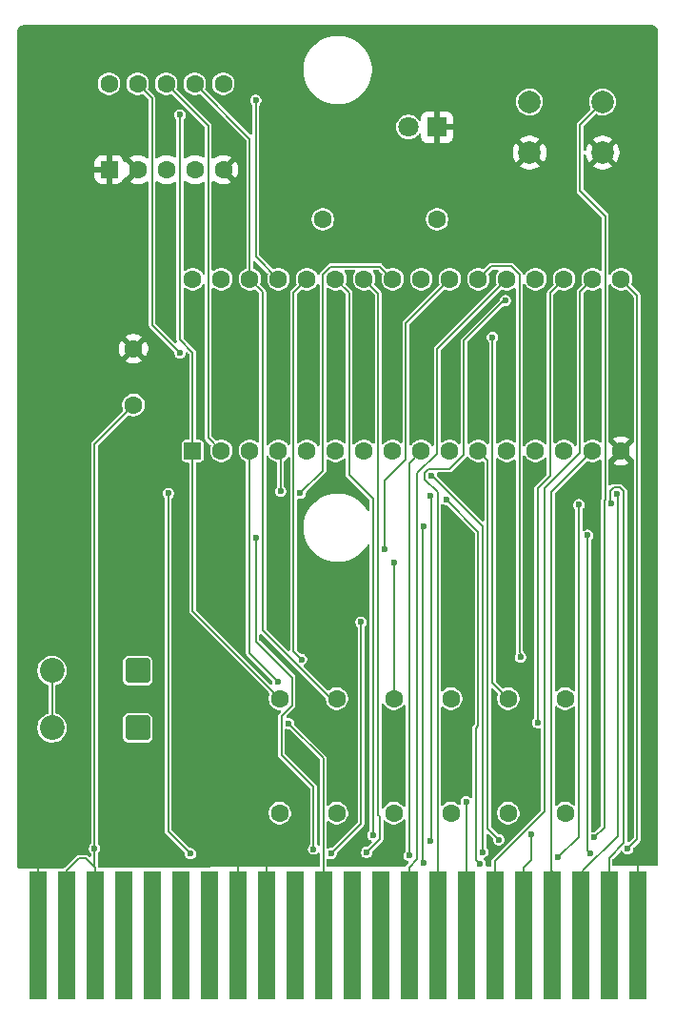
<source format=gtl>
%TF.GenerationSoftware,KiCad,Pcbnew,9.0.5-1.fc42*%
%TF.CreationDate,2025-11-09T17:32:46+08:00*%
%TF.ProjectId,JACC64-512K,4a414343-3634-42d3-9531-324b2e6b6963,rev?*%
%TF.SameCoordinates,Original*%
%TF.FileFunction,Copper,L1,Top*%
%TF.FilePolarity,Positive*%
%FSLAX46Y46*%
G04 Gerber Fmt 4.6, Leading zero omitted, Abs format (unit mm)*
G04 Created by KiCad (PCBNEW 9.0.5-1.fc42) date 2025-11-09 17:32:46*
%MOMM*%
%LPD*%
G01*
G04 APERTURE LIST*
G04 Aperture macros list*
%AMRoundRect*
0 Rectangle with rounded corners*
0 $1 Rounding radius*
0 $2 $3 $4 $5 $6 $7 $8 $9 X,Y pos of 4 corners*
0 Add a 4 corners polygon primitive as box body*
4,1,4,$2,$3,$4,$5,$6,$7,$8,$9,$2,$3,0*
0 Add four circle primitives for the rounded corners*
1,1,$1+$1,$2,$3*
1,1,$1+$1,$4,$5*
1,1,$1+$1,$6,$7*
1,1,$1+$1,$8,$9*
0 Add four rect primitives between the rounded corners*
20,1,$1+$1,$2,$3,$4,$5,0*
20,1,$1+$1,$4,$5,$6,$7,0*
20,1,$1+$1,$6,$7,$8,$9,0*
20,1,$1+$1,$8,$9,$2,$3,0*%
G04 Aperture macros list end*
%TA.AperFunction,ComponentPad*%
%ADD10C,1.600000*%
%TD*%
%TA.AperFunction,ComponentPad*%
%ADD11RoundRect,0.249999X0.850001X0.850001X-0.850001X0.850001X-0.850001X-0.850001X0.850001X-0.850001X0*%
%TD*%
%TA.AperFunction,ComponentPad*%
%ADD12C,2.200000*%
%TD*%
%TA.AperFunction,ComponentPad*%
%ADD13RoundRect,0.250000X0.550000X-0.550000X0.550000X0.550000X-0.550000X0.550000X-0.550000X-0.550000X0*%
%TD*%
%TA.AperFunction,ComponentPad*%
%ADD14C,2.000000*%
%TD*%
%TA.AperFunction,ComponentPad*%
%ADD15R,1.800000X1.800000*%
%TD*%
%TA.AperFunction,ComponentPad*%
%ADD16C,1.800000*%
%TD*%
%TA.AperFunction,ConnectorPad*%
%ADD17R,1.524000X11.430000*%
%TD*%
%TA.AperFunction,ViaPad*%
%ADD18C,0.600000*%
%TD*%
%TA.AperFunction,Conductor*%
%ADD19C,0.200000*%
%TD*%
G04 APERTURE END LIST*
D10*
X143496600Y-126393100D03*
X143496600Y-136553100D03*
D11*
X130857800Y-123903900D03*
D12*
X123237800Y-123903900D03*
D10*
X158736600Y-126393100D03*
X158736600Y-136553100D03*
D13*
X128317800Y-79411400D03*
D10*
X130857800Y-79411400D03*
X133397800Y-79411400D03*
X135937800Y-79411400D03*
X138477800Y-79411400D03*
X138477800Y-71791400D03*
X135937800Y-71791400D03*
X133397800Y-71791400D03*
X130857800Y-71791400D03*
X128317800Y-71791400D03*
X153656600Y-126393100D03*
X153656600Y-136553100D03*
D14*
X172207800Y-77893900D03*
X165707800Y-77893900D03*
X172207800Y-73393900D03*
X165707800Y-73393900D03*
D10*
X168896600Y-126393100D03*
X168896600Y-136553100D03*
D13*
X135748100Y-104385200D03*
D10*
X138288100Y-104385200D03*
X140828100Y-104385200D03*
X143368100Y-104385200D03*
X145908100Y-104385200D03*
X148448100Y-104385200D03*
X150988100Y-104385200D03*
X153528100Y-104385200D03*
X156068100Y-104385200D03*
X158608100Y-104385200D03*
X161148100Y-104385200D03*
X163688100Y-104385200D03*
X166228100Y-104385200D03*
X168768100Y-104385200D03*
X171308100Y-104385200D03*
X173848100Y-104385200D03*
X173848100Y-89145200D03*
X171308100Y-89145200D03*
X168768100Y-89145200D03*
X166228100Y-89145200D03*
X163688100Y-89145200D03*
X161148100Y-89145200D03*
X158608100Y-89145200D03*
X156068100Y-89145200D03*
X153528100Y-89145200D03*
X150988100Y-89145200D03*
X148448100Y-89145200D03*
X145908100Y-89145200D03*
X143368100Y-89145200D03*
X140828100Y-89145200D03*
X138288100Y-89145200D03*
X135748100Y-89145200D03*
X130488200Y-95307000D03*
X130488200Y-100307000D03*
X163816600Y-126393100D03*
X163816600Y-136553100D03*
X147320000Y-83820000D03*
X157480000Y-83820000D03*
D15*
X157475200Y-75643900D03*
D16*
X154935200Y-75643900D03*
D11*
X130857800Y-128983900D03*
D12*
X123237800Y-128983900D03*
D17*
X121967800Y-147398900D03*
X124507800Y-147398900D03*
X127047800Y-147398900D03*
X129587800Y-147398900D03*
X132127800Y-147398900D03*
X134667800Y-147398900D03*
X137207800Y-147398900D03*
X139747800Y-147398900D03*
X142287800Y-147398900D03*
X144827800Y-147398900D03*
X147367800Y-147398900D03*
X149907800Y-147398900D03*
X152447800Y-147398900D03*
X154987800Y-147398900D03*
X157527800Y-147398900D03*
X160067800Y-147398900D03*
X162607800Y-147398900D03*
X165147800Y-147398900D03*
X167687800Y-147398900D03*
X170227800Y-147398900D03*
X172767800Y-147398900D03*
X175307800Y-147398900D03*
D10*
X148576600Y-126393100D03*
X148576600Y-136553100D03*
D18*
X153635290Y-133790084D03*
X147581075Y-123541021D03*
X143366596Y-118778660D03*
X146063863Y-99476347D03*
X169024565Y-116139951D03*
X163511805Y-114479891D03*
X153653937Y-139304802D03*
X160393090Y-107146698D03*
X168704155Y-122925609D03*
X168912505Y-133773147D03*
X147320000Y-116840000D03*
X163714322Y-98944878D03*
X161017056Y-99071312D03*
X160020000Y-119380000D03*
X147320000Y-119380000D03*
X150910513Y-100867125D03*
X143324451Y-114058443D03*
X171511108Y-98481285D03*
X171089660Y-93171042D03*
X160020000Y-114300000D03*
X137160000Y-139700000D03*
X133285785Y-91569540D03*
X160020000Y-116840000D03*
X158572658Y-100925683D03*
X148550405Y-99476347D03*
X170668212Y-107120967D03*
X135898762Y-84236347D03*
X146335424Y-132858547D03*
X133327930Y-86006428D03*
X159170892Y-123667455D03*
X137712249Y-123107388D03*
X127000000Y-139700000D03*
X171455100Y-138723500D03*
X162972100Y-138919400D03*
X174426200Y-139723800D03*
X165849200Y-138449700D03*
X170889900Y-111878700D03*
X171122400Y-140155400D03*
X133589399Y-108158600D03*
X135546500Y-140155400D03*
X143575537Y-107984152D03*
X170093800Y-109159700D03*
X168246200Y-140499500D03*
X148054400Y-140155400D03*
X150706852Y-119592269D03*
X152843200Y-113099000D03*
X173446900Y-108230300D03*
X151793000Y-138513600D03*
X163558900Y-91052700D03*
X146499500Y-139750800D03*
X145313700Y-108158600D03*
X141379000Y-112081803D03*
X156851600Y-139003200D03*
X156848800Y-108397900D03*
X158284800Y-108700500D03*
X161294100Y-141065300D03*
X151215446Y-140037942D03*
X160067800Y-135530138D03*
X166444600Y-128520200D03*
X145425600Y-122897100D03*
X144276200Y-128583800D03*
X156324400Y-111067400D03*
X156324400Y-140972600D03*
X172941000Y-109070800D03*
X154986700Y-140319400D03*
X161549400Y-140019300D03*
X156969800Y-106637800D03*
X164911810Y-122702600D03*
X162419600Y-94300200D03*
X141366300Y-73251400D03*
X134622200Y-95677800D03*
X143326700Y-124872900D03*
X153656600Y-114306900D03*
X134615300Y-74546900D03*
D19*
X142470600Y-140042500D02*
X142287800Y-140225300D01*
X139747800Y-140336900D02*
X139747800Y-147398900D01*
X175307800Y-139777100D02*
X175307800Y-147398900D01*
X139819300Y-140265400D02*
X139747800Y-140336900D01*
X176016200Y-139068700D02*
X175307800Y-139777100D01*
X142287800Y-140225300D02*
X142287800Y-147398900D01*
X121967800Y-139895300D02*
X121967800Y-147398900D01*
X121253500Y-139181000D02*
X121967800Y-139895300D01*
X127000000Y-141334400D02*
X127047800Y-141382200D01*
X127000000Y-139700000D02*
X127000000Y-103795200D01*
X127047800Y-147398900D02*
X127047800Y-141382200D01*
X126239339Y-140573739D02*
X127047800Y-141382200D01*
X124507800Y-147398900D02*
X124507800Y-141683900D01*
X127000000Y-103795200D02*
X130488200Y-100307000D01*
X125617961Y-140573739D02*
X126239339Y-140573739D01*
X127000000Y-139700000D02*
X127000000Y-141334400D01*
X124507800Y-141683900D02*
X125617961Y-140573739D01*
X172436700Y-83536700D02*
X172436700Y-108724300D01*
X172207800Y-73393900D02*
X170180000Y-75421700D01*
X172339300Y-108821700D02*
X172339300Y-137839300D01*
X170180000Y-75421700D02*
X170180000Y-81280000D01*
X170180000Y-81280000D02*
X172436700Y-83536700D01*
X172436700Y-108724300D02*
X172339300Y-108821700D01*
X172339300Y-137839300D02*
X171455100Y-138723500D01*
X161983200Y-105220300D02*
X161148100Y-104385200D01*
X161983200Y-137930500D02*
X161983200Y-105220300D01*
X162972100Y-138919400D02*
X161983200Y-137930500D01*
X165849200Y-138449700D02*
X165849200Y-140680800D01*
X165849200Y-140680800D02*
X165147800Y-141382200D01*
X165147800Y-147398900D02*
X165147800Y-141382200D01*
X175260000Y-90557100D02*
X175260000Y-138890000D01*
X173848100Y-89145200D02*
X175260000Y-90557100D01*
X175260000Y-138890000D02*
X174426200Y-139723800D01*
X167644500Y-141640600D02*
X167687800Y-141683900D01*
X171308100Y-104385200D02*
X167644500Y-108048800D01*
X167644500Y-108048800D02*
X167644500Y-141640600D01*
X170853400Y-139886400D02*
X171122400Y-140155400D01*
X170853400Y-111915200D02*
X170853400Y-139886400D01*
X170889900Y-111878700D02*
X170853400Y-111915200D01*
X143575537Y-107984152D02*
X143575537Y-104592637D01*
X143575537Y-104592637D02*
X143368100Y-104385200D01*
X133589399Y-108158600D02*
X133589399Y-138198299D01*
X133589399Y-138198299D02*
X135546500Y-140155400D01*
X170093800Y-138651900D02*
X168246200Y-140499500D01*
X170093800Y-109159700D02*
X170093800Y-138651900D01*
X154720200Y-105134900D02*
X152843200Y-107011900D01*
X152843200Y-107011900D02*
X152843200Y-113099000D01*
X150706852Y-137502948D02*
X148054400Y-140155400D01*
X158608100Y-89145200D02*
X154720200Y-93033100D01*
X150706852Y-119592269D02*
X150706852Y-137502948D01*
X154720200Y-93033100D02*
X154720200Y-105134900D01*
X162607800Y-147398900D02*
X162607800Y-141382200D01*
X167046300Y-136401800D02*
X162607800Y-140840300D01*
X167046300Y-107704600D02*
X167046300Y-136401800D01*
X171308100Y-89145200D02*
X170179700Y-90273600D01*
X170179700Y-90273600D02*
X170179700Y-104571200D01*
X162607800Y-140840300D02*
X162607800Y-141382200D01*
X170179700Y-104571200D02*
X167046300Y-107704600D01*
X170457900Y-141683900D02*
X173542700Y-138599100D01*
X173542700Y-138599100D02*
X173542700Y-108326100D01*
X173542700Y-108326100D02*
X173446900Y-108230300D01*
X151793000Y-108609400D02*
X149664900Y-106481300D01*
X149664900Y-90362000D02*
X148448100Y-89145200D01*
X151793000Y-138513600D02*
X151793000Y-108609400D01*
X149664900Y-106481300D02*
X149664900Y-90362000D01*
X156350000Y-106897800D02*
X157527800Y-108075600D01*
X159878100Y-94608600D02*
X159878100Y-104697100D01*
X158575700Y-105999500D02*
X156710800Y-105999500D01*
X156710800Y-105999500D02*
X156350000Y-106360300D01*
X157527800Y-108075600D02*
X157527800Y-147398900D01*
X159878100Y-104697100D02*
X158575700Y-105999500D01*
X156350000Y-106360300D02*
X156350000Y-106897800D01*
X163434000Y-91052700D02*
X159878100Y-94608600D01*
X163558900Y-91052700D02*
X163434000Y-91052700D01*
X146499500Y-134222700D02*
X146499500Y-139750800D01*
X141379000Y-112081803D02*
X141379000Y-121298600D01*
X147319700Y-88713200D02*
X147319700Y-106152600D01*
X143643600Y-131366800D02*
X146499500Y-134222700D01*
X143643600Y-127943900D02*
X143643600Y-131366800D01*
X148009400Y-88023500D02*
X147319700Y-88713200D01*
X144598300Y-126989200D02*
X143643600Y-127943900D01*
X147319700Y-106152600D02*
X145313700Y-108158600D01*
X152406400Y-88023500D02*
X148009400Y-88023500D01*
X141379000Y-121298600D02*
X144598300Y-124517900D01*
X144598300Y-124517900D02*
X144598300Y-126989200D01*
X153528100Y-89145200D02*
X152406400Y-88023500D01*
X156851600Y-139003200D02*
X156926100Y-138928700D01*
X156926100Y-138928700D02*
X156926100Y-108475200D01*
X156926100Y-108475200D02*
X156848800Y-108397900D01*
X161294100Y-141065300D02*
X160929800Y-140701000D01*
X161156900Y-128769400D02*
X161156900Y-111572600D01*
X160929800Y-140701000D02*
X160929800Y-128996500D01*
X161156900Y-111572600D02*
X158284800Y-108700500D01*
X160929800Y-128996500D02*
X161156900Y-128769400D01*
X152241500Y-90398600D02*
X150988100Y-89145200D01*
X152241500Y-136696000D02*
X152241500Y-90398600D01*
X152397900Y-138855488D02*
X152397900Y-136852400D01*
X152397900Y-136852400D02*
X152241500Y-136696000D01*
X151215446Y-140037942D02*
X152397900Y-138855488D01*
X163688100Y-89145200D02*
X157479700Y-95353600D01*
X157479700Y-104616800D02*
X155721200Y-106375300D01*
X157479700Y-95353600D02*
X157479700Y-104616800D01*
X155721200Y-140648800D02*
X154987800Y-141382200D01*
X154987800Y-147398900D02*
X154987800Y-141382200D01*
X155721200Y-106375300D02*
X155721200Y-140648800D01*
X160067800Y-135530138D02*
X160067800Y-147398900D01*
X167545200Y-106590200D02*
X166444600Y-107690800D01*
X166444600Y-107690800D02*
X166444600Y-128520200D01*
X167545200Y-90368100D02*
X167545200Y-106590200D01*
X168768100Y-89145200D02*
X167545200Y-90368100D01*
X144712000Y-90341300D02*
X144712000Y-122183500D01*
X144276200Y-128583800D02*
X147367800Y-131675400D01*
X144712000Y-122183500D02*
X145425600Y-122897100D01*
X145908100Y-89145200D02*
X144712000Y-90341300D01*
X147367800Y-131675400D02*
X147367800Y-147398900D01*
X156324400Y-140972600D02*
X156224400Y-140872600D01*
X156224400Y-111167400D02*
X156324400Y-111067400D01*
X156224400Y-140872600D02*
X156224400Y-111167400D01*
X172941000Y-109070800D02*
X172845100Y-108974900D01*
X172845100Y-108974900D02*
X172845100Y-107966000D01*
X172845100Y-107966000D02*
X173182600Y-107628500D01*
X174101900Y-107985200D02*
X174101900Y-139197300D01*
X172767800Y-140531400D02*
X172767800Y-141382200D01*
X174101900Y-139197300D02*
X172767800Y-140531400D01*
X173182600Y-107628500D02*
X173745200Y-107628500D01*
X173745200Y-107628500D02*
X174101900Y-107985200D01*
X172767800Y-147398900D02*
X172767800Y-141382200D01*
X154986700Y-105466600D02*
X156068100Y-104385200D01*
X154986700Y-140319400D02*
X154986700Y-105466600D01*
X161549400Y-140019300D02*
X161558600Y-140010100D01*
X161558600Y-111123400D02*
X157073000Y-106637800D01*
X161558600Y-140010100D02*
X161558600Y-111123400D01*
X157073000Y-106637800D02*
X156969800Y-106637800D01*
X162301200Y-87992100D02*
X161148100Y-89145200D01*
X164098400Y-87992100D02*
X162301200Y-87992100D01*
X164801800Y-88695500D02*
X164098400Y-87992100D01*
X123237800Y-123903900D02*
X123237800Y-128983900D01*
X164911810Y-122408310D02*
X164801800Y-122298300D01*
X164801800Y-122298300D02*
X164801800Y-88695500D01*
X164911810Y-122702600D02*
X164911810Y-122408310D01*
X141366300Y-87143400D02*
X143368100Y-89145200D01*
X141366300Y-73251400D02*
X141366300Y-87143400D01*
X162419600Y-94300200D02*
X162419600Y-124996100D01*
X162419600Y-124996100D02*
X163816600Y-126393100D01*
X134622200Y-95677800D02*
X132127800Y-93183400D01*
X140777300Y-122323500D02*
X143326700Y-124872900D01*
X132127800Y-93183400D02*
X132127800Y-73061400D01*
X132127800Y-73061400D02*
X130857800Y-71791400D01*
X140828100Y-104385200D02*
X140777300Y-104436000D01*
X140777300Y-104436000D02*
X140777300Y-122323500D01*
X137149100Y-75535000D02*
X133405500Y-71791400D01*
X137149100Y-103246200D02*
X137149100Y-75535000D01*
X138288100Y-104385200D02*
X137149100Y-103246200D01*
X153656600Y-114306900D02*
X153656600Y-126393100D01*
X133405500Y-71791400D02*
X133397800Y-71791400D01*
X140828100Y-76681700D02*
X140828100Y-89145200D01*
X135937800Y-71791400D02*
X140828100Y-76681700D01*
X141980700Y-120313900D02*
X141980700Y-90297800D01*
X148059900Y-126393100D02*
X141980700Y-120313900D01*
X141980700Y-90297800D02*
X140828100Y-89145200D01*
X148576600Y-126393100D02*
X148059900Y-126393100D01*
X143496600Y-126393100D02*
X135748100Y-118644600D01*
X134615300Y-74546900D02*
X134615300Y-94510600D01*
X135748100Y-118644600D02*
X135748100Y-104385200D01*
X135748100Y-95643400D02*
X135748100Y-104385200D01*
X134615300Y-94510600D02*
X135748100Y-95643400D01*
%TA.AperFunction,Conductor*%
G36*
X176645531Y-66585085D02*
G01*
X176672812Y-66588159D01*
X176735876Y-66595266D01*
X176762942Y-66601444D01*
X176842143Y-66629159D01*
X176867155Y-66641204D01*
X176938210Y-66685853D01*
X176959911Y-66703160D01*
X177019248Y-66762498D01*
X177036555Y-66784200D01*
X177036568Y-66784220D01*
X177081198Y-66855250D01*
X177093245Y-66880268D01*
X177120958Y-66959470D01*
X177127136Y-66986540D01*
X177137341Y-67077115D01*
X177138121Y-67091011D01*
X177130172Y-141100171D01*
X177110480Y-141167209D01*
X177057671Y-141212958D01*
X177006676Y-141224157D01*
X173192804Y-141239667D01*
X173125685Y-141220255D01*
X173079716Y-141167638D01*
X173068300Y-141115668D01*
X173068300Y-140707232D01*
X173087985Y-140640193D01*
X173104615Y-140619555D01*
X173789677Y-139934492D01*
X173850998Y-139901009D01*
X173920689Y-139905993D01*
X173976623Y-139947864D01*
X173984743Y-139960175D01*
X174001188Y-139988658D01*
X174025700Y-140031114D01*
X174118886Y-140124300D01*
X174233014Y-140190192D01*
X174360308Y-140224300D01*
X174360310Y-140224300D01*
X174492090Y-140224300D01*
X174492092Y-140224300D01*
X174619386Y-140190192D01*
X174733514Y-140124300D01*
X174826700Y-140031114D01*
X174892592Y-139916986D01*
X174926700Y-139789692D01*
X174926700Y-139699632D01*
X174946385Y-139632593D01*
X174963019Y-139611951D01*
X175215809Y-139359162D01*
X175500460Y-139074511D01*
X175511189Y-139055927D01*
X175540021Y-139005989D01*
X175560500Y-138929562D01*
X175560500Y-90517538D01*
X175540021Y-90441111D01*
X175515172Y-90398071D01*
X175500464Y-90372595D01*
X175500458Y-90372587D01*
X174796906Y-89669035D01*
X174763421Y-89607712D01*
X174768405Y-89538020D01*
X174770010Y-89533943D01*
X174810151Y-89437035D01*
X174848600Y-89243741D01*
X174848600Y-89046659D01*
X174848600Y-89046656D01*
X174810152Y-88853370D01*
X174810151Y-88853369D01*
X174810151Y-88853365D01*
X174810149Y-88853360D01*
X174734735Y-88671292D01*
X174734728Y-88671279D01*
X174625239Y-88507418D01*
X174625236Y-88507414D01*
X174485885Y-88368063D01*
X174485881Y-88368060D01*
X174322020Y-88258571D01*
X174322007Y-88258564D01*
X174139939Y-88183150D01*
X174139929Y-88183147D01*
X173946643Y-88144700D01*
X173946641Y-88144700D01*
X173749559Y-88144700D01*
X173749557Y-88144700D01*
X173556270Y-88183147D01*
X173556260Y-88183150D01*
X173374192Y-88258564D01*
X173374179Y-88258571D01*
X173210318Y-88368060D01*
X173210314Y-88368063D01*
X173070963Y-88507414D01*
X173070960Y-88507418D01*
X172964302Y-88667043D01*
X172910690Y-88711848D01*
X172841365Y-88720555D01*
X172778337Y-88690400D01*
X172741618Y-88630957D01*
X172737200Y-88598152D01*
X172737200Y-83497140D01*
X172737200Y-83497138D01*
X172716722Y-83420712D01*
X172677160Y-83352189D01*
X170516819Y-81191848D01*
X170483334Y-81130525D01*
X170480500Y-81104167D01*
X170480500Y-78152404D01*
X170500185Y-78085365D01*
X170552989Y-78039610D01*
X170622147Y-78029666D01*
X170685703Y-78058691D01*
X170723477Y-78117469D01*
X170726973Y-78133006D01*
X170744734Y-78245147D01*
X170817697Y-78469702D01*
X170924887Y-78680074D01*
X170985138Y-78763004D01*
X170985140Y-78763005D01*
X171684012Y-78064133D01*
X171695282Y-78106192D01*
X171767690Y-78231608D01*
X171870092Y-78334010D01*
X171995508Y-78406418D01*
X172037565Y-78417687D01*
X171338693Y-79116558D01*
X171421628Y-79176814D01*
X171631997Y-79284002D01*
X171856552Y-79356965D01*
X171856551Y-79356965D01*
X172089748Y-79393900D01*
X172325852Y-79393900D01*
X172559047Y-79356965D01*
X172783602Y-79284002D01*
X172993963Y-79176818D01*
X172993969Y-79176814D01*
X173076904Y-79116558D01*
X173076905Y-79116558D01*
X172378033Y-78417687D01*
X172420092Y-78406418D01*
X172545508Y-78334010D01*
X172647910Y-78231608D01*
X172720318Y-78106192D01*
X172731587Y-78064134D01*
X173430458Y-78763005D01*
X173430458Y-78763004D01*
X173490714Y-78680069D01*
X173490718Y-78680063D01*
X173597902Y-78469702D01*
X173670865Y-78245147D01*
X173707800Y-78011952D01*
X173707800Y-77775847D01*
X173670865Y-77542652D01*
X173597902Y-77318097D01*
X173490714Y-77107728D01*
X173430458Y-77024794D01*
X173430458Y-77024793D01*
X172731587Y-77723665D01*
X172720318Y-77681608D01*
X172647910Y-77556192D01*
X172545508Y-77453790D01*
X172420092Y-77381382D01*
X172378034Y-77370112D01*
X173076905Y-76671240D01*
X173076904Y-76671238D01*
X172993974Y-76610987D01*
X172783602Y-76503797D01*
X172559047Y-76430834D01*
X172559048Y-76430834D01*
X172325852Y-76393900D01*
X172089748Y-76393900D01*
X171856552Y-76430834D01*
X171631997Y-76503797D01*
X171421630Y-76610984D01*
X171338694Y-76671240D01*
X172037566Y-77370112D01*
X171995508Y-77381382D01*
X171870092Y-77453790D01*
X171767690Y-77556192D01*
X171695282Y-77681608D01*
X171684012Y-77723666D01*
X170985140Y-77024794D01*
X170924884Y-77107730D01*
X170817697Y-77318097D01*
X170744734Y-77542652D01*
X170726973Y-77654793D01*
X170697044Y-77717928D01*
X170637732Y-77754859D01*
X170567870Y-77753861D01*
X170509637Y-77715251D01*
X170481523Y-77651288D01*
X170480500Y-77635395D01*
X170480500Y-75597532D01*
X170500185Y-75530493D01*
X170516814Y-75509855D01*
X171533056Y-74493613D01*
X171594377Y-74460130D01*
X171664069Y-74465114D01*
X171677023Y-74470807D01*
X171746968Y-74506447D01*
X171891288Y-74553339D01*
X171926681Y-74564840D01*
X172113314Y-74594400D01*
X172113319Y-74594400D01*
X172302286Y-74594400D01*
X172488918Y-74564840D01*
X172668632Y-74506447D01*
X172836999Y-74420660D01*
X172989873Y-74309590D01*
X173123490Y-74175973D01*
X173234560Y-74023099D01*
X173320347Y-73854732D01*
X173378740Y-73675018D01*
X173381778Y-73655834D01*
X173408300Y-73488386D01*
X173408300Y-73299413D01*
X173378740Y-73112781D01*
X173349190Y-73021838D01*
X173320347Y-72933068D01*
X173320345Y-72933065D01*
X173320345Y-72933063D01*
X173263215Y-72820940D01*
X173234560Y-72764701D01*
X173123490Y-72611827D01*
X172989873Y-72478210D01*
X172836999Y-72367140D01*
X172668636Y-72281354D01*
X172488918Y-72222959D01*
X172302286Y-72193400D01*
X172302281Y-72193400D01*
X172113319Y-72193400D01*
X172113314Y-72193400D01*
X171926681Y-72222959D01*
X171746963Y-72281354D01*
X171578600Y-72367140D01*
X171542892Y-72393084D01*
X171425727Y-72478210D01*
X171425725Y-72478212D01*
X171425724Y-72478212D01*
X171292112Y-72611824D01*
X171292112Y-72611825D01*
X171292110Y-72611827D01*
X171244410Y-72677479D01*
X171181040Y-72764700D01*
X171095254Y-72933063D01*
X171036859Y-73112781D01*
X171007300Y-73299413D01*
X171007300Y-73488386D01*
X171036859Y-73675018D01*
X171095254Y-73854736D01*
X171130887Y-73924668D01*
X171143783Y-73993337D01*
X171117507Y-74058078D01*
X171108083Y-74068644D01*
X169995489Y-75181240D01*
X169939541Y-75237187D01*
X169939535Y-75237195D01*
X169899982Y-75305704D01*
X169899979Y-75305709D01*
X169887979Y-75350495D01*
X169879500Y-75382138D01*
X169879500Y-81319562D01*
X169893152Y-81370513D01*
X169899979Y-81395990D01*
X169899982Y-81395995D01*
X169939535Y-81464504D01*
X169939541Y-81464512D01*
X172099881Y-83624852D01*
X172133366Y-83686175D01*
X172136200Y-83712533D01*
X172136200Y-88263239D01*
X172116515Y-88330278D01*
X172063711Y-88376033D01*
X171994553Y-88385977D01*
X171943309Y-88366341D01*
X171782020Y-88258571D01*
X171782007Y-88258564D01*
X171599939Y-88183150D01*
X171599929Y-88183147D01*
X171406643Y-88144700D01*
X171406641Y-88144700D01*
X171209559Y-88144700D01*
X171209557Y-88144700D01*
X171016270Y-88183147D01*
X171016260Y-88183150D01*
X170834192Y-88258564D01*
X170834179Y-88258571D01*
X170670318Y-88368060D01*
X170670314Y-88368063D01*
X170530963Y-88507414D01*
X170530960Y-88507418D01*
X170421471Y-88671279D01*
X170421464Y-88671292D01*
X170346050Y-88853360D01*
X170346047Y-88853370D01*
X170307600Y-89046656D01*
X170307600Y-89046659D01*
X170307600Y-89243741D01*
X170307600Y-89243743D01*
X170307599Y-89243743D01*
X170346047Y-89437029D01*
X170346050Y-89437039D01*
X170386172Y-89533902D01*
X170393641Y-89603371D01*
X170362366Y-89665850D01*
X170359292Y-89669035D01*
X169995189Y-90033140D01*
X169939241Y-90089087D01*
X169939235Y-90089095D01*
X169899682Y-90157604D01*
X169899679Y-90157609D01*
X169892718Y-90183589D01*
X169881539Y-90225311D01*
X169879200Y-90234039D01*
X169879200Y-103838451D01*
X169859515Y-103905490D01*
X169806711Y-103951245D01*
X169737553Y-103961189D01*
X169673997Y-103932164D01*
X169652098Y-103907342D01*
X169545239Y-103747418D01*
X169545236Y-103747414D01*
X169405885Y-103608063D01*
X169405881Y-103608060D01*
X169242020Y-103498571D01*
X169242007Y-103498564D01*
X169059939Y-103423150D01*
X169059929Y-103423147D01*
X168866643Y-103384700D01*
X168866641Y-103384700D01*
X168669559Y-103384700D01*
X168669557Y-103384700D01*
X168476270Y-103423147D01*
X168476260Y-103423150D01*
X168294192Y-103498564D01*
X168294179Y-103498571D01*
X168130318Y-103608060D01*
X168130314Y-103608063D01*
X168057381Y-103680997D01*
X167996058Y-103714482D01*
X167926366Y-103709498D01*
X167870433Y-103667626D01*
X167846016Y-103602162D01*
X167845700Y-103593316D01*
X167845700Y-90543932D01*
X167865385Y-90476893D01*
X167882015Y-90456255D01*
X168244265Y-90094004D01*
X168305586Y-90060521D01*
X168375277Y-90065505D01*
X168379354Y-90067109D01*
X168476265Y-90107251D01*
X168476269Y-90107251D01*
X168476270Y-90107252D01*
X168669556Y-90145700D01*
X168669559Y-90145700D01*
X168866643Y-90145700D01*
X169029595Y-90113286D01*
X169059935Y-90107251D01*
X169242014Y-90031832D01*
X169405882Y-89922339D01*
X169545239Y-89782982D01*
X169654732Y-89619114D01*
X169730151Y-89437035D01*
X169768600Y-89243741D01*
X169768600Y-89046659D01*
X169768600Y-89046656D01*
X169730152Y-88853370D01*
X169730151Y-88853369D01*
X169730151Y-88853365D01*
X169730149Y-88853360D01*
X169654735Y-88671292D01*
X169654728Y-88671279D01*
X169545239Y-88507418D01*
X169545236Y-88507414D01*
X169405885Y-88368063D01*
X169405881Y-88368060D01*
X169242020Y-88258571D01*
X169242007Y-88258564D01*
X169059939Y-88183150D01*
X169059929Y-88183147D01*
X168866643Y-88144700D01*
X168866641Y-88144700D01*
X168669559Y-88144700D01*
X168669557Y-88144700D01*
X168476270Y-88183147D01*
X168476260Y-88183150D01*
X168294192Y-88258564D01*
X168294179Y-88258571D01*
X168130318Y-88368060D01*
X168130314Y-88368063D01*
X167990963Y-88507414D01*
X167990960Y-88507418D01*
X167881471Y-88671279D01*
X167881464Y-88671292D01*
X167806050Y-88853360D01*
X167806047Y-88853370D01*
X167767600Y-89046656D01*
X167767600Y-89046659D01*
X167767600Y-89243741D01*
X167767600Y-89243743D01*
X167767599Y-89243743D01*
X167806047Y-89437029D01*
X167806050Y-89437039D01*
X167846172Y-89533902D01*
X167853641Y-89603371D01*
X167822366Y-89665850D01*
X167819292Y-89669035D01*
X167360689Y-90127640D01*
X167304741Y-90183587D01*
X167304735Y-90183595D01*
X167265182Y-90252104D01*
X167265179Y-90252109D01*
X167244700Y-90328539D01*
X167244700Y-103697023D01*
X167225015Y-103764062D01*
X167172211Y-103809817D01*
X167103053Y-103819761D01*
X167039497Y-103790736D01*
X167017598Y-103765914D01*
X167005239Y-103747418D01*
X167005236Y-103747414D01*
X166865885Y-103608063D01*
X166865881Y-103608060D01*
X166702020Y-103498571D01*
X166702007Y-103498564D01*
X166519939Y-103423150D01*
X166519929Y-103423147D01*
X166326643Y-103384700D01*
X166326641Y-103384700D01*
X166129559Y-103384700D01*
X166129557Y-103384700D01*
X165936270Y-103423147D01*
X165936260Y-103423150D01*
X165754192Y-103498564D01*
X165754179Y-103498571D01*
X165590318Y-103608060D01*
X165590314Y-103608063D01*
X165450963Y-103747414D01*
X165450960Y-103747418D01*
X165341471Y-103911279D01*
X165341466Y-103911288D01*
X165340861Y-103912751D01*
X165340338Y-103913399D01*
X165338598Y-103916656D01*
X165337980Y-103916325D01*
X165297020Y-103967154D01*
X165230726Y-103989219D01*
X165163027Y-103971940D01*
X165115416Y-103920803D01*
X165102300Y-103865298D01*
X165102300Y-89665101D01*
X165121985Y-89598062D01*
X165174789Y-89552307D01*
X165243947Y-89542363D01*
X165307503Y-89571388D01*
X165338198Y-89613957D01*
X165338598Y-89613744D01*
X165340183Y-89616709D01*
X165340862Y-89617651D01*
X165341465Y-89619107D01*
X165341470Y-89619118D01*
X165341471Y-89619120D01*
X165450960Y-89782981D01*
X165450963Y-89782985D01*
X165590314Y-89922336D01*
X165590318Y-89922339D01*
X165754179Y-90031828D01*
X165754192Y-90031835D01*
X165904288Y-90094006D01*
X165936265Y-90107251D01*
X165936269Y-90107251D01*
X165936270Y-90107252D01*
X166129556Y-90145700D01*
X166129559Y-90145700D01*
X166326643Y-90145700D01*
X166489595Y-90113286D01*
X166519935Y-90107251D01*
X166702014Y-90031832D01*
X166865882Y-89922339D01*
X167005239Y-89782982D01*
X167114732Y-89619114D01*
X167190151Y-89437035D01*
X167228600Y-89243741D01*
X167228600Y-89046659D01*
X167228600Y-89046656D01*
X167190152Y-88853370D01*
X167190151Y-88853369D01*
X167190151Y-88853365D01*
X167190149Y-88853360D01*
X167114735Y-88671292D01*
X167114728Y-88671279D01*
X167005239Y-88507418D01*
X167005236Y-88507414D01*
X166865885Y-88368063D01*
X166865881Y-88368060D01*
X166702020Y-88258571D01*
X166702007Y-88258564D01*
X166519939Y-88183150D01*
X166519929Y-88183147D01*
X166326643Y-88144700D01*
X166326641Y-88144700D01*
X166129559Y-88144700D01*
X166129557Y-88144700D01*
X165936270Y-88183147D01*
X165936260Y-88183150D01*
X165754192Y-88258564D01*
X165754179Y-88258571D01*
X165590318Y-88368060D01*
X165590314Y-88368063D01*
X165450963Y-88507414D01*
X165450960Y-88507418D01*
X165341471Y-88671279D01*
X165341462Y-88671296D01*
X165338528Y-88678380D01*
X165294684Y-88732781D01*
X165228389Y-88754842D01*
X165160690Y-88737559D01*
X165113083Y-88686419D01*
X165104195Y-88663014D01*
X165102300Y-88655941D01*
X165102300Y-88655938D01*
X165081821Y-88579511D01*
X165045668Y-88516891D01*
X165042264Y-88510995D01*
X165042258Y-88510987D01*
X164282911Y-87751640D01*
X164282904Y-87751635D01*
X164214395Y-87712082D01*
X164214390Y-87712079D01*
X164188913Y-87705252D01*
X164137962Y-87691600D01*
X162340762Y-87691600D01*
X162261638Y-87691600D01*
X162185210Y-87712078D01*
X162116689Y-87751640D01*
X162116686Y-87751642D01*
X161671935Y-88196392D01*
X161610612Y-88229877D01*
X161540920Y-88224893D01*
X161536802Y-88223272D01*
X161439939Y-88183150D01*
X161439929Y-88183147D01*
X161246643Y-88144700D01*
X161246641Y-88144700D01*
X161049559Y-88144700D01*
X161049557Y-88144700D01*
X160856270Y-88183147D01*
X160856260Y-88183150D01*
X160674192Y-88258564D01*
X160674179Y-88258571D01*
X160510318Y-88368060D01*
X160510314Y-88368063D01*
X160370963Y-88507414D01*
X160370960Y-88507418D01*
X160261471Y-88671279D01*
X160261464Y-88671292D01*
X160186050Y-88853360D01*
X160186047Y-88853370D01*
X160147600Y-89046656D01*
X160147600Y-89046659D01*
X160147600Y-89243741D01*
X160147600Y-89243743D01*
X160147599Y-89243743D01*
X160186047Y-89437029D01*
X160186050Y-89437039D01*
X160261464Y-89619107D01*
X160261471Y-89619120D01*
X160370960Y-89782981D01*
X160370963Y-89782985D01*
X160510314Y-89922336D01*
X160510318Y-89922339D01*
X160674179Y-90031828D01*
X160674192Y-90031835D01*
X160824288Y-90094006D01*
X160856265Y-90107251D01*
X160856269Y-90107251D01*
X160856270Y-90107252D01*
X161049556Y-90145700D01*
X161049559Y-90145700D01*
X161246643Y-90145700D01*
X161409595Y-90113286D01*
X161439935Y-90107251D01*
X161622014Y-90031832D01*
X161785882Y-89922339D01*
X161925239Y-89782982D01*
X162034732Y-89619114D01*
X162110151Y-89437035D01*
X162148600Y-89243741D01*
X162148600Y-89046659D01*
X162148600Y-89046656D01*
X162110152Y-88853370D01*
X162110151Y-88853369D01*
X162110151Y-88853365D01*
X162070025Y-88756494D01*
X162062557Y-88687028D01*
X162093832Y-88624549D01*
X162096847Y-88621422D01*
X162389353Y-88328916D01*
X162450675Y-88295434D01*
X162477033Y-88292600D01*
X162826416Y-88292600D01*
X162893455Y-88312285D01*
X162939210Y-88365089D01*
X162949154Y-88434247D01*
X162920129Y-88497803D01*
X162914097Y-88504281D01*
X162910963Y-88507414D01*
X162910960Y-88507418D01*
X162801471Y-88671279D01*
X162801464Y-88671292D01*
X162726050Y-88853360D01*
X162726047Y-88853370D01*
X162687600Y-89046656D01*
X162687600Y-89046659D01*
X162687600Y-89243741D01*
X162687600Y-89243743D01*
X162687599Y-89243743D01*
X162726047Y-89437029D01*
X162726050Y-89437039D01*
X162766172Y-89533902D01*
X162773641Y-89603371D01*
X162742366Y-89665850D01*
X162739292Y-89669035D01*
X157295189Y-95113140D01*
X157239241Y-95169087D01*
X157239235Y-95169095D01*
X157199682Y-95237604D01*
X157199679Y-95237609D01*
X157179200Y-95314039D01*
X157179200Y-103838451D01*
X157159515Y-103905490D01*
X157106711Y-103951245D01*
X157037553Y-103961189D01*
X156973997Y-103932164D01*
X156952098Y-103907342D01*
X156845239Y-103747418D01*
X156845236Y-103747414D01*
X156705885Y-103608063D01*
X156705881Y-103608060D01*
X156542020Y-103498571D01*
X156542007Y-103498564D01*
X156359939Y-103423150D01*
X156359929Y-103423147D01*
X156166643Y-103384700D01*
X156166641Y-103384700D01*
X155969559Y-103384700D01*
X155969557Y-103384700D01*
X155776270Y-103423147D01*
X155776260Y-103423150D01*
X155594192Y-103498564D01*
X155594179Y-103498571D01*
X155430318Y-103608060D01*
X155430314Y-103608063D01*
X155290963Y-103747414D01*
X155290960Y-103747418D01*
X155247802Y-103812009D01*
X155194190Y-103856814D01*
X155124865Y-103865521D01*
X155061837Y-103835366D01*
X155025118Y-103775923D01*
X155020700Y-103743118D01*
X155020700Y-93208932D01*
X155040385Y-93141893D01*
X155057014Y-93121256D01*
X158084265Y-90094004D01*
X158145586Y-90060521D01*
X158215278Y-90065505D01*
X158219354Y-90067109D01*
X158316265Y-90107251D01*
X158316269Y-90107251D01*
X158316270Y-90107252D01*
X158509556Y-90145700D01*
X158509559Y-90145700D01*
X158706643Y-90145700D01*
X158869595Y-90113286D01*
X158899935Y-90107251D01*
X159082014Y-90031832D01*
X159245882Y-89922339D01*
X159385239Y-89782982D01*
X159494732Y-89619114D01*
X159570151Y-89437035D01*
X159608600Y-89243741D01*
X159608600Y-89046659D01*
X159608600Y-89046656D01*
X159570152Y-88853370D01*
X159570151Y-88853369D01*
X159570151Y-88853365D01*
X159570149Y-88853360D01*
X159494735Y-88671292D01*
X159494728Y-88671279D01*
X159385239Y-88507418D01*
X159385236Y-88507414D01*
X159245885Y-88368063D01*
X159245881Y-88368060D01*
X159082020Y-88258571D01*
X159082007Y-88258564D01*
X158899939Y-88183150D01*
X158899929Y-88183147D01*
X158706643Y-88144700D01*
X158706641Y-88144700D01*
X158509559Y-88144700D01*
X158509557Y-88144700D01*
X158316270Y-88183147D01*
X158316260Y-88183150D01*
X158134192Y-88258564D01*
X158134179Y-88258571D01*
X157970318Y-88368060D01*
X157970314Y-88368063D01*
X157830963Y-88507414D01*
X157830960Y-88507418D01*
X157721471Y-88671279D01*
X157721464Y-88671292D01*
X157646050Y-88853360D01*
X157646047Y-88853370D01*
X157607600Y-89046656D01*
X157607600Y-89046659D01*
X157607600Y-89243741D01*
X157607600Y-89243743D01*
X157607599Y-89243743D01*
X157646047Y-89437029D01*
X157646050Y-89437039D01*
X157686172Y-89533902D01*
X157693641Y-89603371D01*
X157662366Y-89665850D01*
X157659292Y-89669035D01*
X154535689Y-92792640D01*
X154479741Y-92848587D01*
X154479735Y-92848595D01*
X154440182Y-92917104D01*
X154440179Y-92917109D01*
X154419700Y-92993539D01*
X154419700Y-103562516D01*
X154400015Y-103629555D01*
X154347211Y-103675310D01*
X154278053Y-103685254D01*
X154214497Y-103656229D01*
X154208019Y-103650197D01*
X154165885Y-103608063D01*
X154165881Y-103608060D01*
X154002020Y-103498571D01*
X154002007Y-103498564D01*
X153819939Y-103423150D01*
X153819929Y-103423147D01*
X153626643Y-103384700D01*
X153626641Y-103384700D01*
X153429559Y-103384700D01*
X153429557Y-103384700D01*
X153236270Y-103423147D01*
X153236260Y-103423150D01*
X153054192Y-103498564D01*
X153054179Y-103498571D01*
X152890318Y-103608060D01*
X152890314Y-103608063D01*
X152753681Y-103744697D01*
X152692358Y-103778182D01*
X152622666Y-103773198D01*
X152566733Y-103731326D01*
X152542316Y-103665862D01*
X152542000Y-103657016D01*
X152542000Y-90359039D01*
X152542000Y-90359038D01*
X152521521Y-90282611D01*
X152521517Y-90282604D01*
X152481964Y-90214095D01*
X152481958Y-90214087D01*
X151936906Y-89669035D01*
X151903421Y-89607712D01*
X151908405Y-89538020D01*
X151910010Y-89533943D01*
X151950151Y-89437035D01*
X151988600Y-89243741D01*
X151988600Y-89046659D01*
X151988600Y-89046656D01*
X151950152Y-88853370D01*
X151950151Y-88853369D01*
X151950151Y-88853365D01*
X151950149Y-88853360D01*
X151874735Y-88671292D01*
X151874728Y-88671279D01*
X151771569Y-88516891D01*
X151750691Y-88450213D01*
X151769176Y-88382833D01*
X151821154Y-88336143D01*
X151874671Y-88324000D01*
X152230567Y-88324000D01*
X152297606Y-88343685D01*
X152318248Y-88360319D01*
X152579292Y-88621363D01*
X152612777Y-88682686D01*
X152607793Y-88752378D01*
X152606173Y-88756495D01*
X152581296Y-88816553D01*
X152566050Y-88853364D01*
X152566048Y-88853368D01*
X152566047Y-88853371D01*
X152527600Y-89046656D01*
X152527600Y-89046659D01*
X152527600Y-89243741D01*
X152527600Y-89243743D01*
X152527599Y-89243743D01*
X152566047Y-89437029D01*
X152566050Y-89437039D01*
X152641464Y-89619107D01*
X152641471Y-89619120D01*
X152750960Y-89782981D01*
X152750963Y-89782985D01*
X152890314Y-89922336D01*
X152890318Y-89922339D01*
X153054179Y-90031828D01*
X153054192Y-90031835D01*
X153204288Y-90094006D01*
X153236265Y-90107251D01*
X153236269Y-90107251D01*
X153236270Y-90107252D01*
X153429556Y-90145700D01*
X153429559Y-90145700D01*
X153626643Y-90145700D01*
X153789595Y-90113286D01*
X153819935Y-90107251D01*
X154002014Y-90031832D01*
X154165882Y-89922339D01*
X154305239Y-89782982D01*
X154414732Y-89619114D01*
X154490151Y-89437035D01*
X154528600Y-89243743D01*
X155067599Y-89243743D01*
X155106047Y-89437029D01*
X155106050Y-89437039D01*
X155181464Y-89619107D01*
X155181471Y-89619120D01*
X155290960Y-89782981D01*
X155290963Y-89782985D01*
X155430314Y-89922336D01*
X155430318Y-89922339D01*
X155594179Y-90031828D01*
X155594192Y-90031835D01*
X155744288Y-90094006D01*
X155776265Y-90107251D01*
X155776269Y-90107251D01*
X155776270Y-90107252D01*
X155969556Y-90145700D01*
X155969559Y-90145700D01*
X156166643Y-90145700D01*
X156329595Y-90113286D01*
X156359935Y-90107251D01*
X156542014Y-90031832D01*
X156705882Y-89922339D01*
X156845239Y-89782982D01*
X156954732Y-89619114D01*
X157030151Y-89437035D01*
X157068600Y-89243741D01*
X157068600Y-89046659D01*
X157068600Y-89046656D01*
X157030152Y-88853370D01*
X157030151Y-88853369D01*
X157030151Y-88853365D01*
X157030149Y-88853360D01*
X156954735Y-88671292D01*
X156954728Y-88671279D01*
X156845239Y-88507418D01*
X156845236Y-88507414D01*
X156705885Y-88368063D01*
X156705881Y-88368060D01*
X156542020Y-88258571D01*
X156542007Y-88258564D01*
X156359939Y-88183150D01*
X156359929Y-88183147D01*
X156166643Y-88144700D01*
X156166641Y-88144700D01*
X155969559Y-88144700D01*
X155969557Y-88144700D01*
X155776270Y-88183147D01*
X155776260Y-88183150D01*
X155594192Y-88258564D01*
X155594179Y-88258571D01*
X155430318Y-88368060D01*
X155430314Y-88368063D01*
X155290963Y-88507414D01*
X155290960Y-88507418D01*
X155181471Y-88671279D01*
X155181464Y-88671292D01*
X155106050Y-88853360D01*
X155106047Y-88853370D01*
X155067600Y-89046656D01*
X155067600Y-89046659D01*
X155067600Y-89243741D01*
X155067600Y-89243743D01*
X155067599Y-89243743D01*
X154528600Y-89243743D01*
X154528600Y-89243741D01*
X154528600Y-89046659D01*
X154528600Y-89046656D01*
X154490152Y-88853370D01*
X154490151Y-88853369D01*
X154490151Y-88853365D01*
X154490149Y-88853360D01*
X154414735Y-88671292D01*
X154414728Y-88671279D01*
X154305239Y-88507418D01*
X154305236Y-88507414D01*
X154165885Y-88368063D01*
X154165881Y-88368060D01*
X154002020Y-88258571D01*
X154002007Y-88258564D01*
X153819939Y-88183150D01*
X153819929Y-88183147D01*
X153626643Y-88144700D01*
X153626641Y-88144700D01*
X153429559Y-88144700D01*
X153429557Y-88144700D01*
X153236271Y-88183147D01*
X153236268Y-88183148D01*
X153236266Y-88183148D01*
X153236265Y-88183149D01*
X153204293Y-88196392D01*
X153139395Y-88223273D01*
X153069926Y-88230740D01*
X153007447Y-88199465D01*
X153004263Y-88196392D01*
X152590910Y-87783039D01*
X152536527Y-87751642D01*
X152536524Y-87751640D01*
X152536523Y-87751639D01*
X152530549Y-87748190D01*
X152522389Y-87743479D01*
X152445962Y-87723000D01*
X147969838Y-87723000D01*
X147893411Y-87743479D01*
X147879272Y-87751642D01*
X147824892Y-87783037D01*
X147824887Y-87783041D01*
X147079241Y-88528687D01*
X147079235Y-88528695D01*
X147039682Y-88597204D01*
X147039678Y-88597213D01*
X147025881Y-88648702D01*
X146989515Y-88708361D01*
X146926668Y-88738890D01*
X146857292Y-88730593D01*
X146803415Y-88686107D01*
X146796746Y-88675053D01*
X146794733Y-88671286D01*
X146685239Y-88507418D01*
X146685236Y-88507414D01*
X146545885Y-88368063D01*
X146545881Y-88368060D01*
X146382020Y-88258571D01*
X146382007Y-88258564D01*
X146199939Y-88183150D01*
X146199929Y-88183147D01*
X146006643Y-88144700D01*
X146006641Y-88144700D01*
X145809559Y-88144700D01*
X145809557Y-88144700D01*
X145616270Y-88183147D01*
X145616260Y-88183150D01*
X145434192Y-88258564D01*
X145434179Y-88258571D01*
X145270318Y-88368060D01*
X145270314Y-88368063D01*
X145130963Y-88507414D01*
X145130960Y-88507418D01*
X145021471Y-88671279D01*
X145021464Y-88671292D01*
X144946050Y-88853360D01*
X144946047Y-88853370D01*
X144907600Y-89046656D01*
X144907600Y-89046659D01*
X144907600Y-89243741D01*
X144907600Y-89243743D01*
X144907599Y-89243743D01*
X144946047Y-89437029D01*
X144946050Y-89437039D01*
X144986172Y-89533902D01*
X144993641Y-89603371D01*
X144962366Y-89665850D01*
X144959292Y-89669035D01*
X144527489Y-90100840D01*
X144471541Y-90156787D01*
X144471535Y-90156795D01*
X144431982Y-90225304D01*
X144431979Y-90225309D01*
X144411500Y-90301739D01*
X144411500Y-103737131D01*
X144391815Y-103804170D01*
X144339011Y-103849925D01*
X144269853Y-103859869D01*
X144206297Y-103830844D01*
X144184398Y-103806023D01*
X144150731Y-103755638D01*
X144145239Y-103747418D01*
X144145238Y-103747417D01*
X144145236Y-103747414D01*
X144005885Y-103608063D01*
X144005881Y-103608060D01*
X143842020Y-103498571D01*
X143842007Y-103498564D01*
X143659939Y-103423150D01*
X143659929Y-103423147D01*
X143466643Y-103384700D01*
X143466641Y-103384700D01*
X143269559Y-103384700D01*
X143269557Y-103384700D01*
X143076270Y-103423147D01*
X143076260Y-103423150D01*
X142894192Y-103498564D01*
X142894179Y-103498571D01*
X142730318Y-103608060D01*
X142730314Y-103608063D01*
X142590963Y-103747414D01*
X142590960Y-103747418D01*
X142508302Y-103871125D01*
X142454690Y-103915930D01*
X142385365Y-103924637D01*
X142322337Y-103894482D01*
X142285618Y-103835039D01*
X142281200Y-103802234D01*
X142281200Y-90258238D01*
X142277924Y-90246011D01*
X142260722Y-90181812D01*
X142221160Y-90113289D01*
X141776906Y-89669035D01*
X141743421Y-89607712D01*
X141748405Y-89538020D01*
X141750010Y-89533943D01*
X141790151Y-89437035D01*
X141828600Y-89243741D01*
X141828600Y-89046659D01*
X141828600Y-89046656D01*
X141790152Y-88853370D01*
X141790151Y-88853369D01*
X141790151Y-88853365D01*
X141790149Y-88853360D01*
X141714735Y-88671292D01*
X141714728Y-88671279D01*
X141605239Y-88507418D01*
X141605236Y-88507414D01*
X141465885Y-88368063D01*
X141465881Y-88368060D01*
X141302020Y-88258571D01*
X141302010Y-88258566D01*
X141205147Y-88218444D01*
X141150744Y-88174603D01*
X141128679Y-88108309D01*
X141128600Y-88103883D01*
X141128600Y-87630033D01*
X141148285Y-87562994D01*
X141201089Y-87517239D01*
X141270247Y-87507295D01*
X141333803Y-87536320D01*
X141340281Y-87542352D01*
X142419292Y-88621363D01*
X142452777Y-88682686D01*
X142447793Y-88752378D01*
X142446173Y-88756495D01*
X142421296Y-88816553D01*
X142406050Y-88853364D01*
X142406048Y-88853368D01*
X142406047Y-88853371D01*
X142367600Y-89046656D01*
X142367600Y-89046659D01*
X142367600Y-89243741D01*
X142367600Y-89243743D01*
X142367599Y-89243743D01*
X142406047Y-89437029D01*
X142406050Y-89437039D01*
X142481464Y-89619107D01*
X142481471Y-89619120D01*
X142590960Y-89782981D01*
X142590963Y-89782985D01*
X142730314Y-89922336D01*
X142730318Y-89922339D01*
X142894179Y-90031828D01*
X142894192Y-90031835D01*
X143044288Y-90094006D01*
X143076265Y-90107251D01*
X143076269Y-90107251D01*
X143076270Y-90107252D01*
X143269556Y-90145700D01*
X143269559Y-90145700D01*
X143466643Y-90145700D01*
X143629595Y-90113286D01*
X143659935Y-90107251D01*
X143842014Y-90031832D01*
X144005882Y-89922339D01*
X144145239Y-89782982D01*
X144254732Y-89619114D01*
X144330151Y-89437035D01*
X144368600Y-89243741D01*
X144368600Y-89046659D01*
X144368600Y-89046656D01*
X144330152Y-88853370D01*
X144330151Y-88853369D01*
X144330151Y-88853365D01*
X144330149Y-88853360D01*
X144254735Y-88671292D01*
X144254728Y-88671279D01*
X144145239Y-88507418D01*
X144145236Y-88507414D01*
X144005885Y-88368063D01*
X144005881Y-88368060D01*
X143842020Y-88258571D01*
X143842007Y-88258564D01*
X143659939Y-88183150D01*
X143659929Y-88183147D01*
X143466643Y-88144700D01*
X143466641Y-88144700D01*
X143269559Y-88144700D01*
X143269557Y-88144700D01*
X143076271Y-88183147D01*
X143076268Y-88183148D01*
X143076266Y-88183148D01*
X143076265Y-88183149D01*
X143044293Y-88196392D01*
X142979395Y-88223273D01*
X142909926Y-88230740D01*
X142847447Y-88199465D01*
X142844263Y-88196392D01*
X141703119Y-87055248D01*
X141669634Y-86993925D01*
X141666800Y-86967567D01*
X141666800Y-83918543D01*
X146319499Y-83918543D01*
X146357947Y-84111829D01*
X146357950Y-84111839D01*
X146433364Y-84293907D01*
X146433371Y-84293920D01*
X146542860Y-84457781D01*
X146542863Y-84457785D01*
X146682214Y-84597136D01*
X146682218Y-84597139D01*
X146846079Y-84706628D01*
X146846092Y-84706635D01*
X147028160Y-84782049D01*
X147028165Y-84782051D01*
X147028169Y-84782051D01*
X147028170Y-84782052D01*
X147221456Y-84820500D01*
X147221459Y-84820500D01*
X147418543Y-84820500D01*
X147548582Y-84794632D01*
X147611835Y-84782051D01*
X147793914Y-84706632D01*
X147957782Y-84597139D01*
X148097139Y-84457782D01*
X148206632Y-84293914D01*
X148282051Y-84111835D01*
X148320500Y-83918543D01*
X156479499Y-83918543D01*
X156517947Y-84111829D01*
X156517950Y-84111839D01*
X156593364Y-84293907D01*
X156593371Y-84293920D01*
X156702860Y-84457781D01*
X156702863Y-84457785D01*
X156842214Y-84597136D01*
X156842218Y-84597139D01*
X157006079Y-84706628D01*
X157006092Y-84706635D01*
X157188160Y-84782049D01*
X157188165Y-84782051D01*
X157188169Y-84782051D01*
X157188170Y-84782052D01*
X157381456Y-84820500D01*
X157381459Y-84820500D01*
X157578543Y-84820500D01*
X157708582Y-84794632D01*
X157771835Y-84782051D01*
X157953914Y-84706632D01*
X158117782Y-84597139D01*
X158257139Y-84457782D01*
X158366632Y-84293914D01*
X158442051Y-84111835D01*
X158480500Y-83918541D01*
X158480500Y-83721459D01*
X158480500Y-83721456D01*
X158442052Y-83528170D01*
X158442051Y-83528169D01*
X158442051Y-83528165D01*
X158369159Y-83352186D01*
X158366635Y-83346092D01*
X158366628Y-83346079D01*
X158257139Y-83182218D01*
X158257136Y-83182214D01*
X158117785Y-83042863D01*
X158117781Y-83042860D01*
X157953920Y-82933371D01*
X157953907Y-82933364D01*
X157771839Y-82857950D01*
X157771829Y-82857947D01*
X157578543Y-82819500D01*
X157578541Y-82819500D01*
X157381459Y-82819500D01*
X157381457Y-82819500D01*
X157188170Y-82857947D01*
X157188160Y-82857950D01*
X157006092Y-82933364D01*
X157006079Y-82933371D01*
X156842218Y-83042860D01*
X156842214Y-83042863D01*
X156702863Y-83182214D01*
X156702860Y-83182218D01*
X156593371Y-83346079D01*
X156593364Y-83346092D01*
X156517950Y-83528160D01*
X156517947Y-83528170D01*
X156479500Y-83721456D01*
X156479500Y-83721459D01*
X156479500Y-83918541D01*
X156479500Y-83918543D01*
X156479499Y-83918543D01*
X148320500Y-83918543D01*
X148320500Y-83918541D01*
X148320500Y-83721459D01*
X148320500Y-83721456D01*
X148282052Y-83528170D01*
X148282051Y-83528169D01*
X148282051Y-83528165D01*
X148209159Y-83352186D01*
X148206635Y-83346092D01*
X148206628Y-83346079D01*
X148097139Y-83182218D01*
X148097136Y-83182214D01*
X147957785Y-83042863D01*
X147957781Y-83042860D01*
X147793920Y-82933371D01*
X147793907Y-82933364D01*
X147611839Y-82857950D01*
X147611829Y-82857947D01*
X147418543Y-82819500D01*
X147418541Y-82819500D01*
X147221459Y-82819500D01*
X147221457Y-82819500D01*
X147028170Y-82857947D01*
X147028160Y-82857950D01*
X146846092Y-82933364D01*
X146846079Y-82933371D01*
X146682218Y-83042860D01*
X146682214Y-83042863D01*
X146542863Y-83182214D01*
X146542860Y-83182218D01*
X146433371Y-83346079D01*
X146433364Y-83346092D01*
X146357950Y-83528160D01*
X146357947Y-83528170D01*
X146319500Y-83721456D01*
X146319500Y-83721459D01*
X146319500Y-83918541D01*
X146319500Y-83918543D01*
X146319499Y-83918543D01*
X141666800Y-83918543D01*
X141666800Y-77775847D01*
X164207800Y-77775847D01*
X164207800Y-78011952D01*
X164244734Y-78245147D01*
X164317697Y-78469702D01*
X164424887Y-78680074D01*
X164485138Y-78763004D01*
X164485140Y-78763005D01*
X165184012Y-78064133D01*
X165195282Y-78106192D01*
X165267690Y-78231608D01*
X165370092Y-78334010D01*
X165495508Y-78406418D01*
X165537565Y-78417687D01*
X164838693Y-79116558D01*
X164921628Y-79176814D01*
X165131997Y-79284002D01*
X165356552Y-79356965D01*
X165356551Y-79356965D01*
X165589748Y-79393900D01*
X165825852Y-79393900D01*
X166059047Y-79356965D01*
X166283602Y-79284002D01*
X166493963Y-79176818D01*
X166493969Y-79176814D01*
X166576904Y-79116558D01*
X166576905Y-79116558D01*
X165878033Y-78417687D01*
X165920092Y-78406418D01*
X166045508Y-78334010D01*
X166147910Y-78231608D01*
X166220318Y-78106192D01*
X166231587Y-78064133D01*
X166930458Y-78763005D01*
X166930458Y-78763004D01*
X166990714Y-78680069D01*
X166990718Y-78680063D01*
X167097902Y-78469702D01*
X167170865Y-78245147D01*
X167207800Y-78011952D01*
X167207800Y-77775847D01*
X167170865Y-77542652D01*
X167097902Y-77318097D01*
X166990714Y-77107728D01*
X166930458Y-77024794D01*
X166930458Y-77024793D01*
X166231587Y-77723665D01*
X166220318Y-77681608D01*
X166147910Y-77556192D01*
X166045508Y-77453790D01*
X165920092Y-77381382D01*
X165878034Y-77370112D01*
X166576905Y-76671240D01*
X166576904Y-76671238D01*
X166493974Y-76610987D01*
X166283602Y-76503797D01*
X166059047Y-76430834D01*
X166059048Y-76430834D01*
X165825852Y-76393900D01*
X165589748Y-76393900D01*
X165356552Y-76430834D01*
X165131997Y-76503797D01*
X164921630Y-76610984D01*
X164838694Y-76671240D01*
X165537566Y-77370112D01*
X165495508Y-77381382D01*
X165370092Y-77453790D01*
X165267690Y-77556192D01*
X165195282Y-77681608D01*
X165184012Y-77723666D01*
X164485140Y-77024794D01*
X164424884Y-77107730D01*
X164317697Y-77318097D01*
X164244734Y-77542652D01*
X164207800Y-77775847D01*
X141666800Y-77775847D01*
X141666800Y-75557289D01*
X153834700Y-75557289D01*
X153834700Y-75730510D01*
X153848492Y-75817594D01*
X153861798Y-75901601D01*
X153915327Y-76066345D01*
X153993968Y-76220688D01*
X154095786Y-76360828D01*
X154218272Y-76483314D01*
X154358412Y-76585132D01*
X154512755Y-76663773D01*
X154677499Y-76717302D01*
X154848589Y-76744400D01*
X154848590Y-76744400D01*
X155021810Y-76744400D01*
X155021811Y-76744400D01*
X155192901Y-76717302D01*
X155357645Y-76663773D01*
X155511988Y-76585132D01*
X155652128Y-76483314D01*
X155774614Y-76360828D01*
X155850882Y-76255853D01*
X155906212Y-76213189D01*
X155975826Y-76207210D01*
X156037621Y-76239816D01*
X156071978Y-76300655D01*
X156075200Y-76328740D01*
X156075200Y-76591744D01*
X156081601Y-76651272D01*
X156081603Y-76651279D01*
X156131845Y-76785986D01*
X156131849Y-76785993D01*
X156218009Y-76901087D01*
X156218012Y-76901090D01*
X156333106Y-76987250D01*
X156333113Y-76987254D01*
X156467820Y-77037496D01*
X156467827Y-77037498D01*
X156527355Y-77043899D01*
X156527372Y-77043900D01*
X157225200Y-77043900D01*
X157225200Y-76019177D01*
X157301506Y-76063233D01*
X157415956Y-76093900D01*
X157534444Y-76093900D01*
X157648894Y-76063233D01*
X157725200Y-76019177D01*
X157725200Y-77043900D01*
X158423028Y-77043900D01*
X158423044Y-77043899D01*
X158482572Y-77037498D01*
X158482579Y-77037496D01*
X158617286Y-76987254D01*
X158617293Y-76987250D01*
X158732387Y-76901090D01*
X158732390Y-76901087D01*
X158818550Y-76785993D01*
X158818554Y-76785986D01*
X158859888Y-76675166D01*
X158859888Y-76675165D01*
X158868796Y-76651282D01*
X158868798Y-76651272D01*
X158875199Y-76591744D01*
X158875200Y-76591727D01*
X158875200Y-75893900D01*
X157850478Y-75893900D01*
X157894533Y-75817594D01*
X157925200Y-75703144D01*
X157925200Y-75584656D01*
X157894533Y-75470206D01*
X157850478Y-75393900D01*
X158875200Y-75393900D01*
X158875200Y-74696072D01*
X158875199Y-74696055D01*
X158868798Y-74636527D01*
X158868796Y-74636520D01*
X158818554Y-74501813D01*
X158818550Y-74501806D01*
X158732390Y-74386712D01*
X158732387Y-74386709D01*
X158617293Y-74300549D01*
X158617286Y-74300545D01*
X158482579Y-74250303D01*
X158482572Y-74250301D01*
X158423044Y-74243900D01*
X157725200Y-74243900D01*
X157725200Y-75268622D01*
X157648894Y-75224567D01*
X157534444Y-75193900D01*
X157415956Y-75193900D01*
X157301506Y-75224567D01*
X157225200Y-75268622D01*
X157225200Y-74243900D01*
X156527355Y-74243900D01*
X156467827Y-74250301D01*
X156467820Y-74250303D01*
X156333113Y-74300545D01*
X156333106Y-74300549D01*
X156218012Y-74386709D01*
X156218009Y-74386712D01*
X156131849Y-74501806D01*
X156131845Y-74501813D01*
X156081603Y-74636520D01*
X156081601Y-74636527D01*
X156075200Y-74696055D01*
X156075200Y-74959059D01*
X156055515Y-75026098D01*
X156002711Y-75071853D01*
X155933553Y-75081797D01*
X155869997Y-75052772D01*
X155850882Y-75031945D01*
X155812573Y-74979218D01*
X155774614Y-74926972D01*
X155652128Y-74804486D01*
X155511988Y-74702668D01*
X155357645Y-74624027D01*
X155192901Y-74570498D01*
X155192899Y-74570497D01*
X155192898Y-74570497D01*
X155061471Y-74549681D01*
X155021811Y-74543400D01*
X154848589Y-74543400D01*
X154808928Y-74549681D01*
X154677502Y-74570497D01*
X154677499Y-74570498D01*
X154547333Y-74612792D01*
X154512752Y-74624028D01*
X154358411Y-74702668D01*
X154306909Y-74740087D01*
X154218272Y-74804486D01*
X154218270Y-74804488D01*
X154218269Y-74804488D01*
X154095788Y-74926969D01*
X154095788Y-74926970D01*
X154095786Y-74926972D01*
X154057827Y-74979218D01*
X153993968Y-75067111D01*
X153915328Y-75221452D01*
X153861797Y-75386202D01*
X153834700Y-75557289D01*
X141666800Y-75557289D01*
X141666800Y-73710076D01*
X141686485Y-73643037D01*
X141703119Y-73622395D01*
X141721103Y-73604411D01*
X141766800Y-73558714D01*
X141832692Y-73444586D01*
X141866800Y-73317292D01*
X141866800Y-73185508D01*
X141832692Y-73058214D01*
X141766800Y-72944086D01*
X141673614Y-72850900D01*
X141616550Y-72817954D01*
X141559487Y-72785008D01*
X141495839Y-72767954D01*
X141432192Y-72750900D01*
X141300408Y-72750900D01*
X141173112Y-72785008D01*
X141058986Y-72850900D01*
X141058983Y-72850902D01*
X140965802Y-72944083D01*
X140965800Y-72944086D01*
X140899908Y-73058212D01*
X140865800Y-73185508D01*
X140865800Y-73317291D01*
X140899908Y-73444587D01*
X140925193Y-73488381D01*
X140965800Y-73558714D01*
X140965802Y-73558716D01*
X141029481Y-73622395D01*
X141062966Y-73683718D01*
X141065800Y-73710076D01*
X141065800Y-76195067D01*
X141046115Y-76262106D01*
X140993311Y-76307861D01*
X140924153Y-76317805D01*
X140860597Y-76288780D01*
X140854119Y-76282748D01*
X136886606Y-72315235D01*
X136853121Y-72253912D01*
X136858105Y-72184220D01*
X136859710Y-72180143D01*
X136899851Y-72083235D01*
X136938300Y-71889943D01*
X137477299Y-71889943D01*
X137515747Y-72083229D01*
X137515750Y-72083239D01*
X137591164Y-72265307D01*
X137591171Y-72265320D01*
X137700660Y-72429181D01*
X137700663Y-72429185D01*
X137840014Y-72568536D01*
X137840018Y-72568539D01*
X138003879Y-72678028D01*
X138003892Y-72678035D01*
X138148544Y-72737951D01*
X138185965Y-72753451D01*
X138185969Y-72753451D01*
X138185970Y-72753452D01*
X138379256Y-72791900D01*
X138379259Y-72791900D01*
X138576343Y-72791900D01*
X138713083Y-72764700D01*
X138769635Y-72753451D01*
X138951714Y-72678032D01*
X139115582Y-72568539D01*
X139254939Y-72429182D01*
X139364432Y-72265314D01*
X139439851Y-72083235D01*
X139478300Y-71889941D01*
X139478300Y-71692859D01*
X139478300Y-71692856D01*
X139439852Y-71499570D01*
X139439851Y-71499569D01*
X139439851Y-71499565D01*
X139439849Y-71499560D01*
X139364435Y-71317492D01*
X139364428Y-71317479D01*
X139254939Y-71153618D01*
X139254936Y-71153614D01*
X139115585Y-71014263D01*
X139115581Y-71014260D01*
X138951720Y-70904771D01*
X138951707Y-70904764D01*
X138769639Y-70829350D01*
X138769629Y-70829347D01*
X138576343Y-70790900D01*
X138576341Y-70790900D01*
X138379259Y-70790900D01*
X138379257Y-70790900D01*
X138185970Y-70829347D01*
X138185960Y-70829350D01*
X138003892Y-70904764D01*
X138003879Y-70904771D01*
X137840018Y-71014260D01*
X137840014Y-71014263D01*
X137700663Y-71153614D01*
X137700660Y-71153618D01*
X137591171Y-71317479D01*
X137591164Y-71317492D01*
X137515750Y-71499560D01*
X137515747Y-71499570D01*
X137477300Y-71692856D01*
X137477300Y-71692859D01*
X137477300Y-71889941D01*
X137477300Y-71889943D01*
X137477299Y-71889943D01*
X136938300Y-71889943D01*
X136938300Y-71889941D01*
X136938300Y-71692859D01*
X136938300Y-71692856D01*
X136899852Y-71499570D01*
X136899851Y-71499569D01*
X136899851Y-71499565D01*
X136899849Y-71499560D01*
X136824435Y-71317492D01*
X136824428Y-71317479D01*
X136714939Y-71153618D01*
X136714936Y-71153614D01*
X136575585Y-71014263D01*
X136575581Y-71014260D01*
X136411720Y-70904771D01*
X136411707Y-70904764D01*
X136229639Y-70829350D01*
X136229629Y-70829347D01*
X136036343Y-70790900D01*
X136036341Y-70790900D01*
X135839259Y-70790900D01*
X135839257Y-70790900D01*
X135645970Y-70829347D01*
X135645960Y-70829350D01*
X135463892Y-70904764D01*
X135463879Y-70904771D01*
X135300018Y-71014260D01*
X135300014Y-71014263D01*
X135160663Y-71153614D01*
X135160660Y-71153618D01*
X135051171Y-71317479D01*
X135051164Y-71317492D01*
X134975750Y-71499560D01*
X134975747Y-71499570D01*
X134937300Y-71692856D01*
X134937300Y-71692859D01*
X134937300Y-71889941D01*
X134937300Y-71889943D01*
X134937299Y-71889943D01*
X134975747Y-72083229D01*
X134975750Y-72083239D01*
X135051164Y-72265307D01*
X135051171Y-72265320D01*
X135160660Y-72429181D01*
X135160663Y-72429185D01*
X135300014Y-72568536D01*
X135300018Y-72568539D01*
X135463879Y-72678028D01*
X135463892Y-72678035D01*
X135608544Y-72737951D01*
X135645965Y-72753451D01*
X135645969Y-72753451D01*
X135645970Y-72753452D01*
X135839256Y-72791900D01*
X135839259Y-72791900D01*
X136036343Y-72791900D01*
X136173083Y-72764700D01*
X136229635Y-72753451D01*
X136326502Y-72713326D01*
X136395969Y-72705857D01*
X136458449Y-72737131D01*
X136461635Y-72740206D01*
X140491281Y-76769852D01*
X140524766Y-76831175D01*
X140527600Y-76857533D01*
X140527600Y-88103883D01*
X140507915Y-88170922D01*
X140455111Y-88216677D01*
X140451053Y-88218444D01*
X140354189Y-88258566D01*
X140354179Y-88258571D01*
X140190318Y-88368060D01*
X140190314Y-88368063D01*
X140050963Y-88507414D01*
X140050960Y-88507418D01*
X139941471Y-88671279D01*
X139941464Y-88671292D01*
X139866050Y-88853360D01*
X139866047Y-88853370D01*
X139827600Y-89046656D01*
X139827600Y-89046659D01*
X139827600Y-89243741D01*
X139827600Y-89243743D01*
X139827599Y-89243743D01*
X139866047Y-89437029D01*
X139866050Y-89437039D01*
X139941464Y-89619107D01*
X139941471Y-89619120D01*
X140050960Y-89782981D01*
X140050963Y-89782985D01*
X140190314Y-89922336D01*
X140190318Y-89922339D01*
X140354179Y-90031828D01*
X140354192Y-90031835D01*
X140504288Y-90094006D01*
X140536265Y-90107251D01*
X140536269Y-90107251D01*
X140536270Y-90107252D01*
X140729556Y-90145700D01*
X140729559Y-90145700D01*
X140926643Y-90145700D01*
X141089595Y-90113286D01*
X141119935Y-90107251D01*
X141216802Y-90067126D01*
X141286269Y-90059657D01*
X141348749Y-90090931D01*
X141351935Y-90094006D01*
X141643881Y-90385952D01*
X141677366Y-90447275D01*
X141680200Y-90473633D01*
X141680200Y-103523016D01*
X141660515Y-103590055D01*
X141607711Y-103635810D01*
X141538553Y-103645754D01*
X141474997Y-103616729D01*
X141468519Y-103610697D01*
X141465885Y-103608063D01*
X141465881Y-103608060D01*
X141302020Y-103498571D01*
X141302007Y-103498564D01*
X141119939Y-103423150D01*
X141119929Y-103423147D01*
X140926643Y-103384700D01*
X140926641Y-103384700D01*
X140729559Y-103384700D01*
X140729557Y-103384700D01*
X140536270Y-103423147D01*
X140536260Y-103423150D01*
X140354192Y-103498564D01*
X140354179Y-103498571D01*
X140190318Y-103608060D01*
X140190314Y-103608063D01*
X140050963Y-103747414D01*
X140050960Y-103747418D01*
X139941471Y-103911279D01*
X139941464Y-103911292D01*
X139866050Y-104093360D01*
X139866047Y-104093370D01*
X139827600Y-104286656D01*
X139827600Y-104286659D01*
X139827600Y-104483741D01*
X139827600Y-104483743D01*
X139827599Y-104483743D01*
X139866047Y-104677029D01*
X139866050Y-104677039D01*
X139941464Y-104859107D01*
X139941471Y-104859120D01*
X140050960Y-105022981D01*
X140050963Y-105022985D01*
X140190317Y-105162339D01*
X140332512Y-105257350D01*
X140354186Y-105271832D01*
X140354192Y-105271834D01*
X140354193Y-105271835D01*
X140400252Y-105290913D01*
X140454656Y-105334753D01*
X140476721Y-105401047D01*
X140476800Y-105405474D01*
X140476800Y-122363062D01*
X140480512Y-122376915D01*
X140497279Y-122439490D01*
X140511817Y-122464670D01*
X140530251Y-122496598D01*
X140530251Y-122496600D01*
X140536837Y-122508007D01*
X140536841Y-122508012D01*
X142789881Y-124761052D01*
X142801857Y-124782984D01*
X142817309Y-124802626D01*
X142819889Y-124816008D01*
X142823366Y-124822375D01*
X142825636Y-124836924D01*
X142826200Y-124842819D01*
X142826200Y-124938792D01*
X142840480Y-124992088D01*
X142841466Y-125002388D01*
X142836737Y-125026947D01*
X142836142Y-125051955D01*
X142830244Y-125060667D01*
X142828256Y-125070997D01*
X142810998Y-125089102D01*
X142796978Y-125109817D01*
X142787307Y-125113958D01*
X142780049Y-125121573D01*
X142755740Y-125127474D01*
X142732749Y-125137320D01*
X142722376Y-125135575D01*
X142712152Y-125138058D01*
X142688513Y-125129881D01*
X142663847Y-125125733D01*
X142651875Y-125117207D01*
X142646121Y-125115217D01*
X142642351Y-125110425D01*
X142630349Y-125101878D01*
X136084919Y-118556448D01*
X136051434Y-118495125D01*
X136048600Y-118468767D01*
X136048600Y-105509700D01*
X136068285Y-105442661D01*
X136121089Y-105396906D01*
X136172600Y-105385700D01*
X136352370Y-105385700D01*
X136382799Y-105382846D01*
X136382801Y-105382846D01*
X136446890Y-105360419D01*
X136510982Y-105337993D01*
X136620250Y-105257350D01*
X136700893Y-105148082D01*
X136727419Y-105072274D01*
X136745746Y-105019901D01*
X136745746Y-105019899D01*
X136748600Y-104989469D01*
X136748600Y-103780930D01*
X136745746Y-103750500D01*
X136745746Y-103750498D01*
X136709796Y-103647762D01*
X136700893Y-103622318D01*
X136620250Y-103513050D01*
X136510982Y-103432407D01*
X136510980Y-103432406D01*
X136382800Y-103387553D01*
X136352370Y-103384700D01*
X136352366Y-103384700D01*
X136172600Y-103384700D01*
X136105561Y-103365015D01*
X136059806Y-103312211D01*
X136048600Y-103260700D01*
X136048600Y-95603839D01*
X136034872Y-95552606D01*
X136028121Y-95527411D01*
X136028117Y-95527404D01*
X135988564Y-95458895D01*
X135988558Y-95458887D01*
X134952119Y-94422448D01*
X134918634Y-94361125D01*
X134915800Y-94334767D01*
X134915800Y-90024354D01*
X134935485Y-89957315D01*
X134988289Y-89911560D01*
X135057447Y-89901616D01*
X135108691Y-89921252D01*
X135274179Y-90031828D01*
X135274192Y-90031835D01*
X135424288Y-90094006D01*
X135456265Y-90107251D01*
X135456269Y-90107251D01*
X135456270Y-90107252D01*
X135649556Y-90145700D01*
X135649559Y-90145700D01*
X135846643Y-90145700D01*
X136009595Y-90113286D01*
X136039935Y-90107251D01*
X136222014Y-90031832D01*
X136385882Y-89922339D01*
X136525239Y-89782982D01*
X136586066Y-89691948D01*
X136621498Y-89638921D01*
X136675110Y-89594116D01*
X136744435Y-89585409D01*
X136807463Y-89615563D01*
X136844182Y-89675006D01*
X136848600Y-89707812D01*
X136848600Y-103285762D01*
X136853949Y-103305723D01*
X136869079Y-103362190D01*
X136869080Y-103362191D01*
X136904272Y-103423147D01*
X136904274Y-103423149D01*
X136908640Y-103430711D01*
X136908642Y-103430713D01*
X137339292Y-103861363D01*
X137372777Y-103922686D01*
X137367793Y-103992378D01*
X137366173Y-103996495D01*
X137326048Y-104093368D01*
X137326047Y-104093371D01*
X137287600Y-104286656D01*
X137287600Y-104286659D01*
X137287600Y-104483741D01*
X137287600Y-104483743D01*
X137287599Y-104483743D01*
X137326047Y-104677029D01*
X137326050Y-104677039D01*
X137401464Y-104859107D01*
X137401471Y-104859120D01*
X137510960Y-105022981D01*
X137510963Y-105022985D01*
X137650314Y-105162336D01*
X137650318Y-105162339D01*
X137814179Y-105271828D01*
X137814192Y-105271835D01*
X137996260Y-105347249D01*
X137996265Y-105347251D01*
X137996269Y-105347251D01*
X137996270Y-105347252D01*
X138189556Y-105385700D01*
X138189559Y-105385700D01*
X138386643Y-105385700D01*
X138537801Y-105355632D01*
X138579935Y-105347251D01*
X138762014Y-105271832D01*
X138925882Y-105162339D01*
X139065239Y-105022982D01*
X139174732Y-104859114D01*
X139180524Y-104845132D01*
X139202404Y-104792307D01*
X139250151Y-104677035D01*
X139288600Y-104483741D01*
X139288600Y-104286659D01*
X139288600Y-104286656D01*
X139250152Y-104093370D01*
X139250151Y-104093369D01*
X139250151Y-104093365D01*
X139238452Y-104065120D01*
X139174735Y-103911292D01*
X139174728Y-103911279D01*
X139065239Y-103747418D01*
X139065236Y-103747414D01*
X138925885Y-103608063D01*
X138925881Y-103608060D01*
X138762020Y-103498571D01*
X138762007Y-103498564D01*
X138579939Y-103423150D01*
X138579929Y-103423147D01*
X138386643Y-103384700D01*
X138386641Y-103384700D01*
X138189559Y-103384700D01*
X138189557Y-103384700D01*
X137996271Y-103423147D01*
X137996268Y-103423148D01*
X137996266Y-103423148D01*
X137996265Y-103423149D01*
X137973914Y-103432407D01*
X137899395Y-103463273D01*
X137829926Y-103470740D01*
X137767447Y-103439465D01*
X137764263Y-103436392D01*
X137485919Y-103158048D01*
X137452434Y-103096725D01*
X137449600Y-103070367D01*
X137449600Y-90019790D01*
X137469285Y-89952751D01*
X137522089Y-89906996D01*
X137591247Y-89897052D01*
X137644275Y-89920418D01*
X137645253Y-89918955D01*
X137814179Y-90031828D01*
X137814192Y-90031835D01*
X137964288Y-90094006D01*
X137996265Y-90107251D01*
X137996269Y-90107251D01*
X137996270Y-90107252D01*
X138189556Y-90145700D01*
X138189559Y-90145700D01*
X138386643Y-90145700D01*
X138549595Y-90113286D01*
X138579935Y-90107251D01*
X138762014Y-90031832D01*
X138925882Y-89922339D01*
X139065239Y-89782982D01*
X139174732Y-89619114D01*
X139250151Y-89437035D01*
X139288600Y-89243741D01*
X139288600Y-89046659D01*
X139288600Y-89046656D01*
X139250152Y-88853370D01*
X139250151Y-88853369D01*
X139250151Y-88853365D01*
X139250149Y-88853360D01*
X139174735Y-88671292D01*
X139174728Y-88671279D01*
X139065239Y-88507418D01*
X139065236Y-88507414D01*
X138925885Y-88368063D01*
X138925881Y-88368060D01*
X138762020Y-88258571D01*
X138762007Y-88258564D01*
X138579939Y-88183150D01*
X138579929Y-88183147D01*
X138386643Y-88144700D01*
X138386641Y-88144700D01*
X138189559Y-88144700D01*
X138189557Y-88144700D01*
X137996270Y-88183147D01*
X137996260Y-88183150D01*
X137814192Y-88258564D01*
X137814179Y-88258571D01*
X137645253Y-88371445D01*
X137644211Y-88369886D01*
X137587936Y-88393778D01*
X137519070Y-88381975D01*
X137467517Y-88334815D01*
X137449600Y-88270609D01*
X137449600Y-80514621D01*
X137469285Y-80447582D01*
X137522089Y-80401827D01*
X137591247Y-80391883D01*
X137646486Y-80414303D01*
X137796450Y-80523259D01*
X137978768Y-80616155D01*
X138173382Y-80679390D01*
X138375483Y-80711400D01*
X138580117Y-80711400D01*
X138782217Y-80679390D01*
X138976831Y-80616155D01*
X139159149Y-80523259D01*
X139203721Y-80490874D01*
X138524247Y-79811400D01*
X138530461Y-79811400D01*
X138632194Y-79784141D01*
X138723406Y-79731480D01*
X138797880Y-79657006D01*
X138850541Y-79565794D01*
X138877800Y-79464061D01*
X138877800Y-79457848D01*
X139557274Y-80137322D01*
X139557274Y-80137321D01*
X139589659Y-80092749D01*
X139682555Y-79910431D01*
X139745790Y-79715817D01*
X139777800Y-79513717D01*
X139777800Y-79309082D01*
X139745790Y-79106982D01*
X139682555Y-78912368D01*
X139589659Y-78730050D01*
X139557274Y-78685477D01*
X139557274Y-78685476D01*
X138877800Y-79364951D01*
X138877800Y-79358739D01*
X138850541Y-79257006D01*
X138797880Y-79165794D01*
X138723406Y-79091320D01*
X138632194Y-79038659D01*
X138530461Y-79011400D01*
X138524246Y-79011400D01*
X139203722Y-78331924D01*
X139203721Y-78331923D01*
X139159159Y-78299547D01*
X139159150Y-78299541D01*
X138976831Y-78206644D01*
X138782217Y-78143409D01*
X138580117Y-78111400D01*
X138375483Y-78111400D01*
X138173382Y-78143409D01*
X137978768Y-78206644D01*
X137796447Y-78299542D01*
X137646485Y-78408496D01*
X137580679Y-78431976D01*
X137512625Y-78416151D01*
X137463930Y-78366045D01*
X137449600Y-78308178D01*
X137449600Y-75495439D01*
X137429120Y-75419009D01*
X137429117Y-75419004D01*
X137389564Y-75350495D01*
X137389558Y-75350487D01*
X134348862Y-72309791D01*
X134315377Y-72248468D01*
X134320361Y-72178776D01*
X134321962Y-72174706D01*
X134359851Y-72083235D01*
X134398300Y-71889941D01*
X134398300Y-71692859D01*
X134398300Y-71692856D01*
X134359852Y-71499570D01*
X134359851Y-71499569D01*
X134359851Y-71499565D01*
X134359849Y-71499560D01*
X134284435Y-71317492D01*
X134284428Y-71317479D01*
X134174939Y-71153618D01*
X134174936Y-71153614D01*
X134035585Y-71014263D01*
X134035581Y-71014260D01*
X133871720Y-70904771D01*
X133871707Y-70904764D01*
X133689639Y-70829350D01*
X133689629Y-70829347D01*
X133496343Y-70790900D01*
X133496341Y-70790900D01*
X133299259Y-70790900D01*
X133299257Y-70790900D01*
X133105970Y-70829347D01*
X133105960Y-70829350D01*
X132923892Y-70904764D01*
X132923879Y-70904771D01*
X132760018Y-71014260D01*
X132760014Y-71014263D01*
X132620663Y-71153614D01*
X132620660Y-71153618D01*
X132511171Y-71317479D01*
X132511164Y-71317492D01*
X132435750Y-71499560D01*
X132435747Y-71499570D01*
X132397300Y-71692856D01*
X132397300Y-71692859D01*
X132397300Y-71889941D01*
X132397300Y-71889943D01*
X132397299Y-71889943D01*
X132435747Y-72083229D01*
X132435750Y-72083239D01*
X132511164Y-72265307D01*
X132511171Y-72265320D01*
X132620660Y-72429181D01*
X132620663Y-72429185D01*
X132760014Y-72568536D01*
X132760018Y-72568539D01*
X132923879Y-72678028D01*
X132923892Y-72678035D01*
X133068544Y-72737951D01*
X133105965Y-72753451D01*
X133105969Y-72753451D01*
X133105970Y-72753452D01*
X133299256Y-72791900D01*
X133299259Y-72791900D01*
X133496343Y-72791900D01*
X133633083Y-72764700D01*
X133689635Y-72753451D01*
X133791950Y-72711070D01*
X133861414Y-72703602D01*
X133923894Y-72734876D01*
X133927080Y-72737951D01*
X136812281Y-75623152D01*
X136845766Y-75684475D01*
X136848600Y-75710833D01*
X136848600Y-78222882D01*
X136828915Y-78289921D01*
X136776111Y-78335676D01*
X136706953Y-78345620D01*
X136651714Y-78323200D01*
X136619149Y-78299540D01*
X136436831Y-78206644D01*
X136242217Y-78143409D01*
X136040117Y-78111400D01*
X135835483Y-78111400D01*
X135633382Y-78143409D01*
X135438768Y-78206644D01*
X135256450Y-78299540D01*
X135112686Y-78403992D01*
X135046879Y-78427472D01*
X134978825Y-78411647D01*
X134930130Y-78361541D01*
X134915800Y-78303674D01*
X134915800Y-75005576D01*
X134935485Y-74938537D01*
X134952119Y-74917895D01*
X135015800Y-74854214D01*
X135081692Y-74740086D01*
X135115800Y-74612792D01*
X135115800Y-74481008D01*
X135081692Y-74353714D01*
X135015800Y-74239586D01*
X134922614Y-74146400D01*
X134865550Y-74113454D01*
X134808487Y-74080508D01*
X134724775Y-74058078D01*
X134681192Y-74046400D01*
X134549408Y-74046400D01*
X134422112Y-74080508D01*
X134307986Y-74146400D01*
X134307983Y-74146402D01*
X134214802Y-74239583D01*
X134214800Y-74239586D01*
X134148908Y-74353712D01*
X134140067Y-74386709D01*
X134114800Y-74481008D01*
X134114800Y-74612792D01*
X134117811Y-74624028D01*
X134148908Y-74740087D01*
X134181854Y-74797150D01*
X134214800Y-74854214D01*
X134214802Y-74854216D01*
X134278481Y-74917895D01*
X134311966Y-74979218D01*
X134314800Y-75005576D01*
X134314800Y-78227386D01*
X134295115Y-78294425D01*
X134242311Y-78340180D01*
X134173153Y-78350124D01*
X134117915Y-78327705D01*
X134079148Y-78299539D01*
X133896831Y-78206644D01*
X133702217Y-78143409D01*
X133500117Y-78111400D01*
X133295483Y-78111400D01*
X133093382Y-78143409D01*
X132898768Y-78206644D01*
X132716447Y-78299542D01*
X132625185Y-78365848D01*
X132559379Y-78389328D01*
X132491325Y-78373503D01*
X132442630Y-78323397D01*
X132428300Y-78265530D01*
X132428300Y-73021839D01*
X132407820Y-72945409D01*
X132407817Y-72945404D01*
X132368264Y-72876895D01*
X132368258Y-72876887D01*
X131806606Y-72315235D01*
X131773121Y-72253912D01*
X131778105Y-72184220D01*
X131779710Y-72180143D01*
X131819851Y-72083235D01*
X131858300Y-71889941D01*
X131858300Y-71692859D01*
X131858300Y-71692856D01*
X131819852Y-71499570D01*
X131819851Y-71499569D01*
X131819851Y-71499565D01*
X131819849Y-71499560D01*
X131744435Y-71317492D01*
X131744428Y-71317479D01*
X131634939Y-71153618D01*
X131634936Y-71153614D01*
X131495585Y-71014263D01*
X131495581Y-71014260D01*
X131331720Y-70904771D01*
X131331707Y-70904764D01*
X131149639Y-70829350D01*
X131149629Y-70829347D01*
X130956343Y-70790900D01*
X130956341Y-70790900D01*
X130759259Y-70790900D01*
X130759257Y-70790900D01*
X130565970Y-70829347D01*
X130565960Y-70829350D01*
X130383892Y-70904764D01*
X130383879Y-70904771D01*
X130220018Y-71014260D01*
X130220014Y-71014263D01*
X130080663Y-71153614D01*
X130080660Y-71153618D01*
X129971171Y-71317479D01*
X129971164Y-71317492D01*
X129895750Y-71499560D01*
X129895747Y-71499570D01*
X129857300Y-71692856D01*
X129857300Y-71692859D01*
X129857300Y-71889941D01*
X129857300Y-71889943D01*
X129857299Y-71889943D01*
X129895747Y-72083229D01*
X129895750Y-72083239D01*
X129971164Y-72265307D01*
X129971171Y-72265320D01*
X130080660Y-72429181D01*
X130080663Y-72429185D01*
X130220014Y-72568536D01*
X130220018Y-72568539D01*
X130383879Y-72678028D01*
X130383892Y-72678035D01*
X130528544Y-72737951D01*
X130565965Y-72753451D01*
X130565969Y-72753451D01*
X130565970Y-72753452D01*
X130759256Y-72791900D01*
X130759259Y-72791900D01*
X130956343Y-72791900D01*
X131093083Y-72764700D01*
X131149635Y-72753451D01*
X131246502Y-72713326D01*
X131315969Y-72705857D01*
X131378449Y-72737131D01*
X131381635Y-72740206D01*
X131790981Y-73149552D01*
X131824466Y-73210875D01*
X131827300Y-73237233D01*
X131827300Y-78265530D01*
X131807615Y-78332569D01*
X131754811Y-78378324D01*
X131685653Y-78388268D01*
X131630415Y-78365848D01*
X131539152Y-78299542D01*
X131356831Y-78206644D01*
X131162217Y-78143409D01*
X130960117Y-78111400D01*
X130755483Y-78111400D01*
X130553382Y-78143409D01*
X130358768Y-78206644D01*
X130176444Y-78299543D01*
X130131877Y-78331923D01*
X130131877Y-78331924D01*
X130811353Y-79011400D01*
X130805139Y-79011400D01*
X130703406Y-79038659D01*
X130612194Y-79091320D01*
X130537720Y-79165794D01*
X130485059Y-79257006D01*
X130457800Y-79358739D01*
X130457800Y-79364953D01*
X129778324Y-78685477D01*
X129761460Y-78686804D01*
X129742275Y-78701598D01*
X129672661Y-78707574D01*
X129610867Y-78674966D01*
X129579585Y-78625049D01*
X129552158Y-78542280D01*
X129552156Y-78542275D01*
X129460115Y-78393054D01*
X129336145Y-78269084D01*
X129186924Y-78177043D01*
X129186919Y-78177041D01*
X129020497Y-78121894D01*
X129020490Y-78121893D01*
X128917786Y-78111400D01*
X128567800Y-78111400D01*
X128567800Y-79095714D01*
X128563406Y-79091320D01*
X128472194Y-79038659D01*
X128370461Y-79011400D01*
X128265139Y-79011400D01*
X128163406Y-79038659D01*
X128072194Y-79091320D01*
X128067800Y-79095714D01*
X128067800Y-78111400D01*
X127717828Y-78111400D01*
X127717812Y-78111401D01*
X127615102Y-78121894D01*
X127448680Y-78177041D01*
X127448675Y-78177043D01*
X127299454Y-78269084D01*
X127175484Y-78393054D01*
X127083443Y-78542275D01*
X127083441Y-78542280D01*
X127028294Y-78708702D01*
X127028293Y-78708709D01*
X127017800Y-78811413D01*
X127017800Y-79161400D01*
X128002114Y-79161400D01*
X127997720Y-79165794D01*
X127945059Y-79257006D01*
X127917800Y-79358739D01*
X127917800Y-79464061D01*
X127945059Y-79565794D01*
X127997720Y-79657006D01*
X128002114Y-79661400D01*
X127017801Y-79661400D01*
X127017801Y-80011386D01*
X127028294Y-80114097D01*
X127083441Y-80280519D01*
X127083443Y-80280524D01*
X127175484Y-80429745D01*
X127299454Y-80553715D01*
X127448675Y-80645756D01*
X127448680Y-80645758D01*
X127615102Y-80700905D01*
X127615109Y-80700906D01*
X127717819Y-80711399D01*
X128067799Y-80711399D01*
X128067800Y-80711398D01*
X128067800Y-79727086D01*
X128072194Y-79731480D01*
X128163406Y-79784141D01*
X128265139Y-79811400D01*
X128370461Y-79811400D01*
X128472194Y-79784141D01*
X128563406Y-79731480D01*
X128567800Y-79727086D01*
X128567800Y-80711399D01*
X128917772Y-80711399D01*
X128917786Y-80711398D01*
X129020497Y-80700905D01*
X129186919Y-80645758D01*
X129186924Y-80645756D01*
X129336145Y-80553715D01*
X129460115Y-80429745D01*
X129552156Y-80280524D01*
X129552159Y-80280517D01*
X129579585Y-80197749D01*
X129619356Y-80140304D01*
X129683872Y-80113480D01*
X129752648Y-80125794D01*
X129765025Y-80136275D01*
X129778324Y-80137322D01*
X130457800Y-79457846D01*
X130457800Y-79464061D01*
X130485059Y-79565794D01*
X130537720Y-79657006D01*
X130612194Y-79731480D01*
X130703406Y-79784141D01*
X130805139Y-79811400D01*
X130811352Y-79811400D01*
X130131876Y-80490874D01*
X130176450Y-80523259D01*
X130358768Y-80616155D01*
X130553382Y-80679390D01*
X130755483Y-80711400D01*
X130960117Y-80711400D01*
X131162217Y-80679390D01*
X131356831Y-80616155D01*
X131539149Y-80523259D01*
X131630414Y-80456951D01*
X131696220Y-80433471D01*
X131764274Y-80449296D01*
X131812969Y-80499401D01*
X131827300Y-80557269D01*
X131827300Y-93222962D01*
X131847779Y-93299389D01*
X131867531Y-93333600D01*
X131867531Y-93333602D01*
X131887335Y-93367904D01*
X131887341Y-93367912D01*
X134085381Y-95565952D01*
X134118866Y-95627275D01*
X134121700Y-95653633D01*
X134121700Y-95743691D01*
X134155808Y-95870987D01*
X134188754Y-95928050D01*
X134221700Y-95985114D01*
X134314886Y-96078300D01*
X134429014Y-96144192D01*
X134556308Y-96178300D01*
X134556310Y-96178300D01*
X134688090Y-96178300D01*
X134688092Y-96178300D01*
X134815386Y-96144192D01*
X134929514Y-96078300D01*
X135022700Y-95985114D01*
X135088592Y-95870986D01*
X135122700Y-95743692D01*
X135122700Y-95742333D01*
X135123023Y-95741229D01*
X135123761Y-95735632D01*
X135124633Y-95735746D01*
X135128938Y-95721087D01*
X135130518Y-95698999D01*
X135138590Y-95688215D01*
X135142385Y-95675294D01*
X135159118Y-95660794D01*
X135172390Y-95643066D01*
X135185010Y-95638358D01*
X135195189Y-95629539D01*
X135217106Y-95626387D01*
X135237854Y-95618649D01*
X135251014Y-95621511D01*
X135264347Y-95619595D01*
X135284490Y-95628794D01*
X135306127Y-95633501D01*
X135323852Y-95646769D01*
X135327903Y-95648620D01*
X135334381Y-95654652D01*
X135411281Y-95731552D01*
X135444766Y-95792875D01*
X135447600Y-95819233D01*
X135447600Y-103260700D01*
X135427915Y-103327739D01*
X135375111Y-103373494D01*
X135323600Y-103384700D01*
X135143830Y-103384700D01*
X135113400Y-103387553D01*
X135113398Y-103387553D01*
X134985219Y-103432406D01*
X134985217Y-103432407D01*
X134875950Y-103513050D01*
X134795307Y-103622317D01*
X134795306Y-103622319D01*
X134750453Y-103750498D01*
X134750453Y-103750500D01*
X134747600Y-103780930D01*
X134747600Y-104989469D01*
X134750453Y-105019899D01*
X134750453Y-105019901D01*
X134794073Y-105144556D01*
X134795307Y-105148082D01*
X134875950Y-105257350D01*
X134985218Y-105337993D01*
X135011673Y-105347250D01*
X135113399Y-105382846D01*
X135143830Y-105385700D01*
X135143834Y-105385700D01*
X135323600Y-105385700D01*
X135390639Y-105405385D01*
X135436394Y-105458189D01*
X135447600Y-105509700D01*
X135447600Y-118684162D01*
X135461252Y-118735113D01*
X135468079Y-118760590D01*
X135468082Y-118760595D01*
X135507635Y-118829104D01*
X135507641Y-118829112D01*
X142547792Y-125869263D01*
X142581277Y-125930586D01*
X142576293Y-126000278D01*
X142574673Y-126004395D01*
X142534548Y-126101268D01*
X142534547Y-126101271D01*
X142496100Y-126294556D01*
X142496100Y-126294559D01*
X142496100Y-126491641D01*
X142496100Y-126491643D01*
X142496099Y-126491643D01*
X142534547Y-126684929D01*
X142534550Y-126684939D01*
X142609964Y-126867007D01*
X142609971Y-126867020D01*
X142719460Y-127030881D01*
X142719463Y-127030885D01*
X142858814Y-127170236D01*
X142858818Y-127170239D01*
X143022679Y-127279728D01*
X143022692Y-127279735D01*
X143172426Y-127341756D01*
X143204765Y-127355151D01*
X143204769Y-127355151D01*
X143204770Y-127355152D01*
X143398056Y-127393600D01*
X143469567Y-127393600D01*
X143536606Y-127413285D01*
X143582361Y-127466089D01*
X143592305Y-127535247D01*
X143563280Y-127598803D01*
X143557248Y-127605281D01*
X143403141Y-127759387D01*
X143403135Y-127759395D01*
X143363582Y-127827904D01*
X143363579Y-127827909D01*
X143351869Y-127871613D01*
X143343100Y-127904338D01*
X143343100Y-131406362D01*
X143358091Y-131462309D01*
X143363578Y-131482786D01*
X143363580Y-131482791D01*
X143368252Y-131490882D01*
X143368254Y-131490890D01*
X143368256Y-131490889D01*
X143403139Y-131551309D01*
X143403141Y-131551312D01*
X146162681Y-134310852D01*
X146196166Y-134372175D01*
X146199000Y-134398533D01*
X146199000Y-139292123D01*
X146179315Y-139359162D01*
X146162682Y-139379804D01*
X146099000Y-139443486D01*
X146033108Y-139557612D01*
X146002911Y-139670311D01*
X145999000Y-139684908D01*
X145999000Y-139816692D01*
X146006519Y-139844754D01*
X146033108Y-139943987D01*
X146049311Y-139972050D01*
X146099000Y-140058114D01*
X146192186Y-140151300D01*
X146306314Y-140217192D01*
X146433608Y-140251300D01*
X146433610Y-140251300D01*
X146565390Y-140251300D01*
X146565392Y-140251300D01*
X146692686Y-140217192D01*
X146806814Y-140151300D01*
X146855619Y-140102495D01*
X146916942Y-140069010D01*
X146986634Y-140073994D01*
X147042567Y-140115866D01*
X147066984Y-140181330D01*
X147067300Y-140190176D01*
X147067300Y-141222419D01*
X147047615Y-141289458D01*
X146994811Y-141335213D01*
X146943804Y-141346418D01*
X127466190Y-141425630D01*
X127443773Y-141419146D01*
X127420528Y-141417116D01*
X127410838Y-141409621D01*
X127399071Y-141406218D01*
X127383718Y-141388645D01*
X127365261Y-141374369D01*
X127358094Y-141359315D01*
X127353102Y-141353601D01*
X127348836Y-141343130D01*
X127347190Y-141338495D01*
X127339880Y-141311213D01*
X127327822Y-141266212D01*
X127311444Y-141237845D01*
X127307650Y-141227161D01*
X127306608Y-141208459D01*
X127300500Y-141185662D01*
X127300500Y-140158676D01*
X127320185Y-140091637D01*
X127336819Y-140070995D01*
X127364263Y-140043551D01*
X127400500Y-140007314D01*
X127466392Y-139893186D01*
X127500500Y-139765892D01*
X127500500Y-139634108D01*
X127466392Y-139506814D01*
X127400500Y-139392686D01*
X127336818Y-139329004D01*
X127303334Y-139267680D01*
X127300500Y-139241323D01*
X127300500Y-128079629D01*
X129557300Y-128079629D01*
X129557300Y-129888160D01*
X129557301Y-129888166D01*
X129560154Y-129918600D01*
X129560154Y-129918602D01*
X129560155Y-129918603D01*
X129560155Y-129918605D01*
X129605006Y-130046782D01*
X129685649Y-130156050D01*
X129730455Y-130189118D01*
X129794917Y-130236693D01*
X129837644Y-130251644D01*
X129923098Y-130281546D01*
X129930123Y-130282204D01*
X129953533Y-130284400D01*
X131762066Y-130284399D01*
X131792500Y-130281546D01*
X131920683Y-130236693D01*
X132029950Y-130156050D01*
X132110593Y-130046783D01*
X132135408Y-129975866D01*
X132155446Y-129918602D01*
X132155446Y-129918600D01*
X132158300Y-129888167D01*
X132158299Y-128079634D01*
X132155446Y-128049200D01*
X132110593Y-127921017D01*
X132098283Y-127904338D01*
X132029950Y-127811749D01*
X131928417Y-127736815D01*
X131920683Y-127731107D01*
X131920681Y-127731106D01*
X131792501Y-127686253D01*
X131762070Y-127683400D01*
X129953539Y-127683400D01*
X129939551Y-127684711D01*
X129923100Y-127686254D01*
X129923097Y-127686254D01*
X129923096Y-127686255D01*
X129923094Y-127686255D01*
X129794917Y-127731106D01*
X129685649Y-127811749D01*
X129605006Y-127921018D01*
X129560153Y-128049197D01*
X129560153Y-128049199D01*
X129557300Y-128079629D01*
X127300500Y-128079629D01*
X127300500Y-122999629D01*
X129557300Y-122999629D01*
X129557300Y-124808160D01*
X129557301Y-124808166D01*
X129560154Y-124838600D01*
X129560154Y-124838602D01*
X129560155Y-124838603D01*
X129560155Y-124838605D01*
X129605006Y-124966782D01*
X129685649Y-125076050D01*
X129730455Y-125109118D01*
X129794917Y-125156693D01*
X129837644Y-125171644D01*
X129923098Y-125201546D01*
X129930123Y-125202204D01*
X129953533Y-125204400D01*
X131762066Y-125204399D01*
X131792500Y-125201546D01*
X131920683Y-125156693D01*
X132029950Y-125076050D01*
X132110593Y-124966783D01*
X132143889Y-124871629D01*
X132155446Y-124838602D01*
X132155446Y-124838600D01*
X132155603Y-124836924D01*
X132158300Y-124808167D01*
X132158299Y-122999634D01*
X132155446Y-122969200D01*
X132110593Y-122841017D01*
X132057067Y-122768492D01*
X132029950Y-122731749D01*
X131955923Y-122677115D01*
X131920683Y-122651107D01*
X131920681Y-122651106D01*
X131792501Y-122606253D01*
X131762070Y-122603400D01*
X129953539Y-122603400D01*
X129939551Y-122604711D01*
X129923100Y-122606254D01*
X129923097Y-122606254D01*
X129923096Y-122606255D01*
X129923094Y-122606255D01*
X129794917Y-122651106D01*
X129685649Y-122731749D01*
X129605006Y-122841018D01*
X129560153Y-122969197D01*
X129560153Y-122969199D01*
X129557300Y-122999629D01*
X127300500Y-122999629D01*
X127300500Y-108092708D01*
X133088899Y-108092708D01*
X133088899Y-108224491D01*
X133123007Y-108351787D01*
X133146909Y-108393186D01*
X133188899Y-108465914D01*
X133188901Y-108465916D01*
X133252580Y-108529595D01*
X133286065Y-108590918D01*
X133288899Y-108617276D01*
X133288899Y-138237861D01*
X133299873Y-138278817D01*
X133309377Y-138314286D01*
X133330805Y-138351401D01*
X133348937Y-138382807D01*
X133348941Y-138382812D01*
X135009681Y-140043552D01*
X135043166Y-140104875D01*
X135046000Y-140131232D01*
X135046000Y-140221292D01*
X135058446Y-140267740D01*
X135080108Y-140348587D01*
X135101300Y-140385292D01*
X135146000Y-140462714D01*
X135239186Y-140555900D01*
X135353314Y-140621792D01*
X135480608Y-140655900D01*
X135480610Y-140655900D01*
X135612390Y-140655900D01*
X135612392Y-140655900D01*
X135739686Y-140621792D01*
X135853814Y-140555900D01*
X135947000Y-140462714D01*
X136012892Y-140348586D01*
X136047000Y-140221292D01*
X136047000Y-140089508D01*
X136012892Y-139962214D01*
X135947000Y-139848086D01*
X135853814Y-139754900D01*
X135775129Y-139709471D01*
X135739687Y-139689008D01*
X135669907Y-139670311D01*
X135612392Y-139654900D01*
X135522333Y-139654900D01*
X135455294Y-139635215D01*
X135434652Y-139618581D01*
X133926218Y-138110147D01*
X133892733Y-138048824D01*
X133889899Y-138022466D01*
X133889899Y-136651643D01*
X142496099Y-136651643D01*
X142534547Y-136844929D01*
X142534550Y-136844939D01*
X142609964Y-137027007D01*
X142609971Y-137027020D01*
X142719460Y-137190881D01*
X142719463Y-137190885D01*
X142858814Y-137330236D01*
X142858818Y-137330239D01*
X143022679Y-137439728D01*
X143022692Y-137439735D01*
X143204760Y-137515149D01*
X143204765Y-137515151D01*
X143204769Y-137515151D01*
X143204770Y-137515152D01*
X143398056Y-137553600D01*
X143398059Y-137553600D01*
X143595143Y-137553600D01*
X143725182Y-137527732D01*
X143788435Y-137515151D01*
X143970514Y-137439732D01*
X144134382Y-137330239D01*
X144273739Y-137190882D01*
X144383232Y-137027014D01*
X144458651Y-136844935D01*
X144485044Y-136712250D01*
X144497100Y-136651643D01*
X144497100Y-136454556D01*
X144458652Y-136261270D01*
X144458651Y-136261269D01*
X144458651Y-136261265D01*
X144393300Y-136103492D01*
X144383235Y-136079192D01*
X144383228Y-136079179D01*
X144273739Y-135915318D01*
X144273736Y-135915314D01*
X144134385Y-135775963D01*
X144134381Y-135775960D01*
X143970520Y-135666471D01*
X143970507Y-135666464D01*
X143788439Y-135591050D01*
X143788429Y-135591047D01*
X143595143Y-135552600D01*
X143595141Y-135552600D01*
X143398059Y-135552600D01*
X143398057Y-135552600D01*
X143204770Y-135591047D01*
X143204760Y-135591050D01*
X143022692Y-135666464D01*
X143022679Y-135666471D01*
X142858818Y-135775960D01*
X142858814Y-135775963D01*
X142719463Y-135915314D01*
X142719460Y-135915318D01*
X142609971Y-136079179D01*
X142609964Y-136079192D01*
X142534550Y-136261260D01*
X142534547Y-136261270D01*
X142496100Y-136454556D01*
X142496100Y-136454559D01*
X142496100Y-136651641D01*
X142496100Y-136651643D01*
X142496099Y-136651643D01*
X133889899Y-136651643D01*
X133889899Y-108617276D01*
X133909584Y-108550237D01*
X133926218Y-108529595D01*
X133989899Y-108465914D01*
X134055791Y-108351786D01*
X134089899Y-108224492D01*
X134089899Y-108092708D01*
X134055791Y-107965414D01*
X133989899Y-107851286D01*
X133896713Y-107758100D01*
X133823070Y-107715582D01*
X133782586Y-107692208D01*
X133705107Y-107671448D01*
X133655291Y-107658100D01*
X133523507Y-107658100D01*
X133396211Y-107692208D01*
X133282085Y-107758100D01*
X133282082Y-107758102D01*
X133188901Y-107851283D01*
X133188899Y-107851286D01*
X133123007Y-107965412D01*
X133088899Y-108092708D01*
X127300500Y-108092708D01*
X127300500Y-103971032D01*
X127320185Y-103903993D01*
X127336814Y-103883356D01*
X129964365Y-101255804D01*
X130025686Y-101222321D01*
X130095378Y-101227305D01*
X130099454Y-101228909D01*
X130196365Y-101269051D01*
X130196369Y-101269051D01*
X130196370Y-101269052D01*
X130389656Y-101307500D01*
X130389659Y-101307500D01*
X130586743Y-101307500D01*
X130716782Y-101281632D01*
X130780035Y-101269051D01*
X130962114Y-101193632D01*
X131125982Y-101084139D01*
X131265339Y-100944782D01*
X131374832Y-100780914D01*
X131450251Y-100598835D01*
X131488700Y-100405541D01*
X131488700Y-100208459D01*
X131488700Y-100208456D01*
X131450252Y-100015170D01*
X131450251Y-100015169D01*
X131450251Y-100015165D01*
X131450249Y-100015160D01*
X131374835Y-99833092D01*
X131374828Y-99833079D01*
X131265339Y-99669218D01*
X131265336Y-99669214D01*
X131125985Y-99529863D01*
X131125981Y-99529860D01*
X130962120Y-99420371D01*
X130962107Y-99420364D01*
X130780039Y-99344950D01*
X130780029Y-99344947D01*
X130586743Y-99306500D01*
X130586741Y-99306500D01*
X130389659Y-99306500D01*
X130389657Y-99306500D01*
X130196370Y-99344947D01*
X130196360Y-99344950D01*
X130014292Y-99420364D01*
X130014279Y-99420371D01*
X129850418Y-99529860D01*
X129850414Y-99529863D01*
X129711063Y-99669214D01*
X129711060Y-99669218D01*
X129601571Y-99833079D01*
X129601564Y-99833092D01*
X129526150Y-100015160D01*
X129526147Y-100015170D01*
X129487700Y-100208456D01*
X129487700Y-100208459D01*
X129487700Y-100405541D01*
X129487700Y-100405543D01*
X129487699Y-100405543D01*
X129526147Y-100598829D01*
X129526150Y-100598839D01*
X129566272Y-100695702D01*
X129573741Y-100765171D01*
X129542466Y-100827650D01*
X129539392Y-100830835D01*
X126815489Y-103554740D01*
X126759541Y-103610687D01*
X126759535Y-103610695D01*
X126719982Y-103679204D01*
X126719979Y-103679209D01*
X126709711Y-103717529D01*
X126700877Y-103750501D01*
X126699500Y-103755639D01*
X126699500Y-139241323D01*
X126679815Y-139308362D01*
X126663182Y-139329004D01*
X126599500Y-139392686D01*
X126533608Y-139506812D01*
X126499500Y-139634108D01*
X126499500Y-139765891D01*
X126533608Y-139893187D01*
X126557457Y-139934494D01*
X126599500Y-140007314D01*
X126599502Y-140007316D01*
X126663181Y-140070995D01*
X126677884Y-140097922D01*
X126694477Y-140123741D01*
X126695368Y-140129941D01*
X126696666Y-140132318D01*
X126699500Y-140158676D01*
X126699500Y-140309567D01*
X126679815Y-140376606D01*
X126627011Y-140422361D01*
X126557853Y-140432305D01*
X126494297Y-140403280D01*
X126487819Y-140397248D01*
X126423852Y-140333281D01*
X126423846Y-140333276D01*
X126412306Y-140326614D01*
X126355330Y-140293719D01*
X126355329Y-140293718D01*
X126311253Y-140281908D01*
X126278901Y-140273239D01*
X125657523Y-140273239D01*
X125578399Y-140273239D01*
X125501971Y-140293717D01*
X125433450Y-140333279D01*
X125433447Y-140333281D01*
X124364446Y-141402281D01*
X124303123Y-141435766D01*
X124277269Y-141438599D01*
X120268012Y-141454904D01*
X120200893Y-141435492D01*
X120154924Y-141382875D01*
X120143509Y-141330898D01*
X120145391Y-123801548D01*
X121937300Y-123801548D01*
X121937300Y-124006251D01*
X121969322Y-124208434D01*
X122032581Y-124403123D01*
X122067882Y-124472403D01*
X122115361Y-124565586D01*
X122125515Y-124585513D01*
X122245828Y-124751113D01*
X122390586Y-124895871D01*
X122537197Y-125002388D01*
X122556190Y-125016187D01*
X122738581Y-125109120D01*
X122846652Y-125144234D01*
X122851618Y-125145848D01*
X122909294Y-125185286D01*
X122936492Y-125249644D01*
X122937300Y-125263779D01*
X122937300Y-127624021D01*
X122917615Y-127691060D01*
X122864811Y-127736815D01*
X122851618Y-127741952D01*
X122738578Y-127778681D01*
X122556186Y-127871615D01*
X122390586Y-127991928D01*
X122245828Y-128136686D01*
X122125515Y-128302286D01*
X122032581Y-128484676D01*
X121969322Y-128679365D01*
X121937300Y-128881548D01*
X121937300Y-129086251D01*
X121969322Y-129288434D01*
X122032581Y-129483123D01*
X122125515Y-129665513D01*
X122245828Y-129831113D01*
X122390586Y-129975871D01*
X122545549Y-130088456D01*
X122556190Y-130096187D01*
X122672407Y-130155403D01*
X122738576Y-130189118D01*
X122738578Y-130189118D01*
X122738581Y-130189120D01*
X122842937Y-130223027D01*
X122933265Y-130252377D01*
X123034357Y-130268388D01*
X123135448Y-130284400D01*
X123135449Y-130284400D01*
X123340151Y-130284400D01*
X123340152Y-130284400D01*
X123542334Y-130252377D01*
X123737019Y-130189120D01*
X123919410Y-130096187D01*
X124012390Y-130028632D01*
X124085013Y-129975871D01*
X124085015Y-129975868D01*
X124085019Y-129975866D01*
X124229766Y-129831119D01*
X124229768Y-129831115D01*
X124229771Y-129831113D01*
X124282532Y-129758490D01*
X124350087Y-129665510D01*
X124443020Y-129483119D01*
X124506277Y-129288434D01*
X124538300Y-129086252D01*
X124538300Y-128881548D01*
X124518421Y-128756040D01*
X124506277Y-128679365D01*
X124443018Y-128484676D01*
X124395089Y-128390612D01*
X124350087Y-128302290D01*
X124342356Y-128291649D01*
X124229771Y-128136686D01*
X124085013Y-127991928D01*
X123919413Y-127871615D01*
X123919412Y-127871614D01*
X123919410Y-127871613D01*
X123737019Y-127778680D01*
X123623982Y-127741952D01*
X123566306Y-127702514D01*
X123539108Y-127638156D01*
X123538300Y-127624021D01*
X123538300Y-125263779D01*
X123557985Y-125196740D01*
X123610789Y-125150985D01*
X123623982Y-125145848D01*
X123627792Y-125144609D01*
X123737019Y-125109120D01*
X123919410Y-125016187D01*
X124025939Y-124938790D01*
X124085013Y-124895871D01*
X124085015Y-124895868D01*
X124085019Y-124895866D01*
X124229766Y-124751119D01*
X124229768Y-124751115D01*
X124229771Y-124751113D01*
X124335162Y-124606052D01*
X124350087Y-124585510D01*
X124443020Y-124403119D01*
X124506277Y-124208434D01*
X124538300Y-124006252D01*
X124538300Y-123801548D01*
X124506277Y-123599366D01*
X124443020Y-123404681D01*
X124443018Y-123404678D01*
X124443018Y-123404676D01*
X124388458Y-123297597D01*
X124350087Y-123222290D01*
X124311364Y-123168992D01*
X124229771Y-123056686D01*
X124085013Y-122911928D01*
X123919413Y-122791615D01*
X123919412Y-122791614D01*
X123919410Y-122791613D01*
X123862453Y-122762591D01*
X123737023Y-122698681D01*
X123542334Y-122635422D01*
X123358171Y-122606254D01*
X123340152Y-122603400D01*
X123135448Y-122603400D01*
X123117435Y-122606253D01*
X122933265Y-122635422D01*
X122738576Y-122698681D01*
X122556186Y-122791615D01*
X122390586Y-122911928D01*
X122245828Y-123056686D01*
X122125515Y-123222286D01*
X122032581Y-123404676D01*
X121969322Y-123599365D01*
X121937300Y-123801548D01*
X120145391Y-123801548D01*
X120148462Y-95204682D01*
X129188200Y-95204682D01*
X129188200Y-95409317D01*
X129220209Y-95611417D01*
X129283444Y-95806031D01*
X129376341Y-95988350D01*
X129376347Y-95988359D01*
X129408723Y-96032921D01*
X129408724Y-96032922D01*
X130088200Y-95353446D01*
X130088200Y-95359661D01*
X130115459Y-95461394D01*
X130168120Y-95552606D01*
X130242594Y-95627080D01*
X130333806Y-95679741D01*
X130435539Y-95707000D01*
X130441753Y-95707000D01*
X129762276Y-96386474D01*
X129806850Y-96418859D01*
X129989168Y-96511755D01*
X130183782Y-96574990D01*
X130385883Y-96607000D01*
X130590517Y-96607000D01*
X130792617Y-96574990D01*
X130987231Y-96511755D01*
X131169549Y-96418859D01*
X131214121Y-96386474D01*
X130534647Y-95707000D01*
X130540861Y-95707000D01*
X130642594Y-95679741D01*
X130733806Y-95627080D01*
X130808280Y-95552606D01*
X130860941Y-95461394D01*
X130888200Y-95359661D01*
X130888200Y-95353448D01*
X131567674Y-96032922D01*
X131567674Y-96032921D01*
X131600059Y-95988349D01*
X131692955Y-95806031D01*
X131756190Y-95611417D01*
X131788200Y-95409317D01*
X131788200Y-95204682D01*
X131756190Y-95002582D01*
X131692955Y-94807968D01*
X131600059Y-94625650D01*
X131567674Y-94581077D01*
X131567674Y-94581076D01*
X130888200Y-95260551D01*
X130888200Y-95254339D01*
X130860941Y-95152606D01*
X130808280Y-95061394D01*
X130733806Y-94986920D01*
X130642594Y-94934259D01*
X130540861Y-94907000D01*
X130534646Y-94907000D01*
X131214122Y-94227524D01*
X131214121Y-94227523D01*
X131169559Y-94195147D01*
X131169550Y-94195141D01*
X130987231Y-94102244D01*
X130792617Y-94039009D01*
X130590517Y-94007000D01*
X130385883Y-94007000D01*
X130183782Y-94039009D01*
X129989168Y-94102244D01*
X129806844Y-94195143D01*
X129762277Y-94227523D01*
X129762277Y-94227524D01*
X130441754Y-94907000D01*
X130435539Y-94907000D01*
X130333806Y-94934259D01*
X130242594Y-94986920D01*
X130168120Y-95061394D01*
X130115459Y-95152606D01*
X130088200Y-95254339D01*
X130088200Y-95260553D01*
X129408724Y-94581077D01*
X129408723Y-94581077D01*
X129376343Y-94625644D01*
X129283444Y-94807968D01*
X129220209Y-95002582D01*
X129188200Y-95204682D01*
X120148462Y-95204682D01*
X120150966Y-71889943D01*
X127317299Y-71889943D01*
X127355747Y-72083229D01*
X127355750Y-72083239D01*
X127431164Y-72265307D01*
X127431171Y-72265320D01*
X127540660Y-72429181D01*
X127540663Y-72429185D01*
X127680014Y-72568536D01*
X127680018Y-72568539D01*
X127843879Y-72678028D01*
X127843892Y-72678035D01*
X127988544Y-72737951D01*
X128025965Y-72753451D01*
X128025969Y-72753451D01*
X128025970Y-72753452D01*
X128219256Y-72791900D01*
X128219259Y-72791900D01*
X128416343Y-72791900D01*
X128553083Y-72764700D01*
X128609635Y-72753451D01*
X128791714Y-72678032D01*
X128955582Y-72568539D01*
X129094939Y-72429182D01*
X129204432Y-72265314D01*
X129279851Y-72083235D01*
X129318300Y-71889941D01*
X129318300Y-71692859D01*
X129318300Y-71692856D01*
X129279852Y-71499570D01*
X129279851Y-71499569D01*
X129279851Y-71499565D01*
X129279849Y-71499560D01*
X129204435Y-71317492D01*
X129204428Y-71317479D01*
X129094939Y-71153618D01*
X129094936Y-71153614D01*
X128955585Y-71014263D01*
X128955581Y-71014260D01*
X128791720Y-70904771D01*
X128791707Y-70904764D01*
X128609639Y-70829350D01*
X128609629Y-70829347D01*
X128416343Y-70790900D01*
X128416341Y-70790900D01*
X128219259Y-70790900D01*
X128219257Y-70790900D01*
X128025970Y-70829347D01*
X128025960Y-70829350D01*
X127843892Y-70904764D01*
X127843879Y-70904771D01*
X127680018Y-71014260D01*
X127680014Y-71014263D01*
X127540663Y-71153614D01*
X127540660Y-71153618D01*
X127431171Y-71317479D01*
X127431164Y-71317492D01*
X127355750Y-71499560D01*
X127355747Y-71499570D01*
X127317300Y-71692856D01*
X127317300Y-71692859D01*
X127317300Y-71889941D01*
X127317300Y-71889943D01*
X127317299Y-71889943D01*
X120150966Y-71889943D01*
X120151127Y-70393156D01*
X145597302Y-70393156D01*
X145597302Y-70734667D01*
X145635536Y-71074004D01*
X145635538Y-71074020D01*
X145711528Y-71406956D01*
X145711532Y-71406968D01*
X145824317Y-71729287D01*
X145824326Y-71729309D01*
X145972488Y-72036971D01*
X145972492Y-72036977D01*
X146154182Y-72326134D01*
X146313030Y-72525323D01*
X146347493Y-72568539D01*
X146367105Y-72593131D01*
X146608583Y-72834609D01*
X146875580Y-73047532D01*
X147135538Y-73210875D01*
X147164742Y-73229225D01*
X147472404Y-73377387D01*
X147472413Y-73377390D01*
X147472420Y-73377394D01*
X147472426Y-73377396D01*
X147794745Y-73490181D01*
X147794757Y-73490185D01*
X148127697Y-73566176D01*
X148467047Y-73604411D01*
X148467048Y-73604412D01*
X148467051Y-73604412D01*
X148808556Y-73604412D01*
X148808556Y-73604411D01*
X149147907Y-73566176D01*
X149480847Y-73490185D01*
X149803184Y-73377394D01*
X149927988Y-73317292D01*
X149965114Y-73299413D01*
X164507300Y-73299413D01*
X164507300Y-73488386D01*
X164536859Y-73675018D01*
X164595254Y-73854736D01*
X164681040Y-74023099D01*
X164792110Y-74175973D01*
X164925727Y-74309590D01*
X165078601Y-74420660D01*
X165158147Y-74461190D01*
X165246963Y-74506445D01*
X165246965Y-74506445D01*
X165246968Y-74506447D01*
X165343297Y-74537746D01*
X165426681Y-74564840D01*
X165613314Y-74594400D01*
X165613319Y-74594400D01*
X165802286Y-74594400D01*
X165988918Y-74564840D01*
X166168632Y-74506447D01*
X166336999Y-74420660D01*
X166489873Y-74309590D01*
X166623490Y-74175973D01*
X166734560Y-74023099D01*
X166820347Y-73854732D01*
X166878740Y-73675018D01*
X166881778Y-73655834D01*
X166908300Y-73488386D01*
X166908300Y-73299413D01*
X166878740Y-73112781D01*
X166849190Y-73021838D01*
X166820347Y-72933068D01*
X166820345Y-72933065D01*
X166820345Y-72933063D01*
X166763215Y-72820940D01*
X166734560Y-72764701D01*
X166623490Y-72611827D01*
X166489873Y-72478210D01*
X166336999Y-72367140D01*
X166168636Y-72281354D01*
X165988918Y-72222959D01*
X165802286Y-72193400D01*
X165802281Y-72193400D01*
X165613319Y-72193400D01*
X165613314Y-72193400D01*
X165426681Y-72222959D01*
X165246963Y-72281354D01*
X165078600Y-72367140D01*
X165042892Y-72393084D01*
X164925727Y-72478210D01*
X164925725Y-72478212D01*
X164925724Y-72478212D01*
X164792112Y-72611824D01*
X164792112Y-72611825D01*
X164792110Y-72611827D01*
X164744410Y-72677479D01*
X164681040Y-72764700D01*
X164595254Y-72933063D01*
X164536859Y-73112781D01*
X164507300Y-73299413D01*
X149965114Y-73299413D01*
X150110861Y-73229225D01*
X150110861Y-73229224D01*
X150110867Y-73229222D01*
X150179860Y-73185871D01*
X150208624Y-73167796D01*
X150400024Y-73047532D01*
X150667021Y-72834609D01*
X150908499Y-72593131D01*
X151121422Y-72326134D01*
X151303112Y-72036977D01*
X151451284Y-71729294D01*
X151564075Y-71406957D01*
X151640066Y-71074017D01*
X151678302Y-70734663D01*
X151678302Y-70393161D01*
X151640066Y-70053807D01*
X151564075Y-69720867D01*
X151451284Y-69398530D01*
X151451280Y-69398523D01*
X151451277Y-69398514D01*
X151303115Y-69090852D01*
X151163169Y-68868130D01*
X151121422Y-68801690D01*
X150908499Y-68534693D01*
X150667021Y-68293215D01*
X150400024Y-68080292D01*
X150110867Y-67898602D01*
X150110868Y-67898602D01*
X150110861Y-67898598D01*
X149803199Y-67750436D01*
X149803177Y-67750427D01*
X149480858Y-67637642D01*
X149480846Y-67637638D01*
X149147910Y-67561648D01*
X149147894Y-67561646D01*
X148808557Y-67523412D01*
X148808553Y-67523412D01*
X148467051Y-67523412D01*
X148467046Y-67523412D01*
X148127709Y-67561646D01*
X148127693Y-67561648D01*
X147794757Y-67637638D01*
X147794745Y-67637642D01*
X147472426Y-67750427D01*
X147472404Y-67750436D01*
X147164742Y-67898598D01*
X146875581Y-68080291D01*
X146608583Y-68293214D01*
X146367104Y-68534693D01*
X146154181Y-68801691D01*
X145972488Y-69090852D01*
X145824326Y-69398514D01*
X145824317Y-69398536D01*
X145711532Y-69720855D01*
X145711528Y-69720867D01*
X145635538Y-70053803D01*
X145635536Y-70053819D01*
X145597302Y-70393156D01*
X120151127Y-70393156D01*
X120151475Y-67149749D01*
X120151477Y-67149745D01*
X120151482Y-67090801D01*
X120152263Y-67076931D01*
X120158926Y-67017842D01*
X120162452Y-66986570D01*
X120168628Y-66959515D01*
X120196355Y-66880288D01*
X120208401Y-66855280D01*
X120253053Y-66784220D01*
X120270359Y-66762517D01*
X120329713Y-66703162D01*
X120351407Y-66685861D01*
X120422472Y-66641204D01*
X120447478Y-66629160D01*
X120526701Y-66601432D01*
X120553763Y-66595253D01*
X120643922Y-66585086D01*
X120657818Y-66584305D01*
X176631645Y-66584305D01*
X176645531Y-66585085D01*
G37*
%TD.AperFunction*%
%TA.AperFunction,Conductor*%
G36*
X149283734Y-105067002D02*
G01*
X149339667Y-105108874D01*
X149364084Y-105174338D01*
X149364400Y-105183184D01*
X149364400Y-106520862D01*
X149384879Y-106597289D01*
X149418384Y-106655321D01*
X149423505Y-106664192D01*
X149423507Y-106664196D01*
X149424439Y-106665811D01*
X149424441Y-106665813D01*
X151456181Y-108697552D01*
X151489666Y-108758875D01*
X151492500Y-108785233D01*
X151492500Y-109601842D01*
X151472815Y-109668881D01*
X151420011Y-109714636D01*
X151350853Y-109724580D01*
X151287297Y-109695555D01*
X151263506Y-109667814D01*
X151189524Y-109550074D01*
X151121422Y-109441690D01*
X150908499Y-109174693D01*
X150667021Y-108933215D01*
X150400024Y-108720292D01*
X150149106Y-108562629D01*
X150110861Y-108538598D01*
X149803199Y-108390436D01*
X149803177Y-108390427D01*
X149480858Y-108277642D01*
X149480846Y-108277638D01*
X149147910Y-108201648D01*
X149147894Y-108201646D01*
X148808557Y-108163412D01*
X148808553Y-108163412D01*
X148467051Y-108163412D01*
X148467046Y-108163412D01*
X148127709Y-108201646D01*
X148127693Y-108201648D01*
X147794757Y-108277638D01*
X147794745Y-108277642D01*
X147472426Y-108390427D01*
X147472404Y-108390436D01*
X147164742Y-108538598D01*
X146875581Y-108720291D01*
X146608583Y-108933214D01*
X146367104Y-109174693D01*
X146154181Y-109441691D01*
X145972488Y-109730852D01*
X145824326Y-110038514D01*
X145824317Y-110038536D01*
X145711532Y-110360855D01*
X145711528Y-110360867D01*
X145635538Y-110693803D01*
X145635536Y-110693819D01*
X145597302Y-111033156D01*
X145597302Y-111374667D01*
X145635536Y-111714004D01*
X145635538Y-111714020D01*
X145711528Y-112046956D01*
X145711532Y-112046968D01*
X145824317Y-112369287D01*
X145824326Y-112369309D01*
X145972488Y-112676971D01*
X145972492Y-112676977D01*
X146154182Y-112966134D01*
X146367105Y-113233131D01*
X146608583Y-113474609D01*
X146875580Y-113687532D01*
X147064757Y-113806400D01*
X147164742Y-113869225D01*
X147472404Y-114017387D01*
X147472413Y-114017390D01*
X147472420Y-114017394D01*
X147472426Y-114017396D01*
X147794745Y-114130181D01*
X147794757Y-114130185D01*
X148127697Y-114206176D01*
X148467047Y-114244411D01*
X148467048Y-114244412D01*
X148467051Y-114244412D01*
X148808556Y-114244412D01*
X148808556Y-114244411D01*
X149147907Y-114206176D01*
X149480847Y-114130185D01*
X149803184Y-114017394D01*
X150110867Y-113869222D01*
X150400024Y-113687532D01*
X150667021Y-113474609D01*
X150908499Y-113233131D01*
X151121422Y-112966134D01*
X151263506Y-112740008D01*
X151315841Y-112693718D01*
X151384894Y-112683070D01*
X151448743Y-112711445D01*
X151487115Y-112769834D01*
X151492500Y-112805981D01*
X151492500Y-138054923D01*
X151472815Y-138121962D01*
X151456182Y-138142604D01*
X151392500Y-138206286D01*
X151326608Y-138320412D01*
X151300219Y-138418900D01*
X151292500Y-138447708D01*
X151292500Y-138579492D01*
X151303913Y-138622086D01*
X151326608Y-138706787D01*
X151352723Y-138752018D01*
X151392500Y-138820914D01*
X151485686Y-138914100D01*
X151599814Y-138979992D01*
X151599822Y-138979994D01*
X151604149Y-138981787D01*
X151658555Y-139025625D01*
X151680624Y-139091918D01*
X151663349Y-139159618D01*
X151644384Y-139184032D01*
X151327293Y-139501123D01*
X151265970Y-139534608D01*
X151239612Y-139537442D01*
X151149554Y-139537442D01*
X151022258Y-139571550D01*
X150908132Y-139637442D01*
X150908129Y-139637444D01*
X150814948Y-139730625D01*
X150814946Y-139730628D01*
X150749054Y-139844754D01*
X150717456Y-139962681D01*
X150714946Y-139972050D01*
X150714946Y-140103834D01*
X150722578Y-140132318D01*
X150749054Y-140231129D01*
X150770192Y-140267740D01*
X150814946Y-140345256D01*
X150908132Y-140438442D01*
X151022260Y-140504334D01*
X151149554Y-140538442D01*
X151149556Y-140538442D01*
X151281336Y-140538442D01*
X151281338Y-140538442D01*
X151408632Y-140504334D01*
X151522760Y-140438442D01*
X151615946Y-140345256D01*
X151681838Y-140231128D01*
X151715946Y-140103834D01*
X151715946Y-140013774D01*
X151735631Y-139946735D01*
X151752265Y-139926093D01*
X152174659Y-139503699D01*
X152638360Y-139039999D01*
X152653313Y-139014100D01*
X152677921Y-138971477D01*
X152698400Y-138895050D01*
X152698400Y-137309184D01*
X152718085Y-137242145D01*
X152770889Y-137196390D01*
X152840047Y-137186446D01*
X152903603Y-137215471D01*
X152910081Y-137221503D01*
X153018814Y-137330236D01*
X153018818Y-137330239D01*
X153182679Y-137439728D01*
X153182692Y-137439735D01*
X153364760Y-137515149D01*
X153364765Y-137515151D01*
X153364769Y-137515151D01*
X153364770Y-137515152D01*
X153558056Y-137553600D01*
X153558059Y-137553600D01*
X153755143Y-137553600D01*
X153885182Y-137527732D01*
X153948435Y-137515151D01*
X154130514Y-137439732D01*
X154294382Y-137330239D01*
X154433739Y-137190882D01*
X154433740Y-137190881D01*
X154459098Y-137152930D01*
X154512710Y-137108125D01*
X154582035Y-137099418D01*
X154645062Y-137129572D01*
X154681782Y-137189015D01*
X154686200Y-137221821D01*
X154686200Y-139860723D01*
X154666515Y-139927762D01*
X154649882Y-139948404D01*
X154586200Y-140012086D01*
X154520308Y-140126212D01*
X154487347Y-140249226D01*
X154486200Y-140253508D01*
X154486200Y-140385292D01*
X154503254Y-140448939D01*
X154520308Y-140512587D01*
X154523604Y-140518295D01*
X154586200Y-140626714D01*
X154679386Y-140719900D01*
X154745348Y-140757983D01*
X154793399Y-140785726D01*
X154793514Y-140785792D01*
X154874494Y-140807490D01*
X154879678Y-140810649D01*
X154885734Y-140811083D01*
X154909164Y-140828622D01*
X154934155Y-140843855D01*
X154936807Y-140849315D01*
X154941668Y-140852954D01*
X154951896Y-140880378D01*
X154964684Y-140906702D01*
X154963963Y-140912729D01*
X154966085Y-140918418D01*
X154959863Y-140947016D01*
X154956389Y-140976077D01*
X154952193Y-140982276D01*
X154951233Y-140986691D01*
X154930084Y-141014944D01*
X154803289Y-141141740D01*
X154803288Y-141141740D01*
X154803287Y-141141741D01*
X154747339Y-141197689D01*
X154715262Y-141253249D01*
X154664694Y-141301464D01*
X154608379Y-141315247D01*
X147792804Y-141342965D01*
X147725685Y-141323553D01*
X147679716Y-141270936D01*
X147668300Y-141218966D01*
X147668300Y-140725187D01*
X147687985Y-140658148D01*
X147740789Y-140612393D01*
X147809947Y-140602449D01*
X147854305Y-140617803D01*
X147861211Y-140621791D01*
X147861213Y-140621791D01*
X147861214Y-140621792D01*
X147988508Y-140655900D01*
X147988510Y-140655900D01*
X148120290Y-140655900D01*
X148120292Y-140655900D01*
X148247586Y-140621792D01*
X148361714Y-140555900D01*
X148454900Y-140462714D01*
X148520792Y-140348586D01*
X148554900Y-140221292D01*
X148554900Y-140131232D01*
X148574585Y-140064193D01*
X148591219Y-140043551D01*
X149744790Y-138889980D01*
X150947312Y-137687459D01*
X150986874Y-137618936D01*
X151007352Y-137542510D01*
X151007352Y-137463386D01*
X151007352Y-120050945D01*
X151027037Y-119983906D01*
X151043671Y-119963264D01*
X151107352Y-119899583D01*
X151173244Y-119785455D01*
X151207352Y-119658161D01*
X151207352Y-119526377D01*
X151173244Y-119399083D01*
X151107352Y-119284955D01*
X151014166Y-119191769D01*
X150957102Y-119158823D01*
X150900039Y-119125877D01*
X150836391Y-119108823D01*
X150772744Y-119091769D01*
X150640960Y-119091769D01*
X150513664Y-119125877D01*
X150399538Y-119191769D01*
X150399535Y-119191771D01*
X150306354Y-119284952D01*
X150306352Y-119284955D01*
X150240460Y-119399081D01*
X150206352Y-119526377D01*
X150206352Y-119658160D01*
X150240460Y-119785456D01*
X150273406Y-119842519D01*
X150306352Y-119899583D01*
X150306354Y-119899585D01*
X150370033Y-119963264D01*
X150403518Y-120024587D01*
X150406352Y-120050945D01*
X150406352Y-137327114D01*
X150386667Y-137394153D01*
X150370033Y-137414795D01*
X148166247Y-139618581D01*
X148104924Y-139652066D01*
X148078566Y-139654900D01*
X147988508Y-139654900D01*
X147861211Y-139689008D01*
X147854299Y-139693000D01*
X147786399Y-139709471D01*
X147720372Y-139686619D01*
X147677182Y-139631697D01*
X147668300Y-139585612D01*
X147668300Y-137359084D01*
X147687985Y-137292045D01*
X147740789Y-137246290D01*
X147809947Y-137236346D01*
X147873503Y-137265371D01*
X147879981Y-137271403D01*
X147938814Y-137330236D01*
X147938818Y-137330239D01*
X148102679Y-137439728D01*
X148102692Y-137439735D01*
X148284760Y-137515149D01*
X148284765Y-137515151D01*
X148284769Y-137515151D01*
X148284770Y-137515152D01*
X148478056Y-137553600D01*
X148478059Y-137553600D01*
X148675143Y-137553600D01*
X148805182Y-137527732D01*
X148868435Y-137515151D01*
X149050514Y-137439732D01*
X149214382Y-137330239D01*
X149353739Y-137190882D01*
X149463232Y-137027014D01*
X149538651Y-136844935D01*
X149565044Y-136712250D01*
X149577100Y-136651643D01*
X149577100Y-136454556D01*
X149538652Y-136261270D01*
X149538651Y-136261269D01*
X149538651Y-136261265D01*
X149473300Y-136103492D01*
X149463235Y-136079192D01*
X149463228Y-136079179D01*
X149353739Y-135915318D01*
X149353736Y-135915314D01*
X149214385Y-135775963D01*
X149214381Y-135775960D01*
X149050520Y-135666471D01*
X149050507Y-135666464D01*
X148868439Y-135591050D01*
X148868429Y-135591047D01*
X148675143Y-135552600D01*
X148675141Y-135552600D01*
X148478059Y-135552600D01*
X148478057Y-135552600D01*
X148284770Y-135591047D01*
X148284760Y-135591050D01*
X148102692Y-135666464D01*
X148102679Y-135666471D01*
X147938818Y-135775960D01*
X147938814Y-135775963D01*
X147879981Y-135834797D01*
X147818658Y-135868282D01*
X147748966Y-135863298D01*
X147693033Y-135821426D01*
X147668616Y-135755962D01*
X147668300Y-135747116D01*
X147668300Y-131635840D01*
X147668300Y-131635838D01*
X147647822Y-131559412D01*
X147608260Y-131490889D01*
X144813019Y-128695648D01*
X144779534Y-128634325D01*
X144776700Y-128607967D01*
X144776700Y-128517910D01*
X144776700Y-128517908D01*
X144742592Y-128390614D01*
X144676700Y-128276486D01*
X144583514Y-128183300D01*
X144524458Y-128149204D01*
X144469387Y-128117408D01*
X144405739Y-128100354D01*
X144342092Y-128083300D01*
X144228533Y-128083300D01*
X144161494Y-128063615D01*
X144115739Y-128010811D01*
X144105795Y-127941653D01*
X144134820Y-127878097D01*
X144140852Y-127871619D01*
X144477224Y-127535247D01*
X144838760Y-127173711D01*
X144878322Y-127105188D01*
X144898800Y-127028762D01*
X144898800Y-126949638D01*
X144898800Y-124478338D01*
X144897209Y-124472400D01*
X144878322Y-124401912D01*
X144838760Y-124333389D01*
X141715819Y-121210448D01*
X141682334Y-121149125D01*
X141679500Y-121122767D01*
X141679500Y-120737033D01*
X141699185Y-120669994D01*
X141751989Y-120624239D01*
X141821147Y-120614295D01*
X141884703Y-120643320D01*
X141891181Y-120649352D01*
X147539781Y-126297952D01*
X147573266Y-126359275D01*
X147576100Y-126385633D01*
X147576100Y-126491641D01*
X147576100Y-126491643D01*
X147576099Y-126491643D01*
X147614547Y-126684929D01*
X147614550Y-126684939D01*
X147689964Y-126867007D01*
X147689971Y-126867020D01*
X147799460Y-127030881D01*
X147799463Y-127030885D01*
X147938814Y-127170236D01*
X147938818Y-127170239D01*
X148102679Y-127279728D01*
X148102692Y-127279735D01*
X148252426Y-127341756D01*
X148284765Y-127355151D01*
X148284769Y-127355151D01*
X148284770Y-127355152D01*
X148478056Y-127393600D01*
X148478059Y-127393600D01*
X148675143Y-127393600D01*
X148805182Y-127367732D01*
X148868435Y-127355151D01*
X149050514Y-127279732D01*
X149214382Y-127170239D01*
X149353739Y-127030882D01*
X149463232Y-126867014D01*
X149538651Y-126684935D01*
X149577100Y-126491641D01*
X149577100Y-126294559D01*
X149577100Y-126294556D01*
X149538652Y-126101270D01*
X149538651Y-126101269D01*
X149538651Y-126101265D01*
X149528200Y-126076033D01*
X149463235Y-125919192D01*
X149463228Y-125919179D01*
X149353739Y-125755318D01*
X149353736Y-125755314D01*
X149214385Y-125615963D01*
X149214381Y-125615960D01*
X149050520Y-125506471D01*
X149050507Y-125506464D01*
X148868439Y-125431050D01*
X148868429Y-125431047D01*
X148675143Y-125392600D01*
X148675141Y-125392600D01*
X148478059Y-125392600D01*
X148478057Y-125392600D01*
X148284770Y-125431047D01*
X148284760Y-125431050D01*
X148102692Y-125506464D01*
X148102679Y-125506471D01*
X147938818Y-125615960D01*
X147910954Y-125643824D01*
X147849630Y-125677308D01*
X147779939Y-125672322D01*
X147735593Y-125643822D01*
X145629385Y-123537614D01*
X145595900Y-123476291D01*
X145600884Y-123406599D01*
X145642756Y-123350666D01*
X145655066Y-123342546D01*
X145694723Y-123319649D01*
X145732914Y-123297600D01*
X145826100Y-123204414D01*
X145891992Y-123090286D01*
X145926100Y-122962992D01*
X145926100Y-122831208D01*
X145891992Y-122703914D01*
X145826100Y-122589786D01*
X145732914Y-122496600D01*
X145675850Y-122463654D01*
X145618787Y-122430708D01*
X145555139Y-122413654D01*
X145491492Y-122396600D01*
X145401433Y-122396600D01*
X145334394Y-122376915D01*
X145313752Y-122360281D01*
X145048819Y-122095348D01*
X145015334Y-122034025D01*
X145012500Y-122007667D01*
X145012500Y-108757649D01*
X145032185Y-108690610D01*
X145084989Y-108644855D01*
X145154147Y-108634911D01*
X145168580Y-108637871D01*
X145247808Y-108659100D01*
X145247810Y-108659100D01*
X145379590Y-108659100D01*
X145379592Y-108659100D01*
X145506886Y-108624992D01*
X145621014Y-108559100D01*
X145714200Y-108465914D01*
X145780092Y-108351786D01*
X145814200Y-108224492D01*
X145814200Y-108134432D01*
X145833885Y-108067393D01*
X145850519Y-108046751D01*
X146670476Y-107226794D01*
X147560160Y-106337111D01*
X147581586Y-106300000D01*
X147599721Y-106268589D01*
X147620200Y-106192162D01*
X147620200Y-105267294D01*
X147639885Y-105200255D01*
X147692689Y-105154500D01*
X147761847Y-105144556D01*
X147813091Y-105164192D01*
X147974179Y-105271828D01*
X147974192Y-105271835D01*
X148156260Y-105347249D01*
X148156265Y-105347251D01*
X148156269Y-105347251D01*
X148156270Y-105347252D01*
X148349556Y-105385700D01*
X148349559Y-105385700D01*
X148546643Y-105385700D01*
X148697801Y-105355632D01*
X148739935Y-105347251D01*
X148922014Y-105271832D01*
X149085882Y-105162339D01*
X149117019Y-105131202D01*
X149152719Y-105095503D01*
X149214042Y-105062018D01*
X149283734Y-105067002D01*
G37*
%TD.AperFunction*%
%TA.AperFunction,Conductor*%
G36*
X165254201Y-104787046D02*
G01*
X165265465Y-104787449D01*
X165285410Y-104801298D01*
X165307503Y-104811388D01*
X165315086Y-104821905D01*
X165322856Y-104827300D01*
X165338557Y-104853765D01*
X165338598Y-104853744D01*
X165339085Y-104854656D01*
X165340861Y-104857649D01*
X165341181Y-104858421D01*
X165341470Y-104859118D01*
X165341471Y-104859120D01*
X165450960Y-105022981D01*
X165450963Y-105022985D01*
X165590314Y-105162336D01*
X165590318Y-105162339D01*
X165754179Y-105271828D01*
X165754192Y-105271835D01*
X165936260Y-105347249D01*
X165936265Y-105347251D01*
X165936269Y-105347251D01*
X165936270Y-105347252D01*
X166129556Y-105385700D01*
X166129559Y-105385700D01*
X166326643Y-105385700D01*
X166477801Y-105355632D01*
X166519935Y-105347251D01*
X166702014Y-105271832D01*
X166865882Y-105162339D01*
X167005239Y-105022982D01*
X167017597Y-105004487D01*
X167071208Y-104959681D01*
X167140533Y-104950972D01*
X167203561Y-104981126D01*
X167240281Y-105040568D01*
X167244700Y-105073376D01*
X167244700Y-106414367D01*
X167225015Y-106481406D01*
X167208381Y-106502048D01*
X166204141Y-107506287D01*
X166204135Y-107506295D01*
X166164582Y-107574804D01*
X166164579Y-107574809D01*
X166163264Y-107579717D01*
X166145033Y-107647758D01*
X166144100Y-107651239D01*
X166144100Y-128061523D01*
X166124415Y-128128562D01*
X166107782Y-128149204D01*
X166044100Y-128212886D01*
X165978208Y-128327012D01*
X165944100Y-128454308D01*
X165944100Y-128586092D01*
X165957024Y-128634325D01*
X165978208Y-128713387D01*
X166002834Y-128756040D01*
X166044100Y-128827514D01*
X166137286Y-128920700D01*
X166251414Y-128986592D01*
X166378708Y-129020700D01*
X166378710Y-129020700D01*
X166510489Y-129020700D01*
X166510492Y-129020700D01*
X166589708Y-128999474D01*
X166659556Y-129001137D01*
X166717419Y-129040299D01*
X166744923Y-129104528D01*
X166745800Y-129119249D01*
X166745800Y-136225967D01*
X166726115Y-136293006D01*
X166709481Y-136313648D01*
X162367341Y-140655787D01*
X162367335Y-140655795D01*
X162327782Y-140724304D01*
X162327779Y-140724309D01*
X162307300Y-140800739D01*
X162307300Y-141160440D01*
X162287615Y-141227479D01*
X162234811Y-141273234D01*
X162183804Y-141284439D01*
X161915348Y-141285531D01*
X161848229Y-141266119D01*
X161802260Y-141213502D01*
X161792035Y-141144384D01*
X161794389Y-141132789D01*
X161794600Y-141131190D01*
X161794600Y-140999410D01*
X161794600Y-140999408D01*
X161760492Y-140872114D01*
X161694600Y-140757986D01*
X161641857Y-140705243D01*
X161608372Y-140643920D01*
X161613356Y-140574228D01*
X161655228Y-140518295D01*
X161697443Y-140497787D01*
X161742586Y-140485692D01*
X161856714Y-140419800D01*
X161949900Y-140326614D01*
X162015792Y-140212486D01*
X162049900Y-140085192D01*
X162049900Y-139953408D01*
X162015792Y-139826114D01*
X161949900Y-139711986D01*
X161895419Y-139657505D01*
X161861934Y-139596182D01*
X161859100Y-139569824D01*
X161859100Y-138530733D01*
X161878785Y-138463694D01*
X161931589Y-138417939D01*
X162000747Y-138407995D01*
X162064303Y-138437020D01*
X162070781Y-138443052D01*
X162435281Y-138807552D01*
X162468766Y-138868875D01*
X162471600Y-138895233D01*
X162471600Y-138985292D01*
X162483798Y-139030816D01*
X162505708Y-139112587D01*
X162514335Y-139127529D01*
X162571600Y-139226714D01*
X162664786Y-139319900D01*
X162732790Y-139359162D01*
X162768542Y-139379804D01*
X162778914Y-139385792D01*
X162906208Y-139419900D01*
X162906210Y-139419900D01*
X163037990Y-139419900D01*
X163037992Y-139419900D01*
X163165286Y-139385792D01*
X163279414Y-139319900D01*
X163372600Y-139226714D01*
X163438492Y-139112586D01*
X163472600Y-138985292D01*
X163472600Y-138853508D01*
X163438492Y-138726214D01*
X163372600Y-138612086D01*
X163279414Y-138518900D01*
X163183795Y-138463694D01*
X163165287Y-138453008D01*
X163101639Y-138435954D01*
X163037992Y-138418900D01*
X162947933Y-138418900D01*
X162880894Y-138399215D01*
X162860252Y-138382581D01*
X162320019Y-137842348D01*
X162286534Y-137781025D01*
X162283700Y-137754667D01*
X162283700Y-136651643D01*
X162816099Y-136651643D01*
X162854547Y-136844929D01*
X162854550Y-136844939D01*
X162929964Y-137027007D01*
X162929971Y-137027020D01*
X163039460Y-137190881D01*
X163039463Y-137190885D01*
X163178814Y-137330236D01*
X163178818Y-137330239D01*
X163342679Y-137439728D01*
X163342692Y-137439735D01*
X163524760Y-137515149D01*
X163524765Y-137515151D01*
X163524769Y-137515151D01*
X163524770Y-137515152D01*
X163718056Y-137553600D01*
X163718059Y-137553600D01*
X163915143Y-137553600D01*
X164045182Y-137527732D01*
X164108435Y-137515151D01*
X164290514Y-137439732D01*
X164454382Y-137330239D01*
X164593739Y-137190882D01*
X164703232Y-137027014D01*
X164778651Y-136844935D01*
X164805044Y-136712250D01*
X164817100Y-136651643D01*
X164817100Y-136454556D01*
X164778652Y-136261270D01*
X164778651Y-136261269D01*
X164778651Y-136261265D01*
X164713300Y-136103492D01*
X164703235Y-136079192D01*
X164703228Y-136079179D01*
X164593739Y-135915318D01*
X164593736Y-135915314D01*
X164454385Y-135775963D01*
X164454381Y-135775960D01*
X164290520Y-135666471D01*
X164290507Y-135666464D01*
X164108439Y-135591050D01*
X164108429Y-135591047D01*
X163915143Y-135552600D01*
X163915141Y-135552600D01*
X163718059Y-135552600D01*
X163718057Y-135552600D01*
X163524770Y-135591047D01*
X163524760Y-135591050D01*
X163342692Y-135666464D01*
X163342679Y-135666471D01*
X163178818Y-135775960D01*
X163178814Y-135775963D01*
X163039463Y-135915314D01*
X163039460Y-135915318D01*
X162929971Y-136079179D01*
X162929964Y-136079192D01*
X162854550Y-136261260D01*
X162854547Y-136261270D01*
X162816100Y-136454556D01*
X162816100Y-136454559D01*
X162816100Y-136651641D01*
X162816100Y-136651643D01*
X162816099Y-136651643D01*
X162283700Y-136651643D01*
X162283700Y-125584533D01*
X162303385Y-125517494D01*
X162356189Y-125471739D01*
X162425347Y-125461795D01*
X162488903Y-125490820D01*
X162495381Y-125496852D01*
X162867792Y-125869263D01*
X162901277Y-125930586D01*
X162896293Y-126000278D01*
X162894673Y-126004395D01*
X162854548Y-126101268D01*
X162854547Y-126101271D01*
X162816100Y-126294556D01*
X162816100Y-126294559D01*
X162816100Y-126491641D01*
X162816100Y-126491643D01*
X162816099Y-126491643D01*
X162854547Y-126684929D01*
X162854550Y-126684939D01*
X162929964Y-126867007D01*
X162929971Y-126867020D01*
X163039460Y-127030881D01*
X163039463Y-127030885D01*
X163178814Y-127170236D01*
X163178818Y-127170239D01*
X163342679Y-127279728D01*
X163342692Y-127279735D01*
X163492426Y-127341756D01*
X163524765Y-127355151D01*
X163524769Y-127355151D01*
X163524770Y-127355152D01*
X163718056Y-127393600D01*
X163718059Y-127393600D01*
X163915143Y-127393600D01*
X164045182Y-127367732D01*
X164108435Y-127355151D01*
X164290514Y-127279732D01*
X164454382Y-127170239D01*
X164593739Y-127030882D01*
X164703232Y-126867014D01*
X164778651Y-126684935D01*
X164817100Y-126491641D01*
X164817100Y-126294559D01*
X164817100Y-126294556D01*
X164778652Y-126101270D01*
X164778651Y-126101269D01*
X164778651Y-126101265D01*
X164768200Y-126076033D01*
X164703235Y-125919192D01*
X164703228Y-125919179D01*
X164593739Y-125755318D01*
X164593736Y-125755314D01*
X164454385Y-125615963D01*
X164454381Y-125615960D01*
X164290520Y-125506471D01*
X164290507Y-125506464D01*
X164108439Y-125431050D01*
X164108429Y-125431047D01*
X163915143Y-125392600D01*
X163915141Y-125392600D01*
X163718059Y-125392600D01*
X163718057Y-125392600D01*
X163524771Y-125431047D01*
X163524768Y-125431048D01*
X163524766Y-125431048D01*
X163524765Y-125431049D01*
X163492793Y-125444292D01*
X163427895Y-125471173D01*
X163358426Y-125478640D01*
X163295947Y-125447365D01*
X163292763Y-125444292D01*
X162756419Y-124907948D01*
X162722934Y-124846625D01*
X162720100Y-124820267D01*
X162720100Y-105131484D01*
X162739785Y-105064445D01*
X162792589Y-105018690D01*
X162861747Y-105008746D01*
X162925303Y-105037771D01*
X162931781Y-105043803D01*
X163050314Y-105162336D01*
X163050318Y-105162339D01*
X163214179Y-105271828D01*
X163214192Y-105271835D01*
X163396260Y-105347249D01*
X163396265Y-105347251D01*
X163396269Y-105347251D01*
X163396270Y-105347252D01*
X163589556Y-105385700D01*
X163589559Y-105385700D01*
X163786643Y-105385700D01*
X163937801Y-105355632D01*
X163979935Y-105347251D01*
X164162014Y-105271832D01*
X164308409Y-105174013D01*
X164375086Y-105153136D01*
X164442467Y-105171620D01*
X164489157Y-105223599D01*
X164501300Y-105277116D01*
X164501300Y-122337866D01*
X164501689Y-122339315D01*
X164501658Y-122340584D01*
X164502361Y-122345918D01*
X164501529Y-122346027D01*
X164500025Y-122409165D01*
X164489301Y-122433406D01*
X164445419Y-122509410D01*
X164445419Y-122509411D01*
X164445419Y-122509412D01*
X164445418Y-122509414D01*
X164419470Y-122606253D01*
X164411310Y-122636708D01*
X164411310Y-122768491D01*
X164445418Y-122895787D01*
X164454741Y-122911934D01*
X164511310Y-123009914D01*
X164604496Y-123103100D01*
X164718624Y-123168992D01*
X164845918Y-123203100D01*
X164845920Y-123203100D01*
X164977700Y-123203100D01*
X164977702Y-123203100D01*
X165104996Y-123168992D01*
X165219124Y-123103100D01*
X165312310Y-123009914D01*
X165378202Y-122895786D01*
X165412310Y-122768492D01*
X165412310Y-122636708D01*
X165378202Y-122509414D01*
X165312310Y-122395286D01*
X165219124Y-122302100D01*
X165215425Y-122299964D01*
X165170039Y-122254577D01*
X165152270Y-122223799D01*
X165138619Y-122210148D01*
X165105134Y-122148825D01*
X165102300Y-122122467D01*
X165102300Y-104905101D01*
X165105475Y-104894286D01*
X165104271Y-104883078D01*
X165115144Y-104861358D01*
X165121985Y-104838062D01*
X165130501Y-104830682D01*
X165135549Y-104820600D01*
X165156440Y-104808206D01*
X165174789Y-104792307D01*
X165185944Y-104790703D01*
X165195640Y-104784951D01*
X165219909Y-104785819D01*
X165243947Y-104782363D01*
X165254201Y-104787046D01*
G37*
%TD.AperFunction*%
%TA.AperFunction,Conductor*%
G36*
X144085576Y-129051855D02*
G01*
X144085747Y-129051831D01*
X144085868Y-129051855D01*
X144085921Y-129051856D01*
X144093133Y-129052903D01*
X144210308Y-129084300D01*
X144309326Y-129084300D01*
X144318188Y-129085587D01*
X144381702Y-129114702D01*
X144388048Y-129120619D01*
X147030981Y-131763552D01*
X147064466Y-131824875D01*
X147067300Y-131851233D01*
X147067300Y-139311423D01*
X147047615Y-139378462D01*
X146994811Y-139424217D01*
X146925653Y-139434161D01*
X146862097Y-139405136D01*
X146855619Y-139399104D01*
X146836319Y-139379804D01*
X146802834Y-139318481D01*
X146800000Y-139292123D01*
X146800000Y-134183140D01*
X146800000Y-134183138D01*
X146779522Y-134106712D01*
X146739960Y-134038189D01*
X143980419Y-131278648D01*
X143946934Y-131217325D01*
X143944100Y-131190967D01*
X143944100Y-129174569D01*
X143949147Y-129157379D01*
X143949173Y-129139466D01*
X143958786Y-129124553D01*
X143963785Y-129107530D01*
X143977322Y-129095799D01*
X143987030Y-129080741D01*
X144003181Y-129073392D01*
X144016589Y-129061775D01*
X144034319Y-129059225D01*
X144050627Y-129051806D01*
X144085576Y-129051855D01*
G37*
%TD.AperFunction*%
%TA.AperFunction,Conductor*%
G36*
X173448100Y-104437861D02*
G01*
X173475359Y-104539594D01*
X173528020Y-104630806D01*
X173602494Y-104705280D01*
X173693706Y-104757941D01*
X173795439Y-104785200D01*
X173801653Y-104785200D01*
X173122176Y-105464674D01*
X173166750Y-105497059D01*
X173349068Y-105589955D01*
X173543682Y-105653190D01*
X173745783Y-105685200D01*
X173950417Y-105685200D01*
X174152517Y-105653190D01*
X174347131Y-105589955D01*
X174529449Y-105497059D01*
X174574021Y-105464674D01*
X173894547Y-104785200D01*
X173900761Y-104785200D01*
X174002494Y-104757941D01*
X174093706Y-104705280D01*
X174168180Y-104630806D01*
X174220841Y-104539594D01*
X174248100Y-104437861D01*
X174248100Y-104431647D01*
X174923181Y-105106728D01*
X174956666Y-105168051D01*
X174959500Y-105194409D01*
X174959500Y-138714166D01*
X174939815Y-138781205D01*
X174923181Y-138801847D01*
X174614081Y-139110947D01*
X174552758Y-139144432D01*
X174483066Y-139139448D01*
X174427133Y-139097576D01*
X174402716Y-139032112D01*
X174402400Y-139023266D01*
X174402400Y-107945639D01*
X174398963Y-107932811D01*
X174381921Y-107869211D01*
X174368865Y-107846597D01*
X174342364Y-107800695D01*
X174342358Y-107800687D01*
X173929712Y-107388041D01*
X173929704Y-107388035D01*
X173861195Y-107348482D01*
X173861190Y-107348479D01*
X173835713Y-107341652D01*
X173784762Y-107328000D01*
X173143038Y-107328000D01*
X173104824Y-107338239D01*
X173066609Y-107348479D01*
X173066604Y-107348482D01*
X172998095Y-107388035D01*
X172998087Y-107388041D01*
X172948881Y-107437248D01*
X172887558Y-107470733D01*
X172817866Y-107465749D01*
X172761933Y-107423877D01*
X172737516Y-107358413D01*
X172737200Y-107349567D01*
X172737200Y-105193908D01*
X172756885Y-105126869D01*
X172773519Y-105106227D01*
X173448100Y-104431646D01*
X173448100Y-104437861D01*
G37*
%TD.AperFunction*%
%TA.AperFunction,Conductor*%
G36*
X172077367Y-105161664D02*
G01*
X172124057Y-105213643D01*
X172136200Y-105267160D01*
X172136200Y-108548467D01*
X172116515Y-108615506D01*
X172099881Y-108636148D01*
X172098841Y-108637187D01*
X172098835Y-108637195D01*
X172059282Y-108705704D01*
X172059279Y-108705709D01*
X172051733Y-108733871D01*
X172041186Y-108773236D01*
X172038800Y-108782139D01*
X172038800Y-137663466D01*
X172019115Y-137730505D01*
X172002481Y-137751147D01*
X171566947Y-138186681D01*
X171546613Y-138197784D01*
X171528844Y-138212658D01*
X171513519Y-138215854D01*
X171505624Y-138220166D01*
X171494814Y-138222021D01*
X171487068Y-138223000D01*
X171389208Y-138223000D01*
X171301837Y-138246410D01*
X171293448Y-138247471D01*
X171266965Y-138243200D01*
X171240142Y-138242562D01*
X171232991Y-138237722D01*
X171224470Y-138236348D01*
X171204502Y-138218439D01*
X171182280Y-138203399D01*
X171178881Y-138195461D01*
X171172455Y-138189698D01*
X171165337Y-138163833D01*
X171154777Y-138139170D01*
X171153900Y-138124450D01*
X171153900Y-112373585D01*
X171173585Y-112306546D01*
X171192505Y-112285985D01*
X171191467Y-112284947D01*
X171226900Y-112249514D01*
X171290400Y-112186014D01*
X171356292Y-112071886D01*
X171390400Y-111944592D01*
X171390400Y-111812808D01*
X171356292Y-111685514D01*
X171290400Y-111571386D01*
X171197214Y-111478200D01*
X171140150Y-111445254D01*
X171083087Y-111412308D01*
X171019439Y-111395254D01*
X170955792Y-111378200D01*
X170824008Y-111378200D01*
X170696714Y-111412308D01*
X170696713Y-111412308D01*
X170696711Y-111412309D01*
X170696710Y-111412309D01*
X170580300Y-111479519D01*
X170512400Y-111495992D01*
X170446373Y-111473139D01*
X170403182Y-111418218D01*
X170394300Y-111372132D01*
X170394300Y-109618376D01*
X170413985Y-109551337D01*
X170430619Y-109530695D01*
X170453184Y-109508130D01*
X170494300Y-109467014D01*
X170560192Y-109352886D01*
X170594300Y-109225592D01*
X170594300Y-109093808D01*
X170560192Y-108966514D01*
X170494300Y-108852386D01*
X170401114Y-108759200D01*
X170308469Y-108705711D01*
X170286987Y-108693308D01*
X170223339Y-108676254D01*
X170159692Y-108659200D01*
X170027908Y-108659200D01*
X169900612Y-108693308D01*
X169786486Y-108759200D01*
X169786483Y-108759202D01*
X169693302Y-108852383D01*
X169693300Y-108852386D01*
X169627408Y-108966512D01*
X169593300Y-109093808D01*
X169593300Y-109225592D01*
X169610354Y-109289239D01*
X169627408Y-109352887D01*
X169640025Y-109374740D01*
X169693300Y-109467014D01*
X169693302Y-109467016D01*
X169756981Y-109530695D01*
X169790466Y-109592018D01*
X169793300Y-109618376D01*
X169793300Y-125575516D01*
X169773615Y-125642555D01*
X169720811Y-125688310D01*
X169651653Y-125698254D01*
X169588097Y-125669229D01*
X169581619Y-125663197D01*
X169534385Y-125615963D01*
X169534381Y-125615960D01*
X169370520Y-125506471D01*
X169370507Y-125506464D01*
X169188439Y-125431050D01*
X169188429Y-125431047D01*
X168995143Y-125392600D01*
X168995141Y-125392600D01*
X168798059Y-125392600D01*
X168798057Y-125392600D01*
X168604770Y-125431047D01*
X168604760Y-125431050D01*
X168422692Y-125506464D01*
X168422679Y-125506471D01*
X168258818Y-125615960D01*
X168258814Y-125615963D01*
X168156681Y-125718097D01*
X168095358Y-125751582D01*
X168025666Y-125746598D01*
X167969733Y-125704726D01*
X167945316Y-125639262D01*
X167945000Y-125630416D01*
X167945000Y-108224632D01*
X167964685Y-108157593D01*
X167981314Y-108136956D01*
X170784265Y-105334004D01*
X170845586Y-105300521D01*
X170915278Y-105305505D01*
X170919354Y-105307109D01*
X171016265Y-105347251D01*
X171016269Y-105347251D01*
X171016270Y-105347252D01*
X171209556Y-105385700D01*
X171209559Y-105385700D01*
X171406643Y-105385700D01*
X171557801Y-105355632D01*
X171599935Y-105347251D01*
X171782014Y-105271832D01*
X171943309Y-105164057D01*
X172009986Y-105143180D01*
X172077367Y-105161664D01*
G37*
%TD.AperFunction*%
%TA.AperFunction,Conductor*%
G36*
X152747203Y-126840896D02*
G01*
X152769102Y-126865718D01*
X152879460Y-127030882D01*
X153018814Y-127170236D01*
X153018818Y-127170239D01*
X153182679Y-127279728D01*
X153182692Y-127279735D01*
X153332426Y-127341756D01*
X153364765Y-127355151D01*
X153364769Y-127355151D01*
X153364770Y-127355152D01*
X153558056Y-127393600D01*
X153558059Y-127393600D01*
X153755143Y-127393600D01*
X153885182Y-127367732D01*
X153948435Y-127355151D01*
X154130514Y-127279732D01*
X154294382Y-127170239D01*
X154433739Y-127030882D01*
X154433740Y-127030881D01*
X154459098Y-126992930D01*
X154512710Y-126948125D01*
X154582035Y-126939418D01*
X154645062Y-126969572D01*
X154681782Y-127029015D01*
X154686200Y-127061821D01*
X154686200Y-135884378D01*
X154666515Y-135951417D01*
X154613711Y-135997172D01*
X154544553Y-136007116D01*
X154480997Y-135978091D01*
X154459098Y-135953270D01*
X154433736Y-135915314D01*
X154294385Y-135775963D01*
X154294381Y-135775960D01*
X154130520Y-135666471D01*
X154130507Y-135666464D01*
X153948439Y-135591050D01*
X153948429Y-135591047D01*
X153755143Y-135552600D01*
X153755141Y-135552600D01*
X153558059Y-135552600D01*
X153558057Y-135552600D01*
X153364770Y-135591047D01*
X153364760Y-135591050D01*
X153182692Y-135666464D01*
X153182679Y-135666471D01*
X153018818Y-135775960D01*
X153018814Y-135775963D01*
X152879463Y-135915314D01*
X152879460Y-135915318D01*
X152769102Y-136080481D01*
X152715490Y-136125286D01*
X152646165Y-136133993D01*
X152583137Y-136103839D01*
X152546418Y-136044396D01*
X152542000Y-136011590D01*
X152542000Y-126934609D01*
X152561685Y-126867570D01*
X152614489Y-126821815D01*
X152683647Y-126811871D01*
X152747203Y-126840896D01*
G37*
%TD.AperFunction*%
%TA.AperFunction,Conductor*%
G36*
X168073314Y-127034962D02*
G01*
X168086647Y-127033046D01*
X168106790Y-127042245D01*
X168128427Y-127046952D01*
X168146152Y-127060220D01*
X168150203Y-127062071D01*
X168156681Y-127068103D01*
X168258814Y-127170236D01*
X168258818Y-127170239D01*
X168422679Y-127279728D01*
X168422692Y-127279735D01*
X168572426Y-127341756D01*
X168604765Y-127355151D01*
X168604769Y-127355151D01*
X168604770Y-127355152D01*
X168798056Y-127393600D01*
X168798059Y-127393600D01*
X168995143Y-127393600D01*
X169125182Y-127367732D01*
X169188435Y-127355151D01*
X169370514Y-127279732D01*
X169534382Y-127170239D01*
X169548837Y-127155784D01*
X169581619Y-127123003D01*
X169642942Y-127089518D01*
X169712634Y-127094502D01*
X169768567Y-127136374D01*
X169792984Y-127201838D01*
X169793300Y-127210684D01*
X169793300Y-135735516D01*
X169773615Y-135802555D01*
X169720811Y-135848310D01*
X169651653Y-135858254D01*
X169588097Y-135829229D01*
X169581619Y-135823197D01*
X169534385Y-135775963D01*
X169534381Y-135775960D01*
X169370520Y-135666471D01*
X169370507Y-135666464D01*
X169188439Y-135591050D01*
X169188429Y-135591047D01*
X168995143Y-135552600D01*
X168995141Y-135552600D01*
X168798059Y-135552600D01*
X168798057Y-135552600D01*
X168604770Y-135591047D01*
X168604760Y-135591050D01*
X168422692Y-135666464D01*
X168422679Y-135666471D01*
X168258818Y-135775960D01*
X168258814Y-135775963D01*
X168156681Y-135878097D01*
X168095358Y-135911582D01*
X168025666Y-135906598D01*
X167969733Y-135864726D01*
X167945316Y-135799262D01*
X167945000Y-135790416D01*
X167945000Y-127155784D01*
X167951238Y-127134538D01*
X167952818Y-127112450D01*
X167960890Y-127101666D01*
X167964685Y-127088745D01*
X167981418Y-127074245D01*
X167994690Y-127056517D01*
X168007310Y-127051809D01*
X168017489Y-127042990D01*
X168039406Y-127039838D01*
X168060154Y-127032100D01*
X168073314Y-127034962D01*
G37*
%TD.AperFunction*%
%TA.AperFunction,Conductor*%
G36*
X158014301Y-109122255D02*
G01*
X158091608Y-109166889D01*
X158091609Y-109166889D01*
X158091614Y-109166892D01*
X158218908Y-109201000D01*
X158218910Y-109201000D01*
X158308967Y-109201000D01*
X158376006Y-109220685D01*
X158396648Y-109237319D01*
X160820081Y-111660752D01*
X160853566Y-111722075D01*
X160856400Y-111748433D01*
X160856400Y-128593567D01*
X160836715Y-128660606D01*
X160820081Y-128681248D01*
X160689341Y-128811987D01*
X160689335Y-128811995D01*
X160649782Y-128880504D01*
X160649779Y-128880509D01*
X160629300Y-128956939D01*
X160629300Y-135084462D01*
X160609615Y-135151501D01*
X160556811Y-135197256D01*
X160487653Y-135207200D01*
X160424097Y-135178175D01*
X160417619Y-135172143D01*
X160375116Y-135129640D01*
X160375114Y-135129638D01*
X160296867Y-135084462D01*
X160260987Y-135063746D01*
X160197339Y-135046692D01*
X160133692Y-135029638D01*
X160001908Y-135029638D01*
X159874612Y-135063746D01*
X159760486Y-135129638D01*
X159760483Y-135129640D01*
X159667302Y-135222821D01*
X159667300Y-135222824D01*
X159601408Y-135336950D01*
X159567300Y-135464246D01*
X159567300Y-135596029D01*
X159583997Y-135658345D01*
X159582334Y-135728195D01*
X159543171Y-135786058D01*
X159478942Y-135813561D01*
X159410040Y-135801974D01*
X159376541Y-135778119D01*
X159374385Y-135775963D01*
X159374381Y-135775960D01*
X159210520Y-135666471D01*
X159210507Y-135666464D01*
X159028439Y-135591050D01*
X159028429Y-135591047D01*
X158835143Y-135552600D01*
X158835141Y-135552600D01*
X158638059Y-135552600D01*
X158638057Y-135552600D01*
X158444770Y-135591047D01*
X158444760Y-135591050D01*
X158262692Y-135666464D01*
X158262679Y-135666471D01*
X158098818Y-135775960D01*
X158098814Y-135775963D01*
X158039981Y-135834797D01*
X157978658Y-135868282D01*
X157908966Y-135863298D01*
X157853033Y-135821426D01*
X157828616Y-135755962D01*
X157828300Y-135747116D01*
X157828300Y-127199084D01*
X157847985Y-127132045D01*
X157900789Y-127086290D01*
X157969947Y-127076346D01*
X158033503Y-127105371D01*
X158039981Y-127111403D01*
X158098814Y-127170236D01*
X158098818Y-127170239D01*
X158262679Y-127279728D01*
X158262692Y-127279735D01*
X158412426Y-127341756D01*
X158444765Y-127355151D01*
X158444769Y-127355151D01*
X158444770Y-127355152D01*
X158638056Y-127393600D01*
X158638059Y-127393600D01*
X158835143Y-127393600D01*
X158965182Y-127367732D01*
X159028435Y-127355151D01*
X159210514Y-127279732D01*
X159374382Y-127170239D01*
X159513739Y-127030882D01*
X159623232Y-126867014D01*
X159698651Y-126684935D01*
X159737100Y-126491641D01*
X159737100Y-126294559D01*
X159737100Y-126294556D01*
X159698652Y-126101270D01*
X159698651Y-126101269D01*
X159698651Y-126101265D01*
X159688200Y-126076033D01*
X159623235Y-125919192D01*
X159623228Y-125919179D01*
X159513739Y-125755318D01*
X159513736Y-125755314D01*
X159374385Y-125615963D01*
X159374381Y-125615960D01*
X159210520Y-125506471D01*
X159210507Y-125506464D01*
X159028439Y-125431050D01*
X159028429Y-125431047D01*
X158835143Y-125392600D01*
X158835141Y-125392600D01*
X158638059Y-125392600D01*
X158638057Y-125392600D01*
X158444770Y-125431047D01*
X158444760Y-125431050D01*
X158262692Y-125506464D01*
X158262679Y-125506471D01*
X158098818Y-125615960D01*
X158098814Y-125615963D01*
X158039981Y-125674797D01*
X157978658Y-125708282D01*
X157908966Y-125703298D01*
X157853033Y-125661426D01*
X157828616Y-125595962D01*
X157828300Y-125587116D01*
X157828300Y-109229641D01*
X157847985Y-109162602D01*
X157900789Y-109116847D01*
X157969947Y-109106903D01*
X158014301Y-109122255D01*
G37*
%TD.AperFunction*%
%TA.AperFunction,Conductor*%
G36*
X142421707Y-104845590D02*
G01*
X142422847Y-104845427D01*
X142453678Y-104859507D01*
X142484717Y-104873018D01*
X142485728Y-104874143D01*
X142486403Y-104874452D01*
X142508302Y-104899274D01*
X142590960Y-105022982D01*
X142730314Y-105162336D01*
X142730318Y-105162339D01*
X142894179Y-105271828D01*
X142894192Y-105271835D01*
X143076260Y-105347249D01*
X143076265Y-105347251D01*
X143175228Y-105366936D01*
X143237139Y-105399320D01*
X143271713Y-105460036D01*
X143275037Y-105488553D01*
X143275037Y-107525475D01*
X143255352Y-107592514D01*
X143238719Y-107613156D01*
X143175037Y-107676838D01*
X143109145Y-107790964D01*
X143075037Y-107918260D01*
X143075037Y-108050043D01*
X143109145Y-108177339D01*
X143136368Y-108224490D01*
X143175037Y-108291466D01*
X143268223Y-108384652D01*
X143382351Y-108450544D01*
X143509645Y-108484652D01*
X143509647Y-108484652D01*
X143641427Y-108484652D01*
X143641429Y-108484652D01*
X143768723Y-108450544D01*
X143882851Y-108384652D01*
X143976037Y-108291466D01*
X144041929Y-108177338D01*
X144076037Y-108050044D01*
X144076037Y-107918260D01*
X144041929Y-107790966D01*
X143976037Y-107676838D01*
X143912355Y-107613156D01*
X143878871Y-107551832D01*
X143876037Y-107525475D01*
X143876037Y-105315377D01*
X143895722Y-105248338D01*
X143931144Y-105212276D01*
X144005882Y-105162339D01*
X144145239Y-105022982D01*
X144184398Y-104964377D01*
X144238010Y-104919572D01*
X144307335Y-104910865D01*
X144370363Y-104941019D01*
X144407082Y-105000462D01*
X144411500Y-105033268D01*
X144411500Y-122020367D01*
X144391815Y-122087406D01*
X144339011Y-122133161D01*
X144269853Y-122143105D01*
X144206297Y-122114080D01*
X144199819Y-122108048D01*
X142317519Y-120225748D01*
X142284034Y-120164425D01*
X142281200Y-120138067D01*
X142281200Y-104968165D01*
X142290743Y-104935664D01*
X142299705Y-104902998D01*
X142300561Y-104902228D01*
X142300885Y-104901126D01*
X142326469Y-104878957D01*
X142351684Y-104856308D01*
X142352820Y-104856123D01*
X142353689Y-104855371D01*
X142387220Y-104850549D01*
X142420654Y-104845132D01*
X142421707Y-104845590D01*
G37*
%TD.AperFunction*%
%TA.AperFunction,Conductor*%
G36*
X160222883Y-104864233D02*
G01*
X160237412Y-104865272D01*
X160254277Y-104877897D01*
X160273595Y-104886306D01*
X160290192Y-104904784D01*
X160293345Y-104907144D01*
X160297180Y-104912563D01*
X160370960Y-105022981D01*
X160370963Y-105022985D01*
X160510314Y-105162336D01*
X160510318Y-105162339D01*
X160674179Y-105271828D01*
X160674192Y-105271835D01*
X160856260Y-105347249D01*
X160856265Y-105347251D01*
X160856269Y-105347251D01*
X160856270Y-105347252D01*
X161049556Y-105385700D01*
X161049559Y-105385700D01*
X161246643Y-105385700D01*
X161397801Y-105355632D01*
X161439935Y-105347251D01*
X161511248Y-105317711D01*
X161580716Y-105310243D01*
X161643195Y-105341518D01*
X161678848Y-105401606D01*
X161682700Y-105432273D01*
X161682700Y-110523167D01*
X161663015Y-110590206D01*
X161610211Y-110635961D01*
X161541053Y-110645905D01*
X161477497Y-110616880D01*
X161471019Y-110610848D01*
X157505858Y-106645687D01*
X157497698Y-106631392D01*
X157487028Y-106621499D01*
X157479226Y-106599031D01*
X157473454Y-106588919D01*
X157470300Y-106576667D01*
X157470300Y-106571908D01*
X157439089Y-106455428D01*
X157438957Y-106454913D01*
X157440112Y-106420568D01*
X157440930Y-106386244D01*
X157441285Y-106385718D01*
X157441307Y-106385083D01*
X157460843Y-106356820D01*
X157480092Y-106328381D01*
X157480676Y-106328130D01*
X157481037Y-106327609D01*
X157512738Y-106314401D01*
X157544321Y-106300877D01*
X157545345Y-106300815D01*
X157545533Y-106300738D01*
X157545813Y-106300788D01*
X157559042Y-106300000D01*
X158615260Y-106300000D01*
X158615262Y-106300000D01*
X158691689Y-106279521D01*
X158760211Y-106239960D01*
X158816160Y-106184011D01*
X160106399Y-104893771D01*
X160124886Y-104883677D01*
X160140561Y-104869597D01*
X160154938Y-104867267D01*
X160167720Y-104860288D01*
X160188734Y-104861790D01*
X160209531Y-104858421D01*
X160222883Y-104864233D01*
G37*
%TD.AperFunction*%
%TA.AperFunction,Conductor*%
G36*
X172942403Y-89598534D02*
G01*
X172964302Y-89623356D01*
X173070960Y-89782981D01*
X173070963Y-89782985D01*
X173210314Y-89922336D01*
X173210318Y-89922339D01*
X173374179Y-90031828D01*
X173374192Y-90031835D01*
X173524288Y-90094006D01*
X173556265Y-90107251D01*
X173556269Y-90107251D01*
X173556270Y-90107252D01*
X173749556Y-90145700D01*
X173749559Y-90145700D01*
X173946643Y-90145700D01*
X174109595Y-90113286D01*
X174139935Y-90107251D01*
X174236802Y-90067126D01*
X174306269Y-90059657D01*
X174368749Y-90090931D01*
X174371935Y-90094006D01*
X174923181Y-90645252D01*
X174956666Y-90706575D01*
X174959500Y-90732933D01*
X174959500Y-103575989D01*
X174939815Y-103643028D01*
X174923181Y-103663670D01*
X174248100Y-104338751D01*
X174248100Y-104332539D01*
X174220841Y-104230806D01*
X174168180Y-104139594D01*
X174093706Y-104065120D01*
X174002494Y-104012459D01*
X173900761Y-103985200D01*
X173894546Y-103985200D01*
X174574022Y-103305724D01*
X174574021Y-103305723D01*
X174529459Y-103273347D01*
X174529450Y-103273341D01*
X174347131Y-103180444D01*
X174152517Y-103117209D01*
X173950417Y-103085200D01*
X173745783Y-103085200D01*
X173543682Y-103117209D01*
X173349068Y-103180444D01*
X173166744Y-103273343D01*
X173122177Y-103305723D01*
X173122177Y-103305724D01*
X173801654Y-103985200D01*
X173795439Y-103985200D01*
X173693706Y-104012459D01*
X173602494Y-104065120D01*
X173528020Y-104139594D01*
X173475359Y-104230806D01*
X173448100Y-104332539D01*
X173448100Y-104338752D01*
X172773519Y-103664171D01*
X172758815Y-103637243D01*
X172742223Y-103611425D01*
X172741331Y-103605224D01*
X172740034Y-103602848D01*
X172737200Y-103576490D01*
X172737200Y-89692247D01*
X172756885Y-89625208D01*
X172809689Y-89579453D01*
X172878847Y-89569509D01*
X172942403Y-89598534D01*
G37*
%TD.AperFunction*%
%TA.AperFunction,Conductor*%
G36*
X146978063Y-89599699D02*
G01*
X147014782Y-89659142D01*
X147019200Y-89691948D01*
X147019200Y-103838451D01*
X146999515Y-103905490D01*
X146946711Y-103951245D01*
X146877553Y-103961189D01*
X146813997Y-103932164D01*
X146792098Y-103907342D01*
X146685239Y-103747418D01*
X146685236Y-103747414D01*
X146545885Y-103608063D01*
X146545881Y-103608060D01*
X146382020Y-103498571D01*
X146382007Y-103498564D01*
X146199939Y-103423150D01*
X146199929Y-103423147D01*
X146006643Y-103384700D01*
X146006641Y-103384700D01*
X145809559Y-103384700D01*
X145809557Y-103384700D01*
X145616270Y-103423147D01*
X145616260Y-103423150D01*
X145434192Y-103498564D01*
X145434179Y-103498571D01*
X145270318Y-103608060D01*
X145270314Y-103608063D01*
X145224181Y-103654197D01*
X145162858Y-103687682D01*
X145093166Y-103682698D01*
X145037233Y-103640826D01*
X145012816Y-103575362D01*
X145012500Y-103566516D01*
X145012500Y-90517132D01*
X145032185Y-90450093D01*
X145048815Y-90429455D01*
X145384265Y-90094004D01*
X145445586Y-90060521D01*
X145515277Y-90065505D01*
X145519354Y-90067109D01*
X145616265Y-90107251D01*
X145616269Y-90107251D01*
X145616270Y-90107252D01*
X145809556Y-90145700D01*
X145809559Y-90145700D01*
X146006643Y-90145700D01*
X146169595Y-90113286D01*
X146199935Y-90107251D01*
X146382014Y-90031832D01*
X146545882Y-89922339D01*
X146685239Y-89782982D01*
X146746066Y-89691948D01*
X146792098Y-89623057D01*
X146845710Y-89578252D01*
X146915035Y-89569545D01*
X146978063Y-89599699D01*
G37*
%TD.AperFunction*%
%TA.AperFunction,Conductor*%
G36*
X150111280Y-88326863D02*
G01*
X150121364Y-88325597D01*
X150144240Y-88336541D01*
X150168568Y-88343685D01*
X150175221Y-88351363D01*
X150184392Y-88355751D01*
X150197722Y-88377330D01*
X150214323Y-88396489D01*
X150215769Y-88406546D01*
X150221111Y-88415194D01*
X150220658Y-88440550D01*
X150224267Y-88465647D01*
X150220012Y-88476750D01*
X150219864Y-88485053D01*
X150204631Y-88516891D01*
X150101471Y-88671279D01*
X150101464Y-88671292D01*
X150026050Y-88853360D01*
X150026047Y-88853370D01*
X149987600Y-89046656D01*
X149987600Y-89046659D01*
X149987600Y-89243741D01*
X149987600Y-89243743D01*
X149987599Y-89243743D01*
X150026047Y-89437029D01*
X150026050Y-89437039D01*
X150101464Y-89619107D01*
X150101471Y-89619120D01*
X150210960Y-89782981D01*
X150210963Y-89782985D01*
X150350314Y-89922336D01*
X150350318Y-89922339D01*
X150514179Y-90031828D01*
X150514192Y-90031835D01*
X150664288Y-90094006D01*
X150696265Y-90107251D01*
X150696269Y-90107251D01*
X150696270Y-90107252D01*
X150889556Y-90145700D01*
X150889559Y-90145700D01*
X151086643Y-90145700D01*
X151249595Y-90113286D01*
X151279935Y-90107251D01*
X151376802Y-90067126D01*
X151446269Y-90059657D01*
X151508749Y-90090931D01*
X151511935Y-90094006D01*
X151904681Y-90486752D01*
X151938166Y-90548075D01*
X151941000Y-90574433D01*
X151941000Y-103623816D01*
X151921315Y-103690855D01*
X151868511Y-103736610D01*
X151799353Y-103746554D01*
X151735797Y-103717529D01*
X151729319Y-103711497D01*
X151625885Y-103608063D01*
X151625881Y-103608060D01*
X151462020Y-103498571D01*
X151462007Y-103498564D01*
X151279939Y-103423150D01*
X151279929Y-103423147D01*
X151086643Y-103384700D01*
X151086641Y-103384700D01*
X150889559Y-103384700D01*
X150889557Y-103384700D01*
X150696270Y-103423147D01*
X150696260Y-103423150D01*
X150514192Y-103498564D01*
X150514179Y-103498571D01*
X150350318Y-103608060D01*
X150350314Y-103608063D01*
X150210963Y-103747414D01*
X150210960Y-103747418D01*
X150192502Y-103775043D01*
X150138889Y-103819848D01*
X150069564Y-103828555D01*
X150006537Y-103798400D01*
X149969818Y-103738957D01*
X149965400Y-103706152D01*
X149965400Y-90322439D01*
X149963846Y-90316640D01*
X149944921Y-90246011D01*
X149938009Y-90234039D01*
X149905364Y-90177495D01*
X149905358Y-90177487D01*
X149396906Y-89669035D01*
X149363421Y-89607712D01*
X149368405Y-89538020D01*
X149370010Y-89533943D01*
X149410151Y-89437035D01*
X149448600Y-89243741D01*
X149448600Y-89046659D01*
X149448600Y-89046656D01*
X149410152Y-88853370D01*
X149410151Y-88853369D01*
X149410151Y-88853365D01*
X149410149Y-88853360D01*
X149334735Y-88671292D01*
X149334728Y-88671279D01*
X149231569Y-88516891D01*
X149210691Y-88450213D01*
X149229176Y-88382833D01*
X149281154Y-88336143D01*
X149334671Y-88324000D01*
X150101529Y-88324000D01*
X150111280Y-88326863D01*
G37*
%TD.AperFunction*%
%TA.AperFunction,Conductor*%
G36*
X164442467Y-89931620D02*
G01*
X164489157Y-89983599D01*
X164501300Y-90037116D01*
X164501300Y-103493283D01*
X164481615Y-103560322D01*
X164428811Y-103606077D01*
X164359653Y-103616021D01*
X164308409Y-103596385D01*
X164162020Y-103498571D01*
X164162007Y-103498564D01*
X163979939Y-103423150D01*
X163979929Y-103423147D01*
X163786643Y-103384700D01*
X163786641Y-103384700D01*
X163589559Y-103384700D01*
X163589557Y-103384700D01*
X163396270Y-103423147D01*
X163396260Y-103423150D01*
X163214192Y-103498564D01*
X163214179Y-103498571D01*
X163050318Y-103608060D01*
X163050314Y-103608063D01*
X162931781Y-103726597D01*
X162870458Y-103760082D01*
X162800766Y-103755098D01*
X162744833Y-103713226D01*
X162720416Y-103647762D01*
X162720100Y-103638916D01*
X162720100Y-94758876D01*
X162739785Y-94691837D01*
X162756419Y-94671195D01*
X162820100Y-94607514D01*
X162885992Y-94493386D01*
X162920100Y-94366092D01*
X162920100Y-94234308D01*
X162885992Y-94107014D01*
X162820100Y-93992886D01*
X162726914Y-93899700D01*
X162669850Y-93866754D01*
X162612787Y-93833808D01*
X162549139Y-93816754D01*
X162485492Y-93799700D01*
X162353708Y-93799700D01*
X162226412Y-93833808D01*
X162112286Y-93899700D01*
X162112283Y-93899702D01*
X162019102Y-93992883D01*
X162019100Y-93992886D01*
X161953208Y-94107012D01*
X161919100Y-94234308D01*
X161919100Y-94366091D01*
X161953208Y-94493387D01*
X161985987Y-94550160D01*
X162019100Y-94607514D01*
X162019102Y-94607516D01*
X162082781Y-94671195D01*
X162116266Y-94732518D01*
X162119100Y-94758876D01*
X162119100Y-103641916D01*
X162099415Y-103708955D01*
X162046611Y-103754710D01*
X161977453Y-103764654D01*
X161913897Y-103735629D01*
X161907419Y-103729597D01*
X161785885Y-103608063D01*
X161785881Y-103608060D01*
X161622020Y-103498571D01*
X161622007Y-103498564D01*
X161439939Y-103423150D01*
X161439929Y-103423147D01*
X161246643Y-103384700D01*
X161246641Y-103384700D01*
X161049559Y-103384700D01*
X161049557Y-103384700D01*
X160856270Y-103423147D01*
X160856260Y-103423150D01*
X160674192Y-103498564D01*
X160674179Y-103498571D01*
X160510318Y-103608060D01*
X160510314Y-103608063D01*
X160390281Y-103728097D01*
X160328958Y-103761582D01*
X160259266Y-103756598D01*
X160203333Y-103714726D01*
X160178916Y-103649262D01*
X160178600Y-103640416D01*
X160178600Y-94784432D01*
X160198285Y-94717393D01*
X160214914Y-94696756D01*
X163336280Y-91575389D01*
X163397601Y-91541906D01*
X163456048Y-91543296D01*
X163493008Y-91553200D01*
X163493011Y-91553200D01*
X163624790Y-91553200D01*
X163624792Y-91553200D01*
X163752086Y-91519092D01*
X163866214Y-91453200D01*
X163959400Y-91360014D01*
X164025292Y-91245886D01*
X164059400Y-91118592D01*
X164059400Y-90986808D01*
X164025292Y-90859514D01*
X163959400Y-90745386D01*
X163866214Y-90652200D01*
X163809150Y-90619254D01*
X163752087Y-90586308D01*
X163688439Y-90569254D01*
X163624792Y-90552200D01*
X163493008Y-90552200D01*
X163365712Y-90586308D01*
X163251586Y-90652200D01*
X163251583Y-90652202D01*
X163158402Y-90745383D01*
X163158400Y-90745386D01*
X163092509Y-90859512D01*
X163060952Y-90977283D01*
X163028858Y-91032870D01*
X159693589Y-94368140D01*
X159637641Y-94424087D01*
X159637635Y-94424095D01*
X159598082Y-94492604D01*
X159598079Y-94492609D01*
X159597871Y-94493386D01*
X159582659Y-94550160D01*
X159577600Y-94569039D01*
X159577600Y-103640416D01*
X159557915Y-103707455D01*
X159505111Y-103753210D01*
X159435953Y-103763154D01*
X159372397Y-103734129D01*
X159365919Y-103728097D01*
X159245885Y-103608063D01*
X159245881Y-103608060D01*
X159082020Y-103498571D01*
X159082007Y-103498564D01*
X158899939Y-103423150D01*
X158899929Y-103423147D01*
X158706643Y-103384700D01*
X158706641Y-103384700D01*
X158509559Y-103384700D01*
X158509557Y-103384700D01*
X158316270Y-103423147D01*
X158316260Y-103423150D01*
X158134192Y-103498564D01*
X158134174Y-103498574D01*
X157973090Y-103606207D01*
X157906413Y-103627085D01*
X157839033Y-103608600D01*
X157792343Y-103556621D01*
X157780200Y-103503105D01*
X157780200Y-95529432D01*
X157799885Y-95462393D01*
X157816514Y-95441756D01*
X163164265Y-90094004D01*
X163225586Y-90060521D01*
X163295278Y-90065505D01*
X163299354Y-90067109D01*
X163396265Y-90107251D01*
X163396269Y-90107251D01*
X163396270Y-90107252D01*
X163589556Y-90145700D01*
X163589559Y-90145700D01*
X163786643Y-90145700D01*
X163949595Y-90113286D01*
X163979935Y-90107251D01*
X164162014Y-90031832D01*
X164308409Y-89934013D01*
X164375086Y-89913136D01*
X164442467Y-89931620D01*
G37*
%TD.AperFunction*%
%TA.AperFunction,Conductor*%
G36*
X147813091Y-89924192D02*
G01*
X147974179Y-90031828D01*
X147974192Y-90031835D01*
X148124288Y-90094006D01*
X148156265Y-90107251D01*
X148156269Y-90107251D01*
X148156270Y-90107252D01*
X148349556Y-90145700D01*
X148349559Y-90145700D01*
X148546643Y-90145700D01*
X148709595Y-90113286D01*
X148739935Y-90107251D01*
X148836802Y-90067126D01*
X148906269Y-90059657D01*
X148968749Y-90090931D01*
X148971935Y-90094006D01*
X149328081Y-90450152D01*
X149361566Y-90511475D01*
X149364400Y-90537833D01*
X149364400Y-103587216D01*
X149344715Y-103654255D01*
X149291911Y-103700010D01*
X149222753Y-103709954D01*
X149159197Y-103680929D01*
X149152719Y-103674897D01*
X149085885Y-103608063D01*
X149085881Y-103608060D01*
X148922020Y-103498571D01*
X148922007Y-103498564D01*
X148739939Y-103423150D01*
X148739929Y-103423147D01*
X148546643Y-103384700D01*
X148546641Y-103384700D01*
X148349559Y-103384700D01*
X148349557Y-103384700D01*
X148156270Y-103423147D01*
X148156260Y-103423150D01*
X147974192Y-103498564D01*
X147974174Y-103498574D01*
X147813090Y-103606207D01*
X147746413Y-103627085D01*
X147679033Y-103608600D01*
X147632343Y-103556621D01*
X147620200Y-103503105D01*
X147620200Y-90027294D01*
X147639885Y-89960255D01*
X147692689Y-89914500D01*
X147761847Y-89904556D01*
X147813091Y-89924192D01*
G37*
%TD.AperFunction*%
%TA.AperFunction,Conductor*%
G36*
X172077367Y-89921664D02*
G01*
X172124057Y-89973643D01*
X172136200Y-90027160D01*
X172136200Y-103503239D01*
X172116515Y-103570278D01*
X172063711Y-103616033D01*
X171994553Y-103625977D01*
X171943309Y-103606341D01*
X171782020Y-103498571D01*
X171782007Y-103498564D01*
X171599939Y-103423150D01*
X171599929Y-103423147D01*
X171406643Y-103384700D01*
X171406641Y-103384700D01*
X171209559Y-103384700D01*
X171209557Y-103384700D01*
X171016270Y-103423147D01*
X171016260Y-103423150D01*
X170834192Y-103498564D01*
X170834174Y-103498574D01*
X170673090Y-103606207D01*
X170606413Y-103627085D01*
X170539033Y-103608600D01*
X170492343Y-103556621D01*
X170480200Y-103503105D01*
X170480200Y-90449432D01*
X170499885Y-90382393D01*
X170516515Y-90361755D01*
X170784265Y-90094004D01*
X170845586Y-90060521D01*
X170915277Y-90065505D01*
X170919354Y-90067109D01*
X171016265Y-90107251D01*
X171016269Y-90107251D01*
X171016270Y-90107252D01*
X171209556Y-90145700D01*
X171209559Y-90145700D01*
X171406643Y-90145700D01*
X171569595Y-90113286D01*
X171599935Y-90107251D01*
X171782014Y-90031832D01*
X171943309Y-89924057D01*
X172009986Y-89903180D01*
X172077367Y-89921664D01*
G37*
%TD.AperFunction*%
%TA.AperFunction,Conductor*%
G36*
X132625186Y-80456951D02*
G01*
X132716450Y-80523259D01*
X132898768Y-80616155D01*
X133093382Y-80679390D01*
X133295483Y-80711400D01*
X133500117Y-80711400D01*
X133702217Y-80679390D01*
X133896831Y-80616155D01*
X134079153Y-80523257D01*
X134117914Y-80495096D01*
X134183720Y-80471615D01*
X134251774Y-80487440D01*
X134300469Y-80537545D01*
X134314800Y-80595413D01*
X134314800Y-94550162D01*
X134330168Y-94607514D01*
X134335280Y-94626593D01*
X134336654Y-94629909D01*
X134336978Y-94632930D01*
X134337383Y-94634439D01*
X134337147Y-94634502D01*
X134344121Y-94699378D01*
X134312845Y-94761857D01*
X134252755Y-94797508D01*
X134182930Y-94795013D01*
X134134411Y-94765040D01*
X132464619Y-93095248D01*
X132431134Y-93033925D01*
X132428300Y-93007567D01*
X132428300Y-80557269D01*
X132447985Y-80490230D01*
X132500789Y-80444475D01*
X132569947Y-80434531D01*
X132625186Y-80456951D01*
G37*
%TD.AperFunction*%
%TA.AperFunction,Conductor*%
G36*
X135112686Y-80418807D02*
G01*
X135256450Y-80523259D01*
X135438768Y-80616155D01*
X135633382Y-80679390D01*
X135835483Y-80711400D01*
X136040117Y-80711400D01*
X136242217Y-80679390D01*
X136436831Y-80616155D01*
X136619150Y-80523259D01*
X136651713Y-80499600D01*
X136717519Y-80476119D01*
X136785573Y-80491943D01*
X136834269Y-80542048D01*
X136848600Y-80599917D01*
X136848600Y-88582587D01*
X136828915Y-88649626D01*
X136776111Y-88695381D01*
X136706953Y-88705325D01*
X136643397Y-88676300D01*
X136621498Y-88651478D01*
X136525239Y-88507418D01*
X136525236Y-88507414D01*
X136385885Y-88368063D01*
X136385881Y-88368060D01*
X136222020Y-88258571D01*
X136222007Y-88258564D01*
X136039939Y-88183150D01*
X136039929Y-88183147D01*
X135846643Y-88144700D01*
X135846641Y-88144700D01*
X135649559Y-88144700D01*
X135649557Y-88144700D01*
X135456270Y-88183147D01*
X135456260Y-88183150D01*
X135274192Y-88258564D01*
X135274174Y-88258574D01*
X135108690Y-88369147D01*
X135042013Y-88390025D01*
X134974633Y-88371540D01*
X134927943Y-88319561D01*
X134915800Y-88266045D01*
X134915800Y-80519125D01*
X134935485Y-80452086D01*
X134988289Y-80406331D01*
X135057447Y-80396387D01*
X135112686Y-80418807D01*
G37*
%TD.AperFunction*%
M02*

</source>
